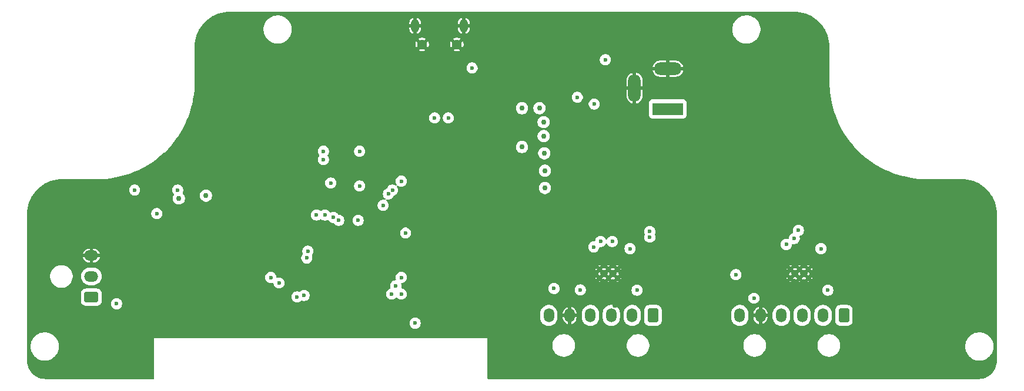
<source format=gbr>
%TF.GenerationSoftware,KiCad,Pcbnew,9.0.0*%
%TF.CreationDate,2025-02-23T12:00:01-08:00*%
%TF.ProjectId,four_way_rotator,666f7572-5f77-4617-995f-726f7461746f,rev?*%
%TF.SameCoordinates,Original*%
%TF.FileFunction,Copper,L3,Inr*%
%TF.FilePolarity,Positive*%
%FSLAX46Y46*%
G04 Gerber Fmt 4.6, Leading zero omitted, Abs format (unit mm)*
G04 Created by KiCad (PCBNEW 9.0.0) date 2025-02-23 12:00:01*
%MOMM*%
%LPD*%
G01*
G04 APERTURE LIST*
G04 Aperture macros list*
%AMRoundRect*
0 Rectangle with rounded corners*
0 $1 Rounding radius*
0 $2 $3 $4 $5 $6 $7 $8 $9 X,Y pos of 4 corners*
0 Add a 4 corners polygon primitive as box body*
4,1,4,$2,$3,$4,$5,$6,$7,$8,$9,$2,$3,0*
0 Add four circle primitives for the rounded corners*
1,1,$1+$1,$2,$3*
1,1,$1+$1,$4,$5*
1,1,$1+$1,$6,$7*
1,1,$1+$1,$8,$9*
0 Add four rect primitives between the rounded corners*
20,1,$1+$1,$2,$3,$4,$5,0*
20,1,$1+$1,$4,$5,$6,$7,0*
20,1,$1+$1,$6,$7,$8,$9,0*
20,1,$1+$1,$8,$9,$2,$3,0*%
G04 Aperture macros list end*
%TA.AperFunction,ComponentPad*%
%ADD10C,0.630000*%
%TD*%
%TA.AperFunction,ComponentPad*%
%ADD11R,4.400000X1.800000*%
%TD*%
%TA.AperFunction,ComponentPad*%
%ADD12O,4.000000X1.800000*%
%TD*%
%TA.AperFunction,ComponentPad*%
%ADD13O,1.800000X4.000000*%
%TD*%
%TA.AperFunction,ComponentPad*%
%ADD14RoundRect,0.250001X0.759999X-0.499999X0.759999X0.499999X-0.759999X0.499999X-0.759999X-0.499999X0*%
%TD*%
%TA.AperFunction,ComponentPad*%
%ADD15O,2.020000X1.500000*%
%TD*%
%TA.AperFunction,ComponentPad*%
%ADD16O,1.200000X1.900000*%
%TD*%
%TA.AperFunction,ComponentPad*%
%ADD17C,1.450000*%
%TD*%
%TA.AperFunction,HeatsinkPad*%
%ADD18C,0.600000*%
%TD*%
%TA.AperFunction,ComponentPad*%
%ADD19RoundRect,0.250001X0.499999X0.759999X-0.499999X0.759999X-0.499999X-0.759999X0.499999X-0.759999X0*%
%TD*%
%TA.AperFunction,ComponentPad*%
%ADD20O,1.500000X2.020000*%
%TD*%
%TA.AperFunction,ViaPad*%
%ADD21C,0.600000*%
%TD*%
%TA.AperFunction,ViaPad*%
%ADD22C,0.760000*%
%TD*%
G04 APERTURE END LIST*
D10*
%TO.N,GND*%
%TO.C,U5*%
X171550000Y-92400000D03*
X170250000Y-92400000D03*
X168950000Y-92400000D03*
X171550000Y-93700000D03*
X170250000Y-93700000D03*
X168950000Y-93700000D03*
%TD*%
D11*
%TO.N,VBUS*%
%TO.C,J3*%
X178800000Y-69300000D03*
D12*
%TO.N,GND*%
X178800000Y-63500000D03*
D13*
X174000000Y-66300000D03*
%TD*%
D14*
%TO.N,Net-(J4-Pin_1)*%
%TO.C,J4*%
X95770000Y-96450000D03*
D15*
%TO.N,/5V_NEOPIX*%
X95770000Y-93450000D03*
%TO.N,GND*%
X95770000Y-90450000D03*
%TD*%
D16*
%TO.N,GND*%
%TO.C,J1*%
X149400000Y-57300000D03*
D17*
X148400000Y-60000000D03*
X143400000Y-60000000D03*
D16*
X142400000Y-57300000D03*
%TD*%
D18*
%TO.N,GND*%
%TO.C,U4*%
X131700000Y-94080000D03*
X131700000Y-92680000D03*
X131000000Y-94780000D03*
X131000000Y-93380000D03*
X131000000Y-91980000D03*
X130300000Y-94080000D03*
X130300000Y-92680000D03*
X129600000Y-94780000D03*
X129600000Y-93380000D03*
X129600000Y-91980000D03*
X128900000Y-94080000D03*
X128900000Y-92680000D03*
%TD*%
D10*
%TO.N,GND*%
%TO.C,U6*%
X199045000Y-92400000D03*
X197745000Y-92400000D03*
X196445000Y-92400000D03*
X199045000Y-93700000D03*
X197745000Y-93700000D03*
X196445000Y-93700000D03*
%TD*%
D19*
%TO.N,Net-(J6-Pin_1)*%
%TO.C,J6*%
X204150000Y-99080000D03*
D20*
%TO.N,+3.3V*%
X201150000Y-99080000D03*
%TO.N,/E1a*%
X198150000Y-99080000D03*
%TO.N,/E1b*%
X195150000Y-99080000D03*
%TO.N,GND*%
X192150000Y-99080000D03*
%TO.N,Net-(J6-Pin_6)*%
X189150000Y-99080000D03*
%TD*%
%TO.N,/E2b*%
%TO.C,J5*%
X167655000Y-99080000D03*
%TO.N,/E2a*%
X170655000Y-99080000D03*
D19*
%TO.N,Net-(J5-Pin_1)*%
X176655000Y-99080000D03*
D20*
%TO.N,+3.3V*%
X173655000Y-99080000D03*
%TO.N,GND*%
X164655000Y-99080000D03*
%TO.N,Net-(J5-Pin_6)*%
X161655000Y-99080000D03*
%TD*%
D21*
%TO.N,VBUS*%
X188600000Y-93200000D03*
%TO.N,/E2a*%
X122800000Y-94400000D03*
X125400000Y-96400000D03*
%TO.N,/E2b*%
X121600000Y-93600000D03*
X126400000Y-96200000D03*
%TO.N,VBUS*%
X102000000Y-81000000D03*
X108200000Y-81000000D03*
X150600000Y-63400000D03*
X169800000Y-62200000D03*
X165759018Y-67620491D03*
X168200000Y-68600000D03*
X191200000Y-96600000D03*
X166200000Y-95400000D03*
X162400000Y-95200000D03*
%TO.N,GND*%
X174355000Y-94250000D03*
D22*
X168200000Y-72300000D03*
D21*
X166155000Y-92050000D03*
D22*
X195000000Y-76000000D03*
X121000000Y-56000000D03*
X107181127Y-83800000D03*
X189000000Y-86000000D03*
X187000000Y-56000000D03*
X201000000Y-107000000D03*
X162000000Y-56000000D03*
X213000000Y-107000000D03*
X88000000Y-98000000D03*
X155000000Y-56000000D03*
X96000000Y-81000000D03*
X195000000Y-107000000D03*
D21*
X120190000Y-79750000D03*
D22*
X158000000Y-107000000D03*
X114000000Y-57000000D03*
X211000000Y-80000000D03*
X157080000Y-67800000D03*
X202000000Y-70000000D03*
X88000000Y-101000000D03*
X189000000Y-107000000D03*
X220000000Y-81000000D03*
X195000000Y-62000000D03*
X201000000Y-66000000D03*
D21*
X198450000Y-97050000D03*
D22*
X214000000Y-81000000D03*
X167000000Y-107000000D03*
X201000000Y-60000000D03*
X164400000Y-78200000D03*
X181000000Y-56000000D03*
X176000000Y-107000000D03*
X225000000Y-92000000D03*
X149000000Y-73000000D03*
X225000000Y-84000000D03*
D21*
X142400000Y-95600000D03*
D22*
X201000000Y-63000000D03*
X189000000Y-102000000D03*
X88000000Y-92000000D03*
X195000000Y-67000000D03*
X161000000Y-107000000D03*
X204000000Y-107000000D03*
D21*
X118800000Y-101200000D03*
D22*
X170000000Y-107000000D03*
X179000000Y-107000000D03*
X88000000Y-89000000D03*
X165000000Y-56000000D03*
X199000000Y-58000000D03*
X91000000Y-107000000D03*
X88000000Y-95000000D03*
D21*
X201850000Y-94250000D03*
D22*
X112000000Y-59000000D03*
X110881127Y-83700000D03*
X223000000Y-82000000D03*
X112796127Y-89165246D03*
D21*
X172800000Y-91600000D03*
D22*
X164400000Y-80800000D03*
D21*
X98500000Y-101400000D03*
D22*
X168000000Y-56000000D03*
X205000000Y-76000000D03*
X225000000Y-101000000D03*
D21*
X120190000Y-73950000D03*
D22*
X170000000Y-102000000D03*
X160752936Y-102352000D03*
D21*
X146000000Y-93600000D03*
D22*
X144000000Y-73000000D03*
X89000000Y-82000000D03*
X164400000Y-75800000D03*
X210000000Y-107000000D03*
X207000000Y-107000000D03*
X189000000Y-81000000D03*
X184000000Y-66000000D03*
X189000000Y-76000000D03*
X104681127Y-89400000D03*
D21*
X98500000Y-96200000D03*
D22*
X225000000Y-86000000D03*
X100000000Y-80000000D03*
X189000000Y-71000000D03*
X163300000Y-67900000D03*
X195000000Y-102000000D03*
X200000000Y-102000000D03*
X196000000Y-56000000D03*
X177000000Y-102000000D03*
X222000000Y-107000000D03*
X107481127Y-88400000D03*
D21*
X139400000Y-75600000D03*
D22*
X100500000Y-83250000D03*
X92000000Y-81000000D03*
X216000000Y-107000000D03*
X112000000Y-62000000D03*
X127000000Y-56000000D03*
X208000000Y-78000000D03*
X99000000Y-107000000D03*
X164200000Y-73200000D03*
X153000000Y-73000000D03*
D21*
X151800000Y-93600000D03*
D22*
X193000000Y-56000000D03*
X130000000Y-56000000D03*
X225000000Y-89000000D03*
X184000000Y-56000000D03*
X225000000Y-95000000D03*
X136000000Y-56000000D03*
X124000000Y-56000000D03*
X183000000Y-107000000D03*
X173000000Y-107000000D03*
X139000000Y-56000000D03*
X107481127Y-86000000D03*
X171170782Y-97594084D03*
X183000000Y-102000000D03*
D21*
X138600000Y-101200000D03*
D22*
X133000000Y-56000000D03*
X107481127Y-90800000D03*
X225000000Y-106000000D03*
X198000000Y-107000000D03*
D21*
X173190000Y-91210000D03*
D22*
X88000000Y-106000000D03*
D21*
X161155000Y-88274000D03*
X189523471Y-88976529D03*
D22*
X189000000Y-62000000D03*
X189000000Y-66000000D03*
X88000000Y-85000000D03*
X178000000Y-56000000D03*
X225000000Y-98000000D03*
X102000000Y-107000000D03*
X195000000Y-86000000D03*
X192000000Y-107000000D03*
X95000000Y-107000000D03*
X203000000Y-73000000D03*
D21*
X145600000Y-100600000D03*
D22*
X219000000Y-107000000D03*
X176000000Y-56000000D03*
X195000000Y-81000000D03*
D21*
X161155000Y-92050000D03*
X188650000Y-92050000D03*
X193650000Y-92050000D03*
D22*
X184000000Y-62000000D03*
X164000000Y-107000000D03*
X118000000Y-56000000D03*
X152000000Y-56000000D03*
X154000000Y-107000000D03*
X217000000Y-81000000D03*
X195000000Y-71000000D03*
X186000000Y-107000000D03*
%TO.N,+3.3V*%
X157800000Y-74800000D03*
X161100000Y-80700000D03*
D21*
X140400000Y-96000000D03*
D22*
X161100000Y-78200000D03*
D21*
X142400000Y-100200000D03*
X129200000Y-76600000D03*
D22*
X161000000Y-75700000D03*
D21*
X174355000Y-95450000D03*
X201850000Y-95450000D03*
%TO.N,Net-(U6-ILIM)*%
X195850000Y-88850000D03*
X200850000Y-89450000D03*
%TO.N,/NEOPIX*%
X128200000Y-84600000D03*
X99400000Y-97400000D03*
D22*
%TO.N,/SW_NODE*%
X160900000Y-71200000D03*
X160300000Y-69200000D03*
X157800000Y-69200000D03*
X160900000Y-73200000D03*
D21*
%TO.N,/GPIO02*%
X130641942Y-84958058D03*
X130239972Y-79980434D03*
%TO.N,/GPIO08*%
X141025000Y-87200000D03*
X140399999Y-79716116D03*
%TO.N,/GPIO07*%
X140400000Y-93600000D03*
X139123745Y-80992371D03*
%TO.N,/GPIO04*%
X134200000Y-85376000D03*
X134400000Y-80400000D03*
%TO.N,/GPIO01*%
X129200000Y-75400000D03*
X131400000Y-85375000D03*
%TO.N,/GPIO06*%
X139625000Y-94800000D03*
X138558058Y-81558058D03*
%TO.N,/GPIO05*%
X139000000Y-96000000D03*
X134400000Y-75400000D03*
%TO.N,Net-(D2-A)*%
X145200000Y-70600000D03*
X129400000Y-84600000D03*
X147175000Y-70600000D03*
X137800000Y-83200000D03*
%TO.N,/SW_NODE_5V*%
X105200000Y-84400000D03*
D22*
X108381127Y-82200000D03*
X112281127Y-81800000D03*
D21*
%TO.N,Net-(U5-ILIM)*%
X168129761Y-89200257D03*
X173355000Y-89450000D03*
%TO.N,/M1a*%
X197000000Y-88000000D03*
X176200000Y-87800000D03*
%TO.N,/M1b*%
X197600000Y-86800000D03*
X176200000Y-86975000D03*
%TO.N,/M2a*%
X126948000Y-89800000D03*
X169122273Y-88425000D03*
%TO.N,/M2b*%
X170800000Y-88425000D03*
X126800000Y-90800000D03*
D22*
%TO.N,GND*%
X104000000Y-79000000D03*
X107000000Y-77000000D03*
X112000000Y-68000000D03*
X111000000Y-71000000D03*
X109000000Y-74000000D03*
X112000000Y-65000000D03*
%TD*%
%TA.AperFunction,Conductor*%
%TO.N,GND*%
G36*
X197000562Y-55282605D02*
G01*
X197413013Y-55299664D01*
X197423186Y-55300507D01*
X197830301Y-55351254D01*
X197840381Y-55352936D01*
X198241902Y-55437126D01*
X198251810Y-55439635D01*
X198645010Y-55556696D01*
X198654678Y-55560015D01*
X199036851Y-55709140D01*
X199046236Y-55713257D01*
X199414763Y-55893419D01*
X199423777Y-55898296D01*
X199776202Y-56108296D01*
X199784770Y-56113894D01*
X200118644Y-56352275D01*
X200126719Y-56358561D01*
X200409115Y-56597738D01*
X200439756Y-56623690D01*
X200447296Y-56630631D01*
X200737368Y-56920703D01*
X200744309Y-56928243D01*
X201009433Y-57241274D01*
X201015728Y-57249361D01*
X201254101Y-57583223D01*
X201259707Y-57591803D01*
X201469703Y-57944222D01*
X201474580Y-57953236D01*
X201654742Y-58321763D01*
X201658859Y-58331148D01*
X201807979Y-58713309D01*
X201811307Y-58723002D01*
X201928360Y-59116176D01*
X201930876Y-59126111D01*
X202015060Y-59527604D01*
X202016747Y-59537713D01*
X202067490Y-59944792D01*
X202068336Y-59955006D01*
X202085394Y-60367437D01*
X202085500Y-60372561D01*
X202085500Y-65384108D01*
X202085500Y-65450000D01*
X202085500Y-65815621D01*
X202123770Y-66545861D01*
X202171366Y-66998701D01*
X202200207Y-67273105D01*
X202314595Y-67995324D01*
X202314603Y-67995368D01*
X202466627Y-68710585D01*
X202655891Y-69416926D01*
X202655891Y-69416927D01*
X202828721Y-69948841D01*
X202881857Y-70112376D01*
X203143910Y-70795049D01*
X203441333Y-71463072D01*
X203441337Y-71463079D01*
X203441343Y-71463093D01*
X203773313Y-72114619D01*
X204138925Y-72747878D01*
X204537188Y-73361150D01*
X204537190Y-73361153D01*
X204966999Y-73952736D01*
X204967001Y-73952738D01*
X205427188Y-74521022D01*
X205427195Y-74521030D01*
X205916467Y-75064422D01*
X205916495Y-75064451D01*
X206433548Y-75581504D01*
X206433577Y-75581532D01*
X206802423Y-75913642D01*
X206976973Y-76070808D01*
X207099142Y-76169738D01*
X207545261Y-76530998D01*
X207545263Y-76531000D01*
X208136846Y-76960809D01*
X208136849Y-76960811D01*
X208538716Y-77221786D01*
X208741286Y-77353337D01*
X208750121Y-77359074D01*
X209234465Y-77638710D01*
X209383387Y-77724690D01*
X210034928Y-78056667D01*
X210702951Y-78354090D01*
X211385624Y-78616143D01*
X211832338Y-78761289D01*
X212081072Y-78842108D01*
X212237139Y-78883926D01*
X212787402Y-79031369D01*
X212787405Y-79031369D01*
X212787414Y-79031372D01*
X213486344Y-79179934D01*
X213502664Y-79183403D01*
X214224903Y-79297794D01*
X214952139Y-79374230D01*
X215682379Y-79412500D01*
X215982108Y-79412500D01*
X221062108Y-79412500D01*
X221125439Y-79412500D01*
X221130562Y-79412605D01*
X221543013Y-79429664D01*
X221553186Y-79430507D01*
X221960301Y-79481254D01*
X221970381Y-79482936D01*
X222371902Y-79567126D01*
X222381810Y-79569635D01*
X222775010Y-79686696D01*
X222784678Y-79690015D01*
X223116518Y-79819500D01*
X223166851Y-79839140D01*
X223176232Y-79843255D01*
X223393799Y-79949617D01*
X223544763Y-80023419D01*
X223553777Y-80028296D01*
X223906202Y-80238296D01*
X223914770Y-80243894D01*
X224248644Y-80482275D01*
X224256719Y-80488561D01*
X224427849Y-80633501D01*
X224569756Y-80753690D01*
X224577296Y-80760631D01*
X224867368Y-81050703D01*
X224874309Y-81058243D01*
X224891757Y-81078844D01*
X225016273Y-81225860D01*
X225139433Y-81371274D01*
X225145726Y-81379359D01*
X225313369Y-81614157D01*
X225384101Y-81713223D01*
X225389707Y-81721803D01*
X225599703Y-82074222D01*
X225604580Y-82083236D01*
X225784742Y-82451763D01*
X225788859Y-82461148D01*
X225937979Y-82843309D01*
X225941307Y-82853002D01*
X226058360Y-83246176D01*
X226060876Y-83256111D01*
X226145060Y-83657604D01*
X226146747Y-83667713D01*
X226197490Y-84074792D01*
X226198336Y-84085006D01*
X226215394Y-84497437D01*
X226215500Y-84502561D01*
X226215500Y-105578519D01*
X226215305Y-105585472D01*
X226199073Y-105874497D01*
X226197516Y-105888315D01*
X226149611Y-106170264D01*
X226146517Y-106183821D01*
X226067342Y-106458642D01*
X226062749Y-106471767D01*
X225953306Y-106735987D01*
X225947273Y-106748515D01*
X225808929Y-106998830D01*
X225801530Y-107010604D01*
X225636042Y-107243837D01*
X225627373Y-107254709D01*
X225436797Y-107467964D01*
X225426964Y-107477797D01*
X225213709Y-107668373D01*
X225202837Y-107677042D01*
X224969604Y-107842530D01*
X224957830Y-107849929D01*
X224707515Y-107988273D01*
X224694987Y-107994306D01*
X224430767Y-108103749D01*
X224417642Y-108108342D01*
X224142821Y-108187517D01*
X224129264Y-108190611D01*
X223847315Y-108238516D01*
X223833497Y-108240073D01*
X223544472Y-108256305D01*
X223537519Y-108256500D01*
X152924000Y-108256500D01*
X152856961Y-108236815D01*
X152811206Y-108184011D01*
X152800000Y-108132500D01*
X152800000Y-103271907D01*
X162177500Y-103271907D01*
X162177500Y-103528092D01*
X162201986Y-103682686D01*
X162217574Y-103781107D01*
X162296736Y-104024743D01*
X162413037Y-104252996D01*
X162563612Y-104460245D01*
X162744755Y-104641388D01*
X162952004Y-104791963D01*
X163180257Y-104908264D01*
X163423893Y-104987426D01*
X163554249Y-105008072D01*
X163676908Y-105027500D01*
X163676913Y-105027500D01*
X163933092Y-105027500D01*
X164044908Y-105009789D01*
X164186107Y-104987426D01*
X164429743Y-104908264D01*
X164657996Y-104791963D01*
X164865245Y-104641388D01*
X165046388Y-104460245D01*
X165196963Y-104252996D01*
X165313264Y-104024743D01*
X165392426Y-103781107D01*
X165414789Y-103639908D01*
X165432500Y-103528092D01*
X165432500Y-103271907D01*
X172877500Y-103271907D01*
X172877500Y-103528092D01*
X172901986Y-103682686D01*
X172917574Y-103781107D01*
X172996736Y-104024743D01*
X173113037Y-104252996D01*
X173263612Y-104460245D01*
X173444755Y-104641388D01*
X173652004Y-104791963D01*
X173880257Y-104908264D01*
X174123893Y-104987426D01*
X174254249Y-105008072D01*
X174376908Y-105027500D01*
X174376913Y-105027500D01*
X174633092Y-105027500D01*
X174744908Y-105009789D01*
X174886107Y-104987426D01*
X175129743Y-104908264D01*
X175357996Y-104791963D01*
X175565245Y-104641388D01*
X175746388Y-104460245D01*
X175896963Y-104252996D01*
X176013264Y-104024743D01*
X176092426Y-103781107D01*
X176114789Y-103639908D01*
X176132500Y-103528092D01*
X176132500Y-103271907D01*
X189672500Y-103271907D01*
X189672500Y-103528092D01*
X189696986Y-103682686D01*
X189712574Y-103781107D01*
X189791736Y-104024743D01*
X189908037Y-104252996D01*
X190058612Y-104460245D01*
X190239755Y-104641388D01*
X190447004Y-104791963D01*
X190675257Y-104908264D01*
X190918893Y-104987426D01*
X191049249Y-105008072D01*
X191171908Y-105027500D01*
X191171913Y-105027500D01*
X191428092Y-105027500D01*
X191539908Y-105009789D01*
X191681107Y-104987426D01*
X191924743Y-104908264D01*
X192152996Y-104791963D01*
X192360245Y-104641388D01*
X192541388Y-104460245D01*
X192691963Y-104252996D01*
X192808264Y-104024743D01*
X192887426Y-103781107D01*
X192909789Y-103639908D01*
X192927500Y-103528092D01*
X192927500Y-103271907D01*
X200372500Y-103271907D01*
X200372500Y-103528092D01*
X200396986Y-103682686D01*
X200412574Y-103781107D01*
X200491736Y-104024743D01*
X200608037Y-104252996D01*
X200758612Y-104460245D01*
X200939755Y-104641388D01*
X201147004Y-104791963D01*
X201375257Y-104908264D01*
X201618893Y-104987426D01*
X201749249Y-105008072D01*
X201871908Y-105027500D01*
X201871913Y-105027500D01*
X202128092Y-105027500D01*
X202239908Y-105009789D01*
X202381107Y-104987426D01*
X202624743Y-104908264D01*
X202852996Y-104791963D01*
X203060245Y-104641388D01*
X203241388Y-104460245D01*
X203391963Y-104252996D01*
X203508264Y-104024743D01*
X203587426Y-103781107D01*
X203609789Y-103639908D01*
X203627500Y-103528092D01*
X203627500Y-103417299D01*
X221643500Y-103417299D01*
X221643500Y-103682700D01*
X221672351Y-103901836D01*
X221678140Y-103945808D01*
X221699291Y-104024745D01*
X221746825Y-104202148D01*
X221848383Y-104447331D01*
X221848388Y-104447342D01*
X221981073Y-104677157D01*
X221981084Y-104677173D01*
X222142632Y-104887708D01*
X222142638Y-104887715D01*
X222330284Y-105075361D01*
X222330290Y-105075366D01*
X222540835Y-105236922D01*
X222540842Y-105236926D01*
X222770657Y-105369611D01*
X222770662Y-105369613D01*
X222770665Y-105369615D01*
X223015849Y-105471174D01*
X223272192Y-105539860D01*
X223535307Y-105574500D01*
X223535314Y-105574500D01*
X223800686Y-105574500D01*
X223800693Y-105574500D01*
X224063808Y-105539860D01*
X224320151Y-105471174D01*
X224565335Y-105369615D01*
X224795165Y-105236922D01*
X225005710Y-105075366D01*
X225193366Y-104887710D01*
X225354922Y-104677165D01*
X225487615Y-104447335D01*
X225589174Y-104202151D01*
X225657860Y-103945808D01*
X225692500Y-103682693D01*
X225692500Y-103417307D01*
X225657860Y-103154192D01*
X225589174Y-102897849D01*
X225487615Y-102652665D01*
X225487613Y-102652662D01*
X225487611Y-102652657D01*
X225354926Y-102422842D01*
X225354922Y-102422835D01*
X225193366Y-102212290D01*
X225193361Y-102212284D01*
X225005715Y-102024638D01*
X225005708Y-102024632D01*
X224795173Y-101863084D01*
X224795171Y-101863082D01*
X224795165Y-101863078D01*
X224795160Y-101863075D01*
X224795157Y-101863073D01*
X224565342Y-101730388D01*
X224565331Y-101730383D01*
X224421708Y-101670892D01*
X224320151Y-101628826D01*
X224320149Y-101628825D01*
X224320148Y-101628825D01*
X224243991Y-101608419D01*
X224063808Y-101560140D01*
X224019836Y-101554351D01*
X223800700Y-101525500D01*
X223800693Y-101525500D01*
X223535307Y-101525500D01*
X223535299Y-101525500D01*
X223284856Y-101558472D01*
X223272192Y-101560140D01*
X223196032Y-101580546D01*
X223015851Y-101628825D01*
X222770668Y-101730383D01*
X222770657Y-101730388D01*
X222540842Y-101863073D01*
X222540826Y-101863084D01*
X222330291Y-102024632D01*
X222330284Y-102024638D01*
X222142638Y-102212284D01*
X222142632Y-102212291D01*
X221981084Y-102422826D01*
X221981073Y-102422842D01*
X221848388Y-102652657D01*
X221848383Y-102652668D01*
X221746825Y-102897851D01*
X221678141Y-103154189D01*
X221678139Y-103154200D01*
X221643500Y-103417299D01*
X203627500Y-103417299D01*
X203627500Y-103271907D01*
X203595128Y-103067525D01*
X203587426Y-103018893D01*
X203508264Y-102775257D01*
X203391963Y-102547004D01*
X203241388Y-102339755D01*
X203060245Y-102158612D01*
X202852996Y-102008037D01*
X202624743Y-101891736D01*
X202381107Y-101812574D01*
X202128092Y-101772500D01*
X202128087Y-101772500D01*
X201871913Y-101772500D01*
X201871908Y-101772500D01*
X201618892Y-101812574D01*
X201375254Y-101891737D01*
X201147003Y-102008037D01*
X200939752Y-102158614D01*
X200758614Y-102339752D01*
X200608037Y-102547003D01*
X200491737Y-102775254D01*
X200412574Y-103018892D01*
X200372500Y-103271907D01*
X192927500Y-103271907D01*
X192895128Y-103067525D01*
X192887426Y-103018893D01*
X192808264Y-102775257D01*
X192691963Y-102547004D01*
X192541388Y-102339755D01*
X192360245Y-102158612D01*
X192152996Y-102008037D01*
X191924743Y-101891736D01*
X191681107Y-101812574D01*
X191428092Y-101772500D01*
X191428087Y-101772500D01*
X191171913Y-101772500D01*
X191171908Y-101772500D01*
X190918892Y-101812574D01*
X190675254Y-101891737D01*
X190447003Y-102008037D01*
X190239752Y-102158614D01*
X190058614Y-102339752D01*
X189908037Y-102547003D01*
X189791737Y-102775254D01*
X189712574Y-103018892D01*
X189672500Y-103271907D01*
X176132500Y-103271907D01*
X176100128Y-103067525D01*
X176092426Y-103018893D01*
X176013264Y-102775257D01*
X175896963Y-102547004D01*
X175746388Y-102339755D01*
X175565245Y-102158612D01*
X175357996Y-102008037D01*
X175129743Y-101891736D01*
X174886107Y-101812574D01*
X174633092Y-101772500D01*
X174633087Y-101772500D01*
X174376913Y-101772500D01*
X174376908Y-101772500D01*
X174123892Y-101812574D01*
X173880254Y-101891737D01*
X173652003Y-102008037D01*
X173444752Y-102158614D01*
X173263614Y-102339752D01*
X173113037Y-102547003D01*
X172996737Y-102775254D01*
X172917574Y-103018892D01*
X172877500Y-103271907D01*
X165432500Y-103271907D01*
X165400128Y-103067525D01*
X165392426Y-103018893D01*
X165313264Y-102775257D01*
X165196963Y-102547004D01*
X165046388Y-102339755D01*
X164865245Y-102158612D01*
X164657996Y-102008037D01*
X164429743Y-101891736D01*
X164186107Y-101812574D01*
X163933092Y-101772500D01*
X163933087Y-101772500D01*
X163676913Y-101772500D01*
X163676908Y-101772500D01*
X163423892Y-101812574D01*
X163180254Y-101891737D01*
X162952003Y-102008037D01*
X162744752Y-102158614D01*
X162563614Y-102339752D01*
X162413037Y-102547003D01*
X162296737Y-102775254D01*
X162217574Y-103018892D01*
X162177500Y-103271907D01*
X152800000Y-103271907D01*
X152800000Y-102400000D01*
X104800000Y-102400000D01*
X104800000Y-108132500D01*
X104780315Y-108199539D01*
X104727511Y-108245294D01*
X104676000Y-108256500D01*
X89178481Y-108256500D01*
X89171528Y-108256305D01*
X88882502Y-108240073D01*
X88868684Y-108238516D01*
X88586735Y-108190611D01*
X88573178Y-108187517D01*
X88298357Y-108108342D01*
X88285232Y-108103749D01*
X88021012Y-107994306D01*
X88008484Y-107988273D01*
X87758169Y-107849929D01*
X87746395Y-107842530D01*
X87513162Y-107677042D01*
X87502290Y-107668373D01*
X87289035Y-107477797D01*
X87279202Y-107467964D01*
X87088626Y-107254709D01*
X87079961Y-107243843D01*
X86914468Y-107010603D01*
X86907070Y-106998830D01*
X86768726Y-106748515D01*
X86762696Y-106735994D01*
X86653250Y-106471767D01*
X86648657Y-106458642D01*
X86569482Y-106183821D01*
X86566388Y-106170264D01*
X86518481Y-105888305D01*
X86516927Y-105874507D01*
X86500695Y-105585472D01*
X86500500Y-105578519D01*
X86500500Y-103417299D01*
X87023500Y-103417299D01*
X87023500Y-103682700D01*
X87052351Y-103901836D01*
X87058140Y-103945808D01*
X87079291Y-104024745D01*
X87126825Y-104202148D01*
X87228383Y-104447331D01*
X87228388Y-104447342D01*
X87361073Y-104677157D01*
X87361084Y-104677173D01*
X87522632Y-104887708D01*
X87522638Y-104887715D01*
X87710284Y-105075361D01*
X87710290Y-105075366D01*
X87920835Y-105236922D01*
X87920842Y-105236926D01*
X88150657Y-105369611D01*
X88150662Y-105369613D01*
X88150665Y-105369615D01*
X88395849Y-105471174D01*
X88652192Y-105539860D01*
X88915307Y-105574500D01*
X88915314Y-105574500D01*
X89180686Y-105574500D01*
X89180693Y-105574500D01*
X89443808Y-105539860D01*
X89700151Y-105471174D01*
X89945335Y-105369615D01*
X90175165Y-105236922D01*
X90385710Y-105075366D01*
X90573366Y-104887710D01*
X90734922Y-104677165D01*
X90867615Y-104447335D01*
X90969174Y-104202151D01*
X91037860Y-103945808D01*
X91072500Y-103682693D01*
X91072500Y-103417307D01*
X91037860Y-103154192D01*
X90969174Y-102897849D01*
X90867615Y-102652665D01*
X90867613Y-102652662D01*
X90867611Y-102652657D01*
X90734926Y-102422842D01*
X90734922Y-102422835D01*
X90573366Y-102212290D01*
X90573361Y-102212284D01*
X90385715Y-102024638D01*
X90385708Y-102024632D01*
X90175173Y-101863084D01*
X90175171Y-101863082D01*
X90175165Y-101863078D01*
X90175160Y-101863075D01*
X90175157Y-101863073D01*
X89945342Y-101730388D01*
X89945331Y-101730383D01*
X89801708Y-101670892D01*
X89700151Y-101628826D01*
X89700149Y-101628825D01*
X89700148Y-101628825D01*
X89623991Y-101608419D01*
X89443808Y-101560140D01*
X89399836Y-101554351D01*
X89180700Y-101525500D01*
X89180693Y-101525500D01*
X88915307Y-101525500D01*
X88915299Y-101525500D01*
X88664856Y-101558472D01*
X88652192Y-101560140D01*
X88576032Y-101580546D01*
X88395851Y-101628825D01*
X88150668Y-101730383D01*
X88150657Y-101730388D01*
X87920842Y-101863073D01*
X87920826Y-101863084D01*
X87710291Y-102024632D01*
X87710284Y-102024638D01*
X87522638Y-102212284D01*
X87522632Y-102212291D01*
X87361084Y-102422826D01*
X87361073Y-102422842D01*
X87228388Y-102652657D01*
X87228383Y-102652668D01*
X87126825Y-102897851D01*
X87058141Y-103154189D01*
X87058139Y-103154200D01*
X87023500Y-103417299D01*
X86500500Y-103417299D01*
X86500500Y-100121153D01*
X141599500Y-100121153D01*
X141599500Y-100278846D01*
X141630261Y-100433489D01*
X141630264Y-100433501D01*
X141690602Y-100579172D01*
X141690609Y-100579185D01*
X141778210Y-100710288D01*
X141778213Y-100710292D01*
X141889707Y-100821786D01*
X141889711Y-100821789D01*
X142020814Y-100909390D01*
X142020827Y-100909397D01*
X142166498Y-100969735D01*
X142166503Y-100969737D01*
X142321153Y-101000499D01*
X142321156Y-101000500D01*
X142321158Y-101000500D01*
X142478844Y-101000500D01*
X142478845Y-101000499D01*
X142633497Y-100969737D01*
X142779179Y-100909394D01*
X142910289Y-100821789D01*
X143021789Y-100710289D01*
X143109394Y-100579179D01*
X143169737Y-100433497D01*
X143200500Y-100278842D01*
X143200500Y-100121158D01*
X143200500Y-100121155D01*
X143200499Y-100121153D01*
X143174967Y-99992795D01*
X143169737Y-99966503D01*
X143138052Y-99890008D01*
X143109397Y-99820827D01*
X143109390Y-99820814D01*
X143021789Y-99689711D01*
X143021786Y-99689707D01*
X142910292Y-99578213D01*
X142910288Y-99578210D01*
X142779185Y-99490609D01*
X142779172Y-99490602D01*
X142633501Y-99430264D01*
X142633489Y-99430261D01*
X142478845Y-99399500D01*
X142478842Y-99399500D01*
X142321158Y-99399500D01*
X142321155Y-99399500D01*
X142166510Y-99430261D01*
X142166498Y-99430264D01*
X142020827Y-99490602D01*
X142020814Y-99490609D01*
X141889711Y-99578210D01*
X141889707Y-99578213D01*
X141778213Y-99689707D01*
X141778210Y-99689711D01*
X141690609Y-99820814D01*
X141690602Y-99820827D01*
X141630264Y-99966498D01*
X141630261Y-99966510D01*
X141599500Y-100121153D01*
X86500500Y-100121153D01*
X86500500Y-98721577D01*
X160404500Y-98721577D01*
X160404500Y-99438422D01*
X160435290Y-99632826D01*
X160496117Y-99820029D01*
X160531777Y-99890015D01*
X160585476Y-99995405D01*
X160701172Y-100154646D01*
X160840354Y-100293828D01*
X160999595Y-100409524D01*
X161046645Y-100433497D01*
X161174970Y-100498882D01*
X161174972Y-100498882D01*
X161174975Y-100498884D01*
X161254773Y-100524812D01*
X161362173Y-100559709D01*
X161556578Y-100590500D01*
X161556583Y-100590500D01*
X161753422Y-100590500D01*
X161947826Y-100559709D01*
X162135025Y-100498884D01*
X162310405Y-100409524D01*
X162469646Y-100293828D01*
X162608828Y-100154646D01*
X162724524Y-99995405D01*
X162813884Y-99820025D01*
X162874709Y-99632826D01*
X162883359Y-99578210D01*
X162905500Y-99438422D01*
X162905500Y-98721587D01*
X162905498Y-98721568D01*
X162905488Y-98721504D01*
X163655000Y-98721504D01*
X163655000Y-98830000D01*
X164210440Y-98830000D01*
X164179755Y-98883147D01*
X164145000Y-99012857D01*
X164145000Y-99147143D01*
X164179755Y-99276853D01*
X164210440Y-99330000D01*
X163655000Y-99330000D01*
X163655000Y-99438495D01*
X163693427Y-99631681D01*
X163693430Y-99631693D01*
X163768807Y-99813671D01*
X163768814Y-99813684D01*
X163878248Y-99977462D01*
X163878251Y-99977466D01*
X164017533Y-100116748D01*
X164017537Y-100116751D01*
X164181315Y-100226185D01*
X164181328Y-100226192D01*
X164363308Y-100301569D01*
X164405000Y-100309862D01*
X164405000Y-99524560D01*
X164458147Y-99555245D01*
X164587857Y-99590000D01*
X164722143Y-99590000D01*
X164851853Y-99555245D01*
X164905000Y-99524560D01*
X164905000Y-100309862D01*
X164946690Y-100301569D01*
X164946692Y-100301569D01*
X165128671Y-100226192D01*
X165128684Y-100226185D01*
X165292462Y-100116751D01*
X165292466Y-100116748D01*
X165431748Y-99977466D01*
X165431751Y-99977462D01*
X165541185Y-99813684D01*
X165541192Y-99813671D01*
X165616569Y-99631693D01*
X165616572Y-99631681D01*
X165654999Y-99438495D01*
X165655000Y-99438492D01*
X165655000Y-99330000D01*
X165099560Y-99330000D01*
X165130245Y-99276853D01*
X165165000Y-99147143D01*
X165165000Y-99012857D01*
X165130245Y-98883147D01*
X165099560Y-98830000D01*
X165655000Y-98830000D01*
X165655000Y-98721577D01*
X166404500Y-98721577D01*
X166404500Y-99438422D01*
X166435290Y-99632826D01*
X166496117Y-99820029D01*
X166531777Y-99890015D01*
X166585476Y-99995405D01*
X166701172Y-100154646D01*
X166840354Y-100293828D01*
X166999595Y-100409524D01*
X167046645Y-100433497D01*
X167174970Y-100498882D01*
X167174972Y-100498882D01*
X167174975Y-100498884D01*
X167254773Y-100524812D01*
X167362173Y-100559709D01*
X167556578Y-100590500D01*
X167556583Y-100590500D01*
X167753422Y-100590500D01*
X167947826Y-100559709D01*
X168135025Y-100498884D01*
X168310405Y-100409524D01*
X168469646Y-100293828D01*
X168608828Y-100154646D01*
X168724524Y-99995405D01*
X168813884Y-99820025D01*
X168874709Y-99632826D01*
X168883359Y-99578210D01*
X168905500Y-99438422D01*
X168905500Y-98721577D01*
X169404500Y-98721577D01*
X169404500Y-99438422D01*
X169435290Y-99632826D01*
X169496117Y-99820029D01*
X169531777Y-99890015D01*
X169585476Y-99995405D01*
X169701172Y-100154646D01*
X169840354Y-100293828D01*
X169999595Y-100409524D01*
X170046645Y-100433497D01*
X170174970Y-100498882D01*
X170174972Y-100498882D01*
X170174975Y-100498884D01*
X170254773Y-100524812D01*
X170362173Y-100559709D01*
X170556578Y-100590500D01*
X170556583Y-100590500D01*
X170753422Y-100590500D01*
X170947826Y-100559709D01*
X171135025Y-100498884D01*
X171310405Y-100409524D01*
X171469646Y-100293828D01*
X171608828Y-100154646D01*
X171724524Y-99995405D01*
X171813884Y-99820025D01*
X171874709Y-99632826D01*
X171883359Y-99578210D01*
X171905500Y-99438422D01*
X171905500Y-98721577D01*
X172404500Y-98721577D01*
X172404500Y-99438422D01*
X172435290Y-99632826D01*
X172496117Y-99820029D01*
X172531777Y-99890015D01*
X172585476Y-99995405D01*
X172701172Y-100154646D01*
X172840354Y-100293828D01*
X172999595Y-100409524D01*
X173046645Y-100433497D01*
X173174970Y-100498882D01*
X173174972Y-100498882D01*
X173174975Y-100498884D01*
X173254773Y-100524812D01*
X173362173Y-100559709D01*
X173556578Y-100590500D01*
X173556583Y-100590500D01*
X173753422Y-100590500D01*
X173947826Y-100559709D01*
X174135025Y-100498884D01*
X174310405Y-100409524D01*
X174469646Y-100293828D01*
X174608828Y-100154646D01*
X174724524Y-99995405D01*
X174813884Y-99820025D01*
X174874709Y-99632826D01*
X174883359Y-99578210D01*
X174905500Y-99438422D01*
X174905500Y-98721577D01*
X174874709Y-98527173D01*
X174815948Y-98346328D01*
X174813884Y-98339975D01*
X174813881Y-98339971D01*
X174813881Y-98339968D01*
X174805302Y-98323131D01*
X174805301Y-98323130D01*
X174778222Y-98269984D01*
X175404500Y-98269984D01*
X175404500Y-99890015D01*
X175415000Y-99992795D01*
X175415001Y-99992797D01*
X175442593Y-100076065D01*
X175470186Y-100159335D01*
X175470187Y-100159337D01*
X175562286Y-100308651D01*
X175562289Y-100308655D01*
X175686344Y-100432710D01*
X175686348Y-100432713D01*
X175835662Y-100524812D01*
X175835664Y-100524813D01*
X175835666Y-100524814D01*
X176002203Y-100579999D01*
X176104992Y-100590500D01*
X176104997Y-100590500D01*
X177205003Y-100590500D01*
X177205008Y-100590500D01*
X177307797Y-100579999D01*
X177474334Y-100524814D01*
X177623655Y-100432711D01*
X177747711Y-100308655D01*
X177839814Y-100159334D01*
X177894999Y-99992797D01*
X177905500Y-99890008D01*
X177905500Y-98721577D01*
X187899500Y-98721577D01*
X187899500Y-99438422D01*
X187930290Y-99632826D01*
X187991117Y-99820029D01*
X188026777Y-99890015D01*
X188080476Y-99995405D01*
X188196172Y-100154646D01*
X188335354Y-100293828D01*
X188494595Y-100409524D01*
X188541645Y-100433497D01*
X188669970Y-100498882D01*
X188669972Y-100498882D01*
X188669975Y-100498884D01*
X188749773Y-100524812D01*
X188857173Y-100559709D01*
X189051578Y-100590500D01*
X189051583Y-100590500D01*
X189248422Y-100590500D01*
X189442826Y-100559709D01*
X189630025Y-100498884D01*
X189805405Y-100409524D01*
X189964646Y-100293828D01*
X190103828Y-100154646D01*
X190219524Y-99995405D01*
X190308884Y-99820025D01*
X190369709Y-99632826D01*
X190378359Y-99578210D01*
X190400500Y-99438422D01*
X190400500Y-98721587D01*
X190400498Y-98721568D01*
X190400488Y-98721504D01*
X191150000Y-98721504D01*
X191150000Y-98830000D01*
X191705440Y-98830000D01*
X191674755Y-98883147D01*
X191640000Y-99012857D01*
X191640000Y-99147143D01*
X191674755Y-99276853D01*
X191705440Y-99330000D01*
X191150000Y-99330000D01*
X191150000Y-99438495D01*
X191188427Y-99631681D01*
X191188430Y-99631693D01*
X191263807Y-99813671D01*
X191263814Y-99813684D01*
X191373248Y-99977462D01*
X191373251Y-99977466D01*
X191512533Y-100116748D01*
X191512537Y-100116751D01*
X191676315Y-100226185D01*
X191676328Y-100226192D01*
X191858308Y-100301569D01*
X191900000Y-100309862D01*
X191900000Y-99524560D01*
X191953147Y-99555245D01*
X192082857Y-99590000D01*
X192217143Y-99590000D01*
X192346853Y-99555245D01*
X192400000Y-99524560D01*
X192400000Y-100309862D01*
X192441690Y-100301569D01*
X192441692Y-100301569D01*
X192623671Y-100226192D01*
X192623684Y-100226185D01*
X192787462Y-100116751D01*
X192787466Y-100116748D01*
X192926748Y-99977466D01*
X192926751Y-99977462D01*
X193036185Y-99813684D01*
X193036192Y-99813671D01*
X193111569Y-99631693D01*
X193111572Y-99631681D01*
X193149999Y-99438495D01*
X193150000Y-99438492D01*
X193150000Y-99330000D01*
X192594560Y-99330000D01*
X192625245Y-99276853D01*
X192660000Y-99147143D01*
X192660000Y-99012857D01*
X192625245Y-98883147D01*
X192594560Y-98830000D01*
X193150000Y-98830000D01*
X193150000Y-98721577D01*
X193899500Y-98721577D01*
X193899500Y-99438422D01*
X193930290Y-99632826D01*
X193991117Y-99820029D01*
X194026777Y-99890015D01*
X194080476Y-99995405D01*
X194196172Y-100154646D01*
X194335354Y-100293828D01*
X194494595Y-100409524D01*
X194541645Y-100433497D01*
X194669970Y-100498882D01*
X194669972Y-100498882D01*
X194669975Y-100498884D01*
X194749773Y-100524812D01*
X194857173Y-100559709D01*
X195051578Y-100590500D01*
X195051583Y-100590500D01*
X195248422Y-100590500D01*
X195442826Y-100559709D01*
X195630025Y-100498884D01*
X195805405Y-100409524D01*
X195964646Y-100293828D01*
X196103828Y-100154646D01*
X196219524Y-99995405D01*
X196308884Y-99820025D01*
X196369709Y-99632826D01*
X196378359Y-99578210D01*
X196400500Y-99438422D01*
X196400500Y-98721577D01*
X196899500Y-98721577D01*
X196899500Y-99438422D01*
X196930290Y-99632826D01*
X196991117Y-99820029D01*
X197026777Y-99890015D01*
X197080476Y-99995405D01*
X197196172Y-100154646D01*
X197335354Y-100293828D01*
X197494595Y-100409524D01*
X197541645Y-100433497D01*
X197669970Y-100498882D01*
X197669972Y-100498882D01*
X197669975Y-100498884D01*
X197749773Y-100524812D01*
X197857173Y-100559709D01*
X198051578Y-100590500D01*
X198051583Y-100590500D01*
X198248422Y-100590500D01*
X198442826Y-100559709D01*
X198630025Y-100498884D01*
X198805405Y-100409524D01*
X198964646Y-100293828D01*
X199103828Y-100154646D01*
X199219524Y-99995405D01*
X199308884Y-99820025D01*
X199369709Y-99632826D01*
X199378359Y-99578210D01*
X199400500Y-99438422D01*
X199400500Y-98721577D01*
X199899500Y-98721577D01*
X199899500Y-99438422D01*
X199930290Y-99632826D01*
X199991117Y-99820029D01*
X200026777Y-99890015D01*
X200080476Y-99995405D01*
X200196172Y-100154646D01*
X200335354Y-100293828D01*
X200494595Y-100409524D01*
X200541645Y-100433497D01*
X200669970Y-100498882D01*
X200669972Y-100498882D01*
X200669975Y-100498884D01*
X200749773Y-100524812D01*
X200857173Y-100559709D01*
X201051578Y-100590500D01*
X201051583Y-100590500D01*
X201248422Y-100590500D01*
X201442826Y-100559709D01*
X201630025Y-100498884D01*
X201805405Y-100409524D01*
X201964646Y-100293828D01*
X202103828Y-100154646D01*
X202219524Y-99995405D01*
X202308884Y-99820025D01*
X202369709Y-99632826D01*
X202378359Y-99578210D01*
X202400500Y-99438422D01*
X202400500Y-98721577D01*
X202369709Y-98527173D01*
X202310948Y-98346328D01*
X202308884Y-98339975D01*
X202308881Y-98339971D01*
X202308881Y-98339968D01*
X202300302Y-98323131D01*
X202300301Y-98323130D01*
X202273222Y-98269984D01*
X202899500Y-98269984D01*
X202899500Y-99890015D01*
X202910000Y-99992795D01*
X202910001Y-99992797D01*
X202937593Y-100076065D01*
X202965186Y-100159335D01*
X202965187Y-100159337D01*
X203057286Y-100308651D01*
X203057289Y-100308655D01*
X203181344Y-100432710D01*
X203181348Y-100432713D01*
X203330662Y-100524812D01*
X203330664Y-100524813D01*
X203330666Y-100524814D01*
X203497203Y-100579999D01*
X203599992Y-100590500D01*
X203599997Y-100590500D01*
X204700003Y-100590500D01*
X204700008Y-100590500D01*
X204802797Y-100579999D01*
X204969334Y-100524814D01*
X205118655Y-100432711D01*
X205242711Y-100308655D01*
X205334814Y-100159334D01*
X205389999Y-99992797D01*
X205400500Y-99890008D01*
X205400500Y-98269992D01*
X205389999Y-98167203D01*
X205334814Y-98000666D01*
X205279068Y-97910289D01*
X205242713Y-97851348D01*
X205242710Y-97851344D01*
X205118655Y-97727289D01*
X205118651Y-97727286D01*
X204969337Y-97635187D01*
X204969335Y-97635186D01*
X204864025Y-97600290D01*
X204802797Y-97580001D01*
X204802795Y-97580000D01*
X204700015Y-97569500D01*
X204700008Y-97569500D01*
X203599992Y-97569500D01*
X203599984Y-97569500D01*
X203497204Y-97580000D01*
X203497203Y-97580001D01*
X203330664Y-97635186D01*
X203330662Y-97635187D01*
X203181348Y-97727286D01*
X203181344Y-97727289D01*
X203057289Y-97851344D01*
X203057286Y-97851348D01*
X202965187Y-98000662D01*
X202965186Y-98000664D01*
X202910001Y-98167203D01*
X202910000Y-98167204D01*
X202899500Y-98269984D01*
X202273222Y-98269984D01*
X202219524Y-98164595D01*
X202103828Y-98005354D01*
X201964646Y-97866172D01*
X201805405Y-97750476D01*
X201759892Y-97727286D01*
X201630029Y-97661117D01*
X201442826Y-97600290D01*
X201248422Y-97569500D01*
X201248417Y-97569500D01*
X201051583Y-97569500D01*
X201051578Y-97569500D01*
X200857173Y-97600290D01*
X200669970Y-97661117D01*
X200494594Y-97750476D01*
X200403741Y-97816485D01*
X200335354Y-97866172D01*
X200335352Y-97866174D01*
X200335351Y-97866174D01*
X200196174Y-98005351D01*
X200196174Y-98005352D01*
X200196172Y-98005354D01*
X200168640Y-98043248D01*
X200080476Y-98164594D01*
X199991117Y-98339970D01*
X199930290Y-98527173D01*
X199899500Y-98721577D01*
X199400500Y-98721577D01*
X199369709Y-98527173D01*
X199308882Y-98339970D01*
X199237818Y-98200499D01*
X199219524Y-98164595D01*
X199103828Y-98005354D01*
X198964646Y-97866172D01*
X198805405Y-97750476D01*
X198759892Y-97727286D01*
X198630029Y-97661117D01*
X198442826Y-97600290D01*
X198248422Y-97569500D01*
X198248417Y-97569500D01*
X198051583Y-97569500D01*
X198051578Y-97569500D01*
X197857173Y-97600290D01*
X197669970Y-97661117D01*
X197494594Y-97750476D01*
X197403741Y-97816485D01*
X197335354Y-97866172D01*
X197335352Y-97866174D01*
X197335351Y-97866174D01*
X197196174Y-98005351D01*
X197196174Y-98005352D01*
X197196172Y-98005354D01*
X197168640Y-98043248D01*
X197080476Y-98164594D01*
X196991117Y-98339970D01*
X196930290Y-98527173D01*
X196899500Y-98721577D01*
X196400500Y-98721577D01*
X196369709Y-98527173D01*
X196308882Y-98339970D01*
X196237818Y-98200499D01*
X196219524Y-98164595D01*
X196103828Y-98005354D01*
X195964646Y-97866172D01*
X195805405Y-97750476D01*
X195759892Y-97727286D01*
X195630029Y-97661117D01*
X195442826Y-97600290D01*
X195248422Y-97569500D01*
X195248417Y-97569500D01*
X195051583Y-97569500D01*
X195051578Y-97569500D01*
X194857173Y-97600290D01*
X194669970Y-97661117D01*
X194494594Y-97750476D01*
X194403741Y-97816485D01*
X194335354Y-97866172D01*
X194335352Y-97866174D01*
X194335351Y-97866174D01*
X194196174Y-98005351D01*
X194196174Y-98005352D01*
X194196172Y-98005354D01*
X194168640Y-98043248D01*
X194080476Y-98164594D01*
X193991117Y-98339970D01*
X193930290Y-98527173D01*
X193899500Y-98721577D01*
X193150000Y-98721577D01*
X193150000Y-98721508D01*
X193149999Y-98721504D01*
X193111572Y-98528318D01*
X193111569Y-98528306D01*
X193036192Y-98346328D01*
X193036185Y-98346315D01*
X192926751Y-98182537D01*
X192926748Y-98182533D01*
X192787466Y-98043251D01*
X192787462Y-98043248D01*
X192623684Y-97933814D01*
X192623671Y-97933807D01*
X192441691Y-97858429D01*
X192441683Y-97858427D01*
X192400000Y-97850135D01*
X192400000Y-98635439D01*
X192346853Y-98604755D01*
X192217143Y-98570000D01*
X192082857Y-98570000D01*
X191953147Y-98604755D01*
X191900000Y-98635439D01*
X191900000Y-97850136D01*
X191899999Y-97850135D01*
X191858316Y-97858427D01*
X191858308Y-97858429D01*
X191676328Y-97933807D01*
X191676315Y-97933814D01*
X191512537Y-98043248D01*
X191512533Y-98043251D01*
X191373251Y-98182533D01*
X191373248Y-98182537D01*
X191263814Y-98346315D01*
X191263807Y-98346328D01*
X191188430Y-98528306D01*
X191188427Y-98528318D01*
X191150000Y-98721504D01*
X190400488Y-98721504D01*
X190369709Y-98527173D01*
X190308882Y-98339970D01*
X190237818Y-98200499D01*
X190219524Y-98164595D01*
X190103828Y-98005354D01*
X189964646Y-97866172D01*
X189805405Y-97750476D01*
X189759892Y-97727286D01*
X189630029Y-97661117D01*
X189442826Y-97600290D01*
X189248422Y-97569500D01*
X189248417Y-97569500D01*
X189051583Y-97569500D01*
X189051578Y-97569500D01*
X188857173Y-97600290D01*
X188669970Y-97661117D01*
X188494594Y-97750476D01*
X188403741Y-97816485D01*
X188335354Y-97866172D01*
X188335352Y-97866174D01*
X188335351Y-97866174D01*
X188196174Y-98005351D01*
X188196174Y-98005352D01*
X188196172Y-98005354D01*
X188168640Y-98043248D01*
X188080476Y-98164594D01*
X187991117Y-98339970D01*
X187930290Y-98527173D01*
X187899500Y-98721577D01*
X177905500Y-98721577D01*
X177905500Y-98269992D01*
X177894999Y-98167203D01*
X177839814Y-98000666D01*
X177784068Y-97910289D01*
X177747713Y-97851348D01*
X177747710Y-97851344D01*
X177623655Y-97727289D01*
X177623651Y-97727286D01*
X177474337Y-97635187D01*
X177474335Y-97635186D01*
X177369025Y-97600290D01*
X177307797Y-97580001D01*
X177307795Y-97580000D01*
X177205015Y-97569500D01*
X177205008Y-97569500D01*
X176104992Y-97569500D01*
X176104984Y-97569500D01*
X176002204Y-97580000D01*
X176002203Y-97580001D01*
X175835664Y-97635186D01*
X175835662Y-97635187D01*
X175686348Y-97727286D01*
X175686344Y-97727289D01*
X175562289Y-97851344D01*
X175562286Y-97851348D01*
X175470187Y-98000662D01*
X175470186Y-98000664D01*
X175415001Y-98167203D01*
X175415000Y-98167204D01*
X175404500Y-98269984D01*
X174778222Y-98269984D01*
X174724524Y-98164595D01*
X174608828Y-98005354D01*
X174469646Y-97866172D01*
X174310405Y-97750476D01*
X174264892Y-97727286D01*
X174135029Y-97661117D01*
X173947826Y-97600290D01*
X173753422Y-97569500D01*
X173753417Y-97569500D01*
X173556583Y-97569500D01*
X173556578Y-97569500D01*
X173362173Y-97600290D01*
X173174970Y-97661117D01*
X172999594Y-97750476D01*
X172908741Y-97816485D01*
X172840354Y-97866172D01*
X172840352Y-97866174D01*
X172840351Y-97866174D01*
X172701174Y-98005351D01*
X172701174Y-98005352D01*
X172701172Y-98005354D01*
X172673640Y-98043248D01*
X172585476Y-98164594D01*
X172496117Y-98339970D01*
X172435290Y-98527173D01*
X172404500Y-98721577D01*
X171905500Y-98721577D01*
X171874709Y-98527173D01*
X171813882Y-98339970D01*
X171742818Y-98200499D01*
X171724524Y-98164595D01*
X171608828Y-98005354D01*
X171469646Y-97866172D01*
X171310405Y-97750476D01*
X171264892Y-97727286D01*
X171135029Y-97661117D01*
X170947826Y-97600290D01*
X170753422Y-97569500D01*
X170753417Y-97569500D01*
X170556583Y-97569500D01*
X170556578Y-97569500D01*
X170362173Y-97600290D01*
X170174970Y-97661117D01*
X169999594Y-97750476D01*
X169908741Y-97816485D01*
X169840354Y-97866172D01*
X169840352Y-97866174D01*
X169840351Y-97866174D01*
X169701174Y-98005351D01*
X169701174Y-98005352D01*
X169701172Y-98005354D01*
X169673640Y-98043248D01*
X169585476Y-98164594D01*
X169496117Y-98339970D01*
X169435290Y-98527173D01*
X169404500Y-98721577D01*
X168905500Y-98721577D01*
X168874709Y-98527173D01*
X168813882Y-98339970D01*
X168742818Y-98200499D01*
X168724524Y-98164595D01*
X168608828Y-98005354D01*
X168469646Y-97866172D01*
X168310405Y-97750476D01*
X168264892Y-97727286D01*
X168135029Y-97661117D01*
X167947826Y-97600290D01*
X167753422Y-97569500D01*
X167753417Y-97569500D01*
X167556583Y-97569500D01*
X167556578Y-97569500D01*
X167362173Y-97600290D01*
X167174970Y-97661117D01*
X166999594Y-97750476D01*
X166908741Y-97816485D01*
X166840354Y-97866172D01*
X166840352Y-97866174D01*
X166840351Y-97866174D01*
X166701174Y-98005351D01*
X166701174Y-98005352D01*
X166701172Y-98005354D01*
X166673640Y-98043248D01*
X166585476Y-98164594D01*
X166496117Y-98339970D01*
X166435290Y-98527173D01*
X166404500Y-98721577D01*
X165655000Y-98721577D01*
X165655000Y-98721508D01*
X165654999Y-98721504D01*
X165616572Y-98528318D01*
X165616569Y-98528306D01*
X165541192Y-98346328D01*
X165541185Y-98346315D01*
X165431751Y-98182537D01*
X165431748Y-98182533D01*
X165292466Y-98043251D01*
X165292462Y-98043248D01*
X165128684Y-97933814D01*
X165128671Y-97933807D01*
X164946691Y-97858429D01*
X164946683Y-97858427D01*
X164905000Y-97850135D01*
X164905000Y-98635439D01*
X164851853Y-98604755D01*
X164722143Y-98570000D01*
X164587857Y-98570000D01*
X164458147Y-98604755D01*
X164405000Y-98635439D01*
X164405000Y-97850136D01*
X164404999Y-97850135D01*
X164363316Y-97858427D01*
X164363308Y-97858429D01*
X164181328Y-97933807D01*
X164181315Y-97933814D01*
X164017537Y-98043248D01*
X164017533Y-98043251D01*
X163878251Y-98182533D01*
X163878248Y-98182537D01*
X163768814Y-98346315D01*
X163768807Y-98346328D01*
X163693430Y-98528306D01*
X163693427Y-98528318D01*
X163655000Y-98721504D01*
X162905488Y-98721504D01*
X162874709Y-98527173D01*
X162813882Y-98339970D01*
X162742818Y-98200499D01*
X162724524Y-98164595D01*
X162608828Y-98005354D01*
X162469646Y-97866172D01*
X162310405Y-97750476D01*
X162264892Y-97727286D01*
X162135029Y-97661117D01*
X161947826Y-97600290D01*
X161753422Y-97569500D01*
X161753417Y-97569500D01*
X161556583Y-97569500D01*
X161556578Y-97569500D01*
X161362173Y-97600290D01*
X161174970Y-97661117D01*
X160999594Y-97750476D01*
X160908741Y-97816485D01*
X160840354Y-97866172D01*
X160840352Y-97866174D01*
X160840351Y-97866174D01*
X160701174Y-98005351D01*
X160701174Y-98005352D01*
X160701172Y-98005354D01*
X160673640Y-98043248D01*
X160585476Y-98164594D01*
X160496117Y-98339970D01*
X160435290Y-98527173D01*
X160404500Y-98721577D01*
X86500500Y-98721577D01*
X86500500Y-95899984D01*
X94259500Y-95899984D01*
X94259500Y-97000015D01*
X94270000Y-97102795D01*
X94270001Y-97102797D01*
X94292182Y-97169735D01*
X94325186Y-97269335D01*
X94325187Y-97269337D01*
X94417286Y-97418651D01*
X94417289Y-97418655D01*
X94541344Y-97542710D01*
X94541348Y-97542713D01*
X94690662Y-97634812D01*
X94690664Y-97634813D01*
X94690666Y-97634814D01*
X94857203Y-97689999D01*
X94959992Y-97700500D01*
X94959997Y-97700500D01*
X96580003Y-97700500D01*
X96580008Y-97700500D01*
X96682797Y-97689999D01*
X96849334Y-97634814D01*
X96998655Y-97542711D01*
X97122711Y-97418655D01*
X97182851Y-97321153D01*
X98599500Y-97321153D01*
X98599500Y-97478846D01*
X98630261Y-97633489D01*
X98630264Y-97633501D01*
X98690602Y-97779172D01*
X98690609Y-97779185D01*
X98778210Y-97910288D01*
X98778213Y-97910292D01*
X98889707Y-98021786D01*
X98889711Y-98021789D01*
X99020814Y-98109390D01*
X99020827Y-98109397D01*
X99154089Y-98164595D01*
X99166503Y-98169737D01*
X99321153Y-98200499D01*
X99321156Y-98200500D01*
X99321158Y-98200500D01*
X99478844Y-98200500D01*
X99478845Y-98200499D01*
X99633497Y-98169737D01*
X99779179Y-98109394D01*
X99910289Y-98021789D01*
X100021789Y-97910289D01*
X100109394Y-97779179D01*
X100169737Y-97633497D01*
X100200500Y-97478842D01*
X100200500Y-97321158D01*
X100200500Y-97321155D01*
X100200499Y-97321153D01*
X100180734Y-97221789D01*
X100169737Y-97166503D01*
X100146080Y-97109390D01*
X100109397Y-97020827D01*
X100109390Y-97020814D01*
X100021789Y-96889711D01*
X100021786Y-96889707D01*
X99910292Y-96778213D01*
X99910288Y-96778210D01*
X99779185Y-96690609D01*
X99779172Y-96690602D01*
X99633501Y-96630264D01*
X99633489Y-96630261D01*
X99478845Y-96599500D01*
X99478842Y-96599500D01*
X99321158Y-96599500D01*
X99321155Y-96599500D01*
X99166510Y-96630261D01*
X99166498Y-96630264D01*
X99020827Y-96690602D01*
X99020814Y-96690609D01*
X98889711Y-96778210D01*
X98889707Y-96778213D01*
X98778213Y-96889707D01*
X98778210Y-96889711D01*
X98690609Y-97020814D01*
X98690602Y-97020827D01*
X98630264Y-97166498D01*
X98630261Y-97166510D01*
X98599500Y-97321153D01*
X97182851Y-97321153D01*
X97214814Y-97269334D01*
X97269999Y-97102797D01*
X97280500Y-97000008D01*
X97280500Y-96321153D01*
X124599500Y-96321153D01*
X124599500Y-96478846D01*
X124630261Y-96633489D01*
X124630264Y-96633501D01*
X124690602Y-96779172D01*
X124690609Y-96779185D01*
X124778210Y-96910288D01*
X124778213Y-96910292D01*
X124889707Y-97021786D01*
X124889711Y-97021789D01*
X125020814Y-97109390D01*
X125020827Y-97109397D01*
X125158683Y-97166498D01*
X125166503Y-97169737D01*
X125321153Y-97200499D01*
X125321156Y-97200500D01*
X125321158Y-97200500D01*
X125478844Y-97200500D01*
X125478845Y-97200499D01*
X125633497Y-97169737D01*
X125779179Y-97109394D01*
X125910289Y-97021789D01*
X125963551Y-96968527D01*
X126024874Y-96935041D01*
X126094566Y-96940025D01*
X126098677Y-96941642D01*
X126166503Y-96969737D01*
X126166506Y-96969737D01*
X126166511Y-96969739D01*
X126321153Y-97000499D01*
X126321156Y-97000500D01*
X126321158Y-97000500D01*
X126478844Y-97000500D01*
X126478845Y-97000499D01*
X126633497Y-96969737D01*
X126779179Y-96909394D01*
X126910289Y-96821789D01*
X127021789Y-96710289D01*
X127109394Y-96579179D01*
X127169737Y-96433497D01*
X127200500Y-96278842D01*
X127200500Y-96121158D01*
X127200500Y-96121155D01*
X127200499Y-96121153D01*
X127194244Y-96089707D01*
X127169737Y-95966503D01*
X127150955Y-95921158D01*
X127150953Y-95921153D01*
X138199500Y-95921153D01*
X138199500Y-96078846D01*
X138230261Y-96233489D01*
X138230264Y-96233501D01*
X138290602Y-96379172D01*
X138290609Y-96379185D01*
X138378210Y-96510288D01*
X138378213Y-96510292D01*
X138489707Y-96621786D01*
X138489711Y-96621789D01*
X138620814Y-96709390D01*
X138620827Y-96709397D01*
X138766498Y-96769735D01*
X138766503Y-96769737D01*
X138921153Y-96800499D01*
X138921156Y-96800500D01*
X138921158Y-96800500D01*
X139078844Y-96800500D01*
X139078845Y-96800499D01*
X139233497Y-96769737D01*
X139379179Y-96709394D01*
X139510289Y-96621789D01*
X139552906Y-96579172D01*
X139612319Y-96519760D01*
X139673642Y-96486275D01*
X139743334Y-96491259D01*
X139787681Y-96519760D01*
X139889707Y-96621786D01*
X139889711Y-96621789D01*
X140020814Y-96709390D01*
X140020827Y-96709397D01*
X140166498Y-96769735D01*
X140166503Y-96769737D01*
X140321153Y-96800499D01*
X140321156Y-96800500D01*
X140321158Y-96800500D01*
X140478844Y-96800500D01*
X140478845Y-96800499D01*
X140633497Y-96769737D01*
X140779179Y-96709394D01*
X140910289Y-96621789D01*
X141010925Y-96521153D01*
X190399500Y-96521153D01*
X190399500Y-96678846D01*
X190430261Y-96833489D01*
X190430264Y-96833501D01*
X190490602Y-96979172D01*
X190490609Y-96979185D01*
X190578210Y-97110288D01*
X190578213Y-97110292D01*
X190689707Y-97221786D01*
X190689711Y-97221789D01*
X190820814Y-97309390D01*
X190820827Y-97309397D01*
X190966498Y-97369735D01*
X190966503Y-97369737D01*
X191121153Y-97400499D01*
X191121156Y-97400500D01*
X191121158Y-97400500D01*
X191278844Y-97400500D01*
X191278845Y-97400499D01*
X191433497Y-97369737D01*
X191579179Y-97309394D01*
X191710289Y-97221789D01*
X191821789Y-97110289D01*
X191909394Y-96979179D01*
X191969737Y-96833497D01*
X192000500Y-96678842D01*
X192000500Y-96521158D01*
X192000500Y-96521155D01*
X192000499Y-96521153D01*
X191993561Y-96486275D01*
X191969737Y-96366503D01*
X191933427Y-96278842D01*
X191909397Y-96220827D01*
X191909390Y-96220814D01*
X191821789Y-96089711D01*
X191821786Y-96089707D01*
X191710292Y-95978213D01*
X191710288Y-95978210D01*
X191579185Y-95890609D01*
X191579172Y-95890602D01*
X191433501Y-95830264D01*
X191433489Y-95830261D01*
X191278845Y-95799500D01*
X191278842Y-95799500D01*
X191121158Y-95799500D01*
X191121155Y-95799500D01*
X190966510Y-95830261D01*
X190966498Y-95830264D01*
X190820827Y-95890602D01*
X190820814Y-95890609D01*
X190689711Y-95978210D01*
X190689707Y-95978213D01*
X190578213Y-96089707D01*
X190578210Y-96089711D01*
X190490609Y-96220814D01*
X190490602Y-96220827D01*
X190430264Y-96366498D01*
X190430261Y-96366510D01*
X190399500Y-96521153D01*
X141010925Y-96521153D01*
X141021789Y-96510289D01*
X141109394Y-96379179D01*
X141169737Y-96233497D01*
X141200500Y-96078842D01*
X141200500Y-95921158D01*
X141200500Y-95921155D01*
X141200499Y-95921153D01*
X141182204Y-95829179D01*
X141169737Y-95766503D01*
X141137929Y-95689711D01*
X141109397Y-95620827D01*
X141109390Y-95620814D01*
X141021789Y-95489711D01*
X141021786Y-95489707D01*
X140910292Y-95378213D01*
X140910288Y-95378210D01*
X140779185Y-95290609D01*
X140779172Y-95290602D01*
X140642559Y-95234016D01*
X140642556Y-95234015D01*
X140633497Y-95230263D01*
X140485101Y-95200745D01*
X140484358Y-95200588D01*
X140454196Y-95184351D01*
X140423892Y-95168499D01*
X140423512Y-95167832D01*
X140422837Y-95167469D01*
X140406253Y-95137524D01*
X140396931Y-95121153D01*
X161599500Y-95121153D01*
X161599500Y-95278846D01*
X161630261Y-95433489D01*
X161630264Y-95433501D01*
X161690602Y-95579172D01*
X161690609Y-95579185D01*
X161778210Y-95710288D01*
X161778213Y-95710292D01*
X161889707Y-95821786D01*
X161889711Y-95821789D01*
X162020814Y-95909390D01*
X162020827Y-95909397D01*
X162158695Y-95966503D01*
X162166503Y-95969737D01*
X162321153Y-96000499D01*
X162321156Y-96000500D01*
X162321158Y-96000500D01*
X162478844Y-96000500D01*
X162478845Y-96000499D01*
X162633497Y-95969737D01*
X162779179Y-95909394D01*
X162910289Y-95821789D01*
X163021789Y-95710289D01*
X163109394Y-95579179D01*
X163169737Y-95433497D01*
X163192083Y-95321158D01*
X163192084Y-95321153D01*
X165399500Y-95321153D01*
X165399500Y-95478846D01*
X165430261Y-95633489D01*
X165430264Y-95633501D01*
X165490602Y-95779172D01*
X165490609Y-95779185D01*
X165578210Y-95910288D01*
X165578213Y-95910292D01*
X165689707Y-96021786D01*
X165689711Y-96021789D01*
X165820814Y-96109390D01*
X165820827Y-96109397D01*
X165958683Y-96166498D01*
X165966503Y-96169737D01*
X166121153Y-96200499D01*
X166121156Y-96200500D01*
X166121158Y-96200500D01*
X166278844Y-96200500D01*
X166278845Y-96200499D01*
X166433497Y-96169737D01*
X166579179Y-96109394D01*
X166710289Y-96021789D01*
X166821789Y-95910289D01*
X166909394Y-95779179D01*
X166969737Y-95633497D01*
X167000500Y-95478842D01*
X167000500Y-95371153D01*
X173554500Y-95371153D01*
X173554500Y-95528846D01*
X173585261Y-95683489D01*
X173585264Y-95683501D01*
X173645602Y-95829172D01*
X173645609Y-95829185D01*
X173733210Y-95960288D01*
X173733213Y-95960292D01*
X173844707Y-96071786D01*
X173844711Y-96071789D01*
X173975814Y-96159390D01*
X173975827Y-96159397D01*
X174075060Y-96200500D01*
X174121503Y-96219737D01*
X174276153Y-96250499D01*
X174276156Y-96250500D01*
X174276158Y-96250500D01*
X174433844Y-96250500D01*
X174433845Y-96250499D01*
X174588497Y-96219737D01*
X174734179Y-96159394D01*
X174865289Y-96071789D01*
X174976789Y-95960289D01*
X175064394Y-95829179D01*
X175067854Y-95820827D01*
X175085102Y-95779185D01*
X175124737Y-95683497D01*
X175155500Y-95528842D01*
X175155500Y-95371158D01*
X175155500Y-95371155D01*
X175155499Y-95371153D01*
X201049500Y-95371153D01*
X201049500Y-95528846D01*
X201080261Y-95683489D01*
X201080264Y-95683501D01*
X201140602Y-95829172D01*
X201140609Y-95829185D01*
X201228210Y-95960288D01*
X201228213Y-95960292D01*
X201339707Y-96071786D01*
X201339711Y-96071789D01*
X201470814Y-96159390D01*
X201470827Y-96159397D01*
X201570060Y-96200500D01*
X201616503Y-96219737D01*
X201771153Y-96250499D01*
X201771156Y-96250500D01*
X201771158Y-96250500D01*
X201928844Y-96250500D01*
X201928845Y-96250499D01*
X202083497Y-96219737D01*
X202229179Y-96159394D01*
X202360289Y-96071789D01*
X202471789Y-95960289D01*
X202559394Y-95829179D01*
X202562854Y-95820827D01*
X202580102Y-95779185D01*
X202619737Y-95683497D01*
X202650500Y-95528842D01*
X202650500Y-95371158D01*
X202650500Y-95371155D01*
X202650499Y-95371153D01*
X202640553Y-95321153D01*
X202619737Y-95216503D01*
X202613145Y-95200588D01*
X202559397Y-95070827D01*
X202559390Y-95070814D01*
X202471789Y-94939711D01*
X202471786Y-94939707D01*
X202360292Y-94828213D01*
X202360288Y-94828210D01*
X202229185Y-94740609D01*
X202229172Y-94740602D01*
X202083501Y-94680264D01*
X202083489Y-94680261D01*
X201928845Y-94649500D01*
X201928842Y-94649500D01*
X201771158Y-94649500D01*
X201771155Y-94649500D01*
X201616510Y-94680261D01*
X201616498Y-94680264D01*
X201470827Y-94740602D01*
X201470814Y-94740609D01*
X201339711Y-94828210D01*
X201339707Y-94828213D01*
X201228213Y-94939707D01*
X201228210Y-94939711D01*
X201140609Y-95070814D01*
X201140602Y-95070827D01*
X201080264Y-95216498D01*
X201080261Y-95216510D01*
X201049500Y-95371153D01*
X175155499Y-95371153D01*
X175145553Y-95321153D01*
X175124737Y-95216503D01*
X175118145Y-95200588D01*
X175064397Y-95070827D01*
X175064390Y-95070814D01*
X174976789Y-94939711D01*
X174976786Y-94939707D01*
X174865292Y-94828213D01*
X174865288Y-94828210D01*
X174734185Y-94740609D01*
X174734172Y-94740602D01*
X174588501Y-94680264D01*
X174588489Y-94680261D01*
X174433845Y-94649500D01*
X174433842Y-94649500D01*
X174276158Y-94649500D01*
X174276155Y-94649500D01*
X174121510Y-94680261D01*
X174121498Y-94680264D01*
X173975827Y-94740602D01*
X173975814Y-94740609D01*
X173844711Y-94828210D01*
X173844707Y-94828213D01*
X173733213Y-94939707D01*
X173733210Y-94939711D01*
X173645609Y-95070814D01*
X173645602Y-95070827D01*
X173585264Y-95216498D01*
X173585261Y-95216510D01*
X173554500Y-95371153D01*
X167000500Y-95371153D01*
X167000500Y-95321158D01*
X167000500Y-95321155D01*
X167000499Y-95321153D01*
X166994422Y-95290602D01*
X166969737Y-95166503D01*
X166950955Y-95121158D01*
X166909397Y-95020827D01*
X166909390Y-95020814D01*
X166821789Y-94889711D01*
X166821786Y-94889707D01*
X166710292Y-94778213D01*
X166710288Y-94778210D01*
X166579185Y-94690609D01*
X166579172Y-94690602D01*
X166433501Y-94630264D01*
X166433489Y-94630261D01*
X166278845Y-94599500D01*
X166278842Y-94599500D01*
X166121158Y-94599500D01*
X166121155Y-94599500D01*
X165966510Y-94630261D01*
X165966498Y-94630264D01*
X165820827Y-94690602D01*
X165820814Y-94690609D01*
X165689711Y-94778210D01*
X165689707Y-94778213D01*
X165578213Y-94889707D01*
X165578210Y-94889711D01*
X165490609Y-95020814D01*
X165490602Y-95020827D01*
X165430264Y-95166498D01*
X165430261Y-95166510D01*
X165399500Y-95321153D01*
X163192084Y-95321153D01*
X163198107Y-95290875D01*
X163198107Y-95290874D01*
X163200500Y-95278844D01*
X163200500Y-95121155D01*
X163200499Y-95121153D01*
X163198159Y-95109390D01*
X163169737Y-94966503D01*
X163166324Y-94958264D01*
X163109397Y-94820827D01*
X163109390Y-94820814D01*
X163021789Y-94689711D01*
X163021786Y-94689707D01*
X162910292Y-94578213D01*
X162910288Y-94578210D01*
X162779185Y-94490609D01*
X162779172Y-94490602D01*
X162633501Y-94430264D01*
X162633489Y-94430261D01*
X162478845Y-94399500D01*
X162478842Y-94399500D01*
X162321158Y-94399500D01*
X162321155Y-94399500D01*
X162166510Y-94430261D01*
X162166498Y-94430264D01*
X162020827Y-94490602D01*
X162020814Y-94490609D01*
X161889711Y-94578210D01*
X161889707Y-94578213D01*
X161778213Y-94689707D01*
X161778210Y-94689711D01*
X161690609Y-94820814D01*
X161690602Y-94820827D01*
X161630264Y-94966498D01*
X161630261Y-94966510D01*
X161599500Y-95121153D01*
X140396931Y-95121153D01*
X140389317Y-95107783D01*
X140389358Y-95107017D01*
X140388987Y-95106347D01*
X140391222Y-95072227D01*
X140392986Y-95039329D01*
X140392969Y-95039324D01*
X140392990Y-95039252D01*
X140393057Y-95038014D01*
X140393549Y-95036729D01*
X140393556Y-95036627D01*
X140393623Y-95036535D01*
X140394541Y-95034140D01*
X140394731Y-95033509D01*
X140394737Y-95033497D01*
X140425500Y-94878842D01*
X140425500Y-94721158D01*
X140425500Y-94721155D01*
X140425499Y-94721153D01*
X140403167Y-94608884D01*
X140394737Y-94566503D01*
X140394732Y-94566492D01*
X140392969Y-94560676D01*
X140394576Y-94560188D01*
X140387962Y-94498729D01*
X140419230Y-94436246D01*
X140479315Y-94400587D01*
X140485790Y-94399117D01*
X140633497Y-94369737D01*
X140779179Y-94309394D01*
X140888970Y-94236034D01*
X168767517Y-94236034D01*
X168875619Y-94265000D01*
X169024381Y-94265000D01*
X169132480Y-94236034D01*
X170067517Y-94236034D01*
X170175619Y-94265000D01*
X170324381Y-94265000D01*
X170432480Y-94236034D01*
X171367517Y-94236034D01*
X171475619Y-94265000D01*
X171624381Y-94265000D01*
X171732480Y-94236034D01*
X196262517Y-94236034D01*
X196370619Y-94265000D01*
X196519381Y-94265000D01*
X196627480Y-94236034D01*
X197562517Y-94236034D01*
X197670619Y-94265000D01*
X197819381Y-94265000D01*
X197927480Y-94236034D01*
X198862517Y-94236034D01*
X198970619Y-94265000D01*
X199119381Y-94265000D01*
X199227480Y-94236034D01*
X199045000Y-94053553D01*
X198862517Y-94236034D01*
X197927480Y-94236034D01*
X197745000Y-94053553D01*
X197562517Y-94236034D01*
X196627480Y-94236034D01*
X196445000Y-94053553D01*
X196262517Y-94236034D01*
X171732480Y-94236034D01*
X171550000Y-94053553D01*
X171367517Y-94236034D01*
X170432480Y-94236034D01*
X170250000Y-94053553D01*
X170067517Y-94236034D01*
X169132480Y-94236034D01*
X168950000Y-94053553D01*
X168767517Y-94236034D01*
X140888970Y-94236034D01*
X140910289Y-94221789D01*
X140953868Y-94178210D01*
X141020784Y-94111295D01*
X141021786Y-94110292D01*
X141021789Y-94110289D01*
X141109394Y-93979179D01*
X141169737Y-93833497D01*
X141200500Y-93678842D01*
X141200500Y-93625617D01*
X168385000Y-93625617D01*
X168385000Y-93774383D01*
X168413964Y-93882480D01*
X168596445Y-93699999D01*
X168563625Y-93667179D01*
X168785000Y-93667179D01*
X168785000Y-93732821D01*
X168810119Y-93793465D01*
X168856535Y-93839881D01*
X168917179Y-93865000D01*
X168982821Y-93865000D01*
X169043465Y-93839881D01*
X169089881Y-93793465D01*
X169115000Y-93732821D01*
X169115000Y-93699999D01*
X169303553Y-93699999D01*
X169486035Y-93882480D01*
X169494886Y-93880109D01*
X169516589Y-93844504D01*
X169579435Y-93813975D01*
X169648811Y-93822269D01*
X169702689Y-93866754D01*
X169709300Y-93881230D01*
X169713963Y-93882480D01*
X169896445Y-93699999D01*
X169863625Y-93667179D01*
X170085000Y-93667179D01*
X170085000Y-93732821D01*
X170110119Y-93793465D01*
X170156535Y-93839881D01*
X170217179Y-93865000D01*
X170282821Y-93865000D01*
X170343465Y-93839881D01*
X170389881Y-93793465D01*
X170415000Y-93732821D01*
X170415000Y-93699999D01*
X170603553Y-93699999D01*
X170786035Y-93882480D01*
X170794886Y-93880109D01*
X170816589Y-93844504D01*
X170879435Y-93813975D01*
X170948811Y-93822269D01*
X171002689Y-93866754D01*
X171009300Y-93881230D01*
X171013963Y-93882480D01*
X171196445Y-93699999D01*
X171163625Y-93667179D01*
X171385000Y-93667179D01*
X171385000Y-93732821D01*
X171410119Y-93793465D01*
X171456535Y-93839881D01*
X171517179Y-93865000D01*
X171582821Y-93865000D01*
X171643465Y-93839881D01*
X171689881Y-93793465D01*
X171715000Y-93732821D01*
X171715000Y-93699999D01*
X171903553Y-93699999D01*
X172086034Y-93882480D01*
X172115000Y-93774381D01*
X172115000Y-93625618D01*
X172086034Y-93517517D01*
X171903553Y-93699999D01*
X171715000Y-93699999D01*
X171715000Y-93667179D01*
X171689881Y-93606535D01*
X171643465Y-93560119D01*
X171582821Y-93535000D01*
X171517179Y-93535000D01*
X171456535Y-93560119D01*
X171410119Y-93606535D01*
X171385000Y-93667179D01*
X171163625Y-93667179D01*
X171013964Y-93517518D01*
X171005111Y-93519890D01*
X170983409Y-93555495D01*
X170920562Y-93586024D01*
X170851186Y-93577729D01*
X170797309Y-93533244D01*
X170790697Y-93518767D01*
X170786034Y-93517517D01*
X170603553Y-93699999D01*
X170415000Y-93699999D01*
X170415000Y-93667179D01*
X170389881Y-93606535D01*
X170343465Y-93560119D01*
X170282821Y-93535000D01*
X170217179Y-93535000D01*
X170156535Y-93560119D01*
X170110119Y-93606535D01*
X170085000Y-93667179D01*
X169863625Y-93667179D01*
X169713964Y-93517518D01*
X169705111Y-93519890D01*
X169683409Y-93555495D01*
X169620562Y-93586024D01*
X169551186Y-93577729D01*
X169497309Y-93533244D01*
X169490697Y-93518767D01*
X169486034Y-93517517D01*
X169303553Y-93699999D01*
X169115000Y-93699999D01*
X169115000Y-93667179D01*
X169089881Y-93606535D01*
X169043465Y-93560119D01*
X168982821Y-93535000D01*
X168917179Y-93535000D01*
X168856535Y-93560119D01*
X168810119Y-93606535D01*
X168785000Y-93667179D01*
X168563625Y-93667179D01*
X168413964Y-93517518D01*
X168385000Y-93625617D01*
X141200500Y-93625617D01*
X141200500Y-93521158D01*
X141200500Y-93521155D01*
X141200499Y-93521153D01*
X141169738Y-93366510D01*
X141169737Y-93366503D01*
X141163557Y-93351583D01*
X141109397Y-93220827D01*
X141109390Y-93220814D01*
X141071404Y-93163964D01*
X168767518Y-93163964D01*
X168949999Y-93346445D01*
X169132479Y-93163964D01*
X170067518Y-93163964D01*
X170249999Y-93346445D01*
X170432479Y-93163964D01*
X171367518Y-93163964D01*
X171549999Y-93346445D01*
X171727786Y-93168658D01*
X171696138Y-93135172D01*
X171695570Y-93134059D01*
X171694504Y-93133409D01*
X171688550Y-93121153D01*
X187799500Y-93121153D01*
X187799500Y-93278846D01*
X187830261Y-93433489D01*
X187830264Y-93433501D01*
X187890602Y-93579172D01*
X187890609Y-93579185D01*
X187978210Y-93710288D01*
X187978213Y-93710292D01*
X188089707Y-93821786D01*
X188089711Y-93821789D01*
X188220814Y-93909390D01*
X188220827Y-93909397D01*
X188352083Y-93963764D01*
X188366503Y-93969737D01*
X188515708Y-93999416D01*
X188521153Y-94000499D01*
X188521156Y-94000500D01*
X188521158Y-94000500D01*
X188678844Y-94000500D01*
X188678845Y-94000499D01*
X188833497Y-93969737D01*
X188979179Y-93909394D01*
X189110289Y-93821789D01*
X189221789Y-93710289D01*
X189278365Y-93625617D01*
X195880000Y-93625617D01*
X195880000Y-93774383D01*
X195908963Y-93882479D01*
X196091445Y-93699999D01*
X196058625Y-93667179D01*
X196280000Y-93667179D01*
X196280000Y-93732821D01*
X196305119Y-93793465D01*
X196351535Y-93839881D01*
X196412179Y-93865000D01*
X196477821Y-93865000D01*
X196538465Y-93839881D01*
X196584881Y-93793465D01*
X196610000Y-93732821D01*
X196610000Y-93699999D01*
X196798553Y-93699999D01*
X196981035Y-93882480D01*
X196989886Y-93880109D01*
X197011589Y-93844504D01*
X197074435Y-93813975D01*
X197143811Y-93822269D01*
X197197689Y-93866754D01*
X197204300Y-93881230D01*
X197208963Y-93882480D01*
X197391445Y-93699999D01*
X197358625Y-93667179D01*
X197580000Y-93667179D01*
X197580000Y-93732821D01*
X197605119Y-93793465D01*
X197651535Y-93839881D01*
X197712179Y-93865000D01*
X197777821Y-93865000D01*
X197838465Y-93839881D01*
X197884881Y-93793465D01*
X197910000Y-93732821D01*
X197910000Y-93699999D01*
X198098553Y-93699999D01*
X198281035Y-93882480D01*
X198289886Y-93880109D01*
X198311589Y-93844504D01*
X198374435Y-93813975D01*
X198443811Y-93822269D01*
X198497689Y-93866754D01*
X198504300Y-93881230D01*
X198508963Y-93882480D01*
X198691445Y-93699999D01*
X198658625Y-93667179D01*
X198880000Y-93667179D01*
X198880000Y-93732821D01*
X198905119Y-93793465D01*
X198951535Y-93839881D01*
X199012179Y-93865000D01*
X199077821Y-93865000D01*
X199138465Y-93839881D01*
X199184881Y-93793465D01*
X199210000Y-93732821D01*
X199210000Y-93699999D01*
X199398553Y-93699999D01*
X199581034Y-93882480D01*
X199610000Y-93774381D01*
X199610000Y-93625618D01*
X199581034Y-93517517D01*
X199398553Y-93699999D01*
X199210000Y-93699999D01*
X199210000Y-93667179D01*
X199184881Y-93606535D01*
X199138465Y-93560119D01*
X199077821Y-93535000D01*
X199012179Y-93535000D01*
X198951535Y-93560119D01*
X198905119Y-93606535D01*
X198880000Y-93667179D01*
X198658625Y-93667179D01*
X198508964Y-93517518D01*
X198500111Y-93519890D01*
X198478409Y-93555495D01*
X198415562Y-93586024D01*
X198346186Y-93577729D01*
X198292309Y-93533244D01*
X198285697Y-93518767D01*
X198281034Y-93517517D01*
X198098553Y-93699999D01*
X197910000Y-93699999D01*
X197910000Y-93667179D01*
X197884881Y-93606535D01*
X197838465Y-93560119D01*
X197777821Y-93535000D01*
X197712179Y-93535000D01*
X197651535Y-93560119D01*
X197605119Y-93606535D01*
X197580000Y-93667179D01*
X197358625Y-93667179D01*
X197208964Y-93517518D01*
X197200111Y-93519890D01*
X197178409Y-93555495D01*
X197115562Y-93586024D01*
X197046186Y-93577729D01*
X196992309Y-93533244D01*
X196985697Y-93518767D01*
X196981034Y-93517517D01*
X196798553Y-93699999D01*
X196610000Y-93699999D01*
X196610000Y-93667179D01*
X196584881Y-93606535D01*
X196538465Y-93560119D01*
X196477821Y-93535000D01*
X196412179Y-93535000D01*
X196351535Y-93560119D01*
X196305119Y-93606535D01*
X196280000Y-93667179D01*
X196058625Y-93667179D01*
X195908964Y-93517518D01*
X195880000Y-93625617D01*
X189278365Y-93625617D01*
X189309394Y-93579179D01*
X189327694Y-93535000D01*
X189369735Y-93433501D01*
X189369737Y-93433497D01*
X189400500Y-93278842D01*
X189400500Y-93163964D01*
X196262518Y-93163964D01*
X196444999Y-93346445D01*
X196627479Y-93163964D01*
X197562518Y-93163964D01*
X197744999Y-93346445D01*
X197927479Y-93163964D01*
X198862518Y-93163964D01*
X199044999Y-93346445D01*
X199227480Y-93163963D01*
X199225108Y-93155111D01*
X199189504Y-93133409D01*
X199158975Y-93070562D01*
X199167270Y-93001186D01*
X199211755Y-92947309D01*
X199226231Y-92940697D01*
X199227480Y-92936035D01*
X199045000Y-92753553D01*
X198878250Y-92920301D01*
X198916946Y-92989437D01*
X198921699Y-93010240D01*
X198931024Y-93029435D01*
X198929327Y-93043621D01*
X198932511Y-93057551D01*
X198925263Y-93077621D01*
X198922730Y-93098811D01*
X198913632Y-93109829D01*
X198908780Y-93123267D01*
X198891832Y-93136232D01*
X198878245Y-93152689D01*
X198863768Y-93159300D01*
X198862518Y-93163964D01*
X197927479Y-93163964D01*
X197927480Y-93163963D01*
X197925108Y-93155111D01*
X197889504Y-93133409D01*
X197858975Y-93070562D01*
X197867270Y-93001186D01*
X197873053Y-92989438D01*
X197911747Y-92920302D01*
X197745000Y-92753553D01*
X197578250Y-92920301D01*
X197616946Y-92989437D01*
X197621699Y-93010240D01*
X197631024Y-93029435D01*
X197629327Y-93043621D01*
X197632511Y-93057551D01*
X197625263Y-93077621D01*
X197622730Y-93098811D01*
X197613632Y-93109829D01*
X197608780Y-93123267D01*
X197591832Y-93136232D01*
X197578245Y-93152689D01*
X197563768Y-93159300D01*
X197562518Y-93163964D01*
X196627479Y-93163964D01*
X196627480Y-93163963D01*
X196625108Y-93155111D01*
X196589504Y-93133409D01*
X196558975Y-93070562D01*
X196567270Y-93001186D01*
X196573053Y-92989438D01*
X196611747Y-92920302D01*
X196445000Y-92753553D01*
X196278250Y-92920301D01*
X196316946Y-92989437D01*
X196321699Y-93010240D01*
X196331024Y-93029435D01*
X196329327Y-93043621D01*
X196332511Y-93057551D01*
X196325263Y-93077621D01*
X196322730Y-93098811D01*
X196313632Y-93109829D01*
X196308780Y-93123267D01*
X196291832Y-93136232D01*
X196278245Y-93152689D01*
X196263768Y-93159300D01*
X196262518Y-93163964D01*
X189400500Y-93163964D01*
X189400500Y-93121158D01*
X189400500Y-93121155D01*
X189400499Y-93121153D01*
X189369737Y-92966503D01*
X189369735Y-92966498D01*
X189361422Y-92946428D01*
X189309397Y-92820827D01*
X189309390Y-92820814D01*
X189221789Y-92689711D01*
X189221786Y-92689707D01*
X189110292Y-92578213D01*
X189110288Y-92578210D01*
X188979185Y-92490609D01*
X188979172Y-92490602D01*
X188837816Y-92432051D01*
X188837814Y-92432051D01*
X188833497Y-92430263D01*
X188833492Y-92430262D01*
X188833489Y-92430261D01*
X188678845Y-92399500D01*
X188678842Y-92399500D01*
X188521158Y-92399500D01*
X188521155Y-92399500D01*
X188366510Y-92430261D01*
X188366498Y-92430264D01*
X188220827Y-92490602D01*
X188220814Y-92490609D01*
X188089711Y-92578210D01*
X188089707Y-92578213D01*
X187978213Y-92689707D01*
X187978210Y-92689711D01*
X187890609Y-92820814D01*
X187890602Y-92820827D01*
X187830264Y-92966498D01*
X187830261Y-92966510D01*
X187799500Y-93121153D01*
X171688550Y-93121153D01*
X171679747Y-93103031D01*
X171664396Y-93072928D01*
X171664520Y-93071684D01*
X171663975Y-93070562D01*
X171667983Y-93037039D01*
X171671345Y-93003405D01*
X171672121Y-93002426D01*
X171672270Y-93001186D01*
X171693779Y-92975135D01*
X171714778Y-92948675D01*
X171715960Y-92948271D01*
X171716755Y-92947309D01*
X171731231Y-92940697D01*
X171732480Y-92936035D01*
X171550000Y-92753553D01*
X171383250Y-92920301D01*
X171421946Y-92989437D01*
X171437511Y-93057551D01*
X171413780Y-93123267D01*
X171369306Y-93157290D01*
X171367518Y-93163964D01*
X170432479Y-93163964D01*
X170432480Y-93163963D01*
X170430108Y-93155111D01*
X170394504Y-93133409D01*
X170363975Y-93070562D01*
X170372270Y-93001186D01*
X170378053Y-92989438D01*
X170416747Y-92920302D01*
X170250000Y-92753553D01*
X170083250Y-92920301D01*
X170121946Y-92989437D01*
X170126699Y-93010240D01*
X170136024Y-93029435D01*
X170134327Y-93043621D01*
X170137511Y-93057551D01*
X170130263Y-93077621D01*
X170127730Y-93098811D01*
X170118632Y-93109829D01*
X170113780Y-93123267D01*
X170096832Y-93136232D01*
X170083245Y-93152689D01*
X170068768Y-93159300D01*
X170067518Y-93163964D01*
X169132479Y-93163964D01*
X169132480Y-93163963D01*
X169130108Y-93155111D01*
X169094504Y-93133409D01*
X169063975Y-93070562D01*
X169072270Y-93001186D01*
X169078053Y-92989438D01*
X169116747Y-92920302D01*
X168950000Y-92753553D01*
X168783250Y-92920301D01*
X168821946Y-92989437D01*
X168826699Y-93010240D01*
X168836024Y-93029435D01*
X168834327Y-93043621D01*
X168837511Y-93057551D01*
X168830263Y-93077621D01*
X168827730Y-93098811D01*
X168818632Y-93109829D01*
X168813780Y-93123267D01*
X168796832Y-93136232D01*
X168783245Y-93152689D01*
X168768768Y-93159300D01*
X168767518Y-93163964D01*
X141071404Y-93163964D01*
X141021789Y-93089711D01*
X141021786Y-93089707D01*
X140910292Y-92978213D01*
X140910288Y-92978210D01*
X140779185Y-92890609D01*
X140779172Y-92890602D01*
X140633501Y-92830264D01*
X140633489Y-92830261D01*
X140478845Y-92799500D01*
X140478842Y-92799500D01*
X140321158Y-92799500D01*
X140321155Y-92799500D01*
X140166510Y-92830261D01*
X140166498Y-92830264D01*
X140020827Y-92890602D01*
X140020814Y-92890609D01*
X139889711Y-92978210D01*
X139889707Y-92978213D01*
X139778213Y-93089707D01*
X139778210Y-93089711D01*
X139690609Y-93220814D01*
X139690602Y-93220827D01*
X139630264Y-93366498D01*
X139630261Y-93366510D01*
X139599500Y-93521153D01*
X139599500Y-93678846D01*
X139630261Y-93833489D01*
X139632031Y-93839324D01*
X139630426Y-93839810D01*
X139637034Y-93901286D01*
X139605759Y-93963764D01*
X139545669Y-93999416D01*
X139539197Y-94000884D01*
X139391508Y-94030261D01*
X139391498Y-94030264D01*
X139245827Y-94090602D01*
X139245814Y-94090609D01*
X139114711Y-94178210D01*
X139114707Y-94178213D01*
X139003213Y-94289707D01*
X139003210Y-94289711D01*
X138915609Y-94420814D01*
X138915602Y-94420827D01*
X138855264Y-94566498D01*
X138855261Y-94566510D01*
X138824500Y-94721153D01*
X138824500Y-94878846D01*
X138855261Y-95033489D01*
X138855264Y-95033501D01*
X138865984Y-95059381D01*
X138873453Y-95128851D01*
X138842177Y-95191330D01*
X138782088Y-95226981D01*
X138775616Y-95228450D01*
X138766507Y-95230261D01*
X138766498Y-95230264D01*
X138620827Y-95290602D01*
X138620814Y-95290609D01*
X138489711Y-95378210D01*
X138489707Y-95378213D01*
X138378213Y-95489707D01*
X138378210Y-95489711D01*
X138290609Y-95620814D01*
X138290602Y-95620827D01*
X138230264Y-95766498D01*
X138230261Y-95766510D01*
X138199500Y-95921153D01*
X127150953Y-95921153D01*
X127109397Y-95820827D01*
X127109390Y-95820814D01*
X127021789Y-95689711D01*
X127021786Y-95689707D01*
X126910292Y-95578213D01*
X126910288Y-95578210D01*
X126779185Y-95490609D01*
X126779172Y-95490602D01*
X126633501Y-95430264D01*
X126633489Y-95430261D01*
X126478845Y-95399500D01*
X126478842Y-95399500D01*
X126321158Y-95399500D01*
X126321155Y-95399500D01*
X126166510Y-95430261D01*
X126166498Y-95430264D01*
X126020827Y-95490602D01*
X126020814Y-95490609D01*
X125889711Y-95578210D01*
X125889706Y-95578214D01*
X125836446Y-95631474D01*
X125775123Y-95664958D01*
X125705431Y-95659973D01*
X125701354Y-95658369D01*
X125633497Y-95630263D01*
X125633490Y-95630261D01*
X125633489Y-95630261D01*
X125633488Y-95630260D01*
X125478845Y-95599500D01*
X125478842Y-95599500D01*
X125321158Y-95599500D01*
X125321155Y-95599500D01*
X125166510Y-95630261D01*
X125166498Y-95630264D01*
X125020827Y-95690602D01*
X125020814Y-95690609D01*
X124889711Y-95778210D01*
X124889707Y-95778213D01*
X124778213Y-95889707D01*
X124778210Y-95889711D01*
X124690609Y-96020814D01*
X124690602Y-96020827D01*
X124630264Y-96166498D01*
X124630261Y-96166510D01*
X124599500Y-96321153D01*
X97280500Y-96321153D01*
X97280500Y-95899992D01*
X97269999Y-95797203D01*
X97214814Y-95630666D01*
X97214566Y-95630264D01*
X97122713Y-95481348D01*
X97122710Y-95481344D01*
X96998655Y-95357289D01*
X96998651Y-95357286D01*
X96849337Y-95265187D01*
X96849335Y-95265186D01*
X96755269Y-95234016D01*
X96682797Y-95210001D01*
X96682795Y-95210000D01*
X96580015Y-95199500D01*
X96580008Y-95199500D01*
X94959992Y-95199500D01*
X94959984Y-95199500D01*
X94857204Y-95210000D01*
X94857203Y-95210001D01*
X94690664Y-95265186D01*
X94690662Y-95265187D01*
X94541348Y-95357286D01*
X94541344Y-95357289D01*
X94417289Y-95481344D01*
X94417286Y-95481348D01*
X94325187Y-95630662D01*
X94325186Y-95630664D01*
X94270001Y-95797203D01*
X94270000Y-95797204D01*
X94259500Y-95899984D01*
X86500500Y-95899984D01*
X86500500Y-93321907D01*
X89822500Y-93321907D01*
X89822500Y-93578092D01*
X89856612Y-93793465D01*
X89862574Y-93831107D01*
X89941736Y-94074743D01*
X90058037Y-94302996D01*
X90208612Y-94510245D01*
X90389755Y-94691388D01*
X90597004Y-94841963D01*
X90825257Y-94958264D01*
X91068893Y-95037426D01*
X91199249Y-95058072D01*
X91321908Y-95077500D01*
X91321913Y-95077500D01*
X91578092Y-95077500D01*
X91692487Y-95059381D01*
X91831107Y-95037426D01*
X92074743Y-94958264D01*
X92302996Y-94841963D01*
X92510245Y-94691388D01*
X92691388Y-94510245D01*
X92841963Y-94302996D01*
X92958264Y-94074743D01*
X93037426Y-93831107D01*
X93061542Y-93678842D01*
X93077500Y-93578092D01*
X93077500Y-93351577D01*
X94259500Y-93351577D01*
X94259500Y-93548422D01*
X94290290Y-93742826D01*
X94351117Y-93930029D01*
X94432937Y-94090609D01*
X94440476Y-94105405D01*
X94556172Y-94264646D01*
X94695354Y-94403828D01*
X94854595Y-94519524D01*
X94934403Y-94560188D01*
X95029970Y-94608882D01*
X95029972Y-94608882D01*
X95029975Y-94608884D01*
X95105701Y-94633489D01*
X95217173Y-94669709D01*
X95411578Y-94700500D01*
X95411583Y-94700500D01*
X96128422Y-94700500D01*
X96322826Y-94669709D01*
X96510025Y-94608884D01*
X96685405Y-94519524D01*
X96844646Y-94403828D01*
X96983828Y-94264646D01*
X97099524Y-94105405D01*
X97188884Y-93930025D01*
X97249709Y-93742826D01*
X97254862Y-93710289D01*
X97280500Y-93548422D01*
X97280500Y-93521153D01*
X120799500Y-93521153D01*
X120799500Y-93678846D01*
X120830261Y-93833489D01*
X120830264Y-93833501D01*
X120890602Y-93979172D01*
X120890609Y-93979185D01*
X120978210Y-94110288D01*
X120978213Y-94110292D01*
X121089707Y-94221786D01*
X121089711Y-94221789D01*
X121220814Y-94309390D01*
X121220827Y-94309397D01*
X121366498Y-94369735D01*
X121366503Y-94369737D01*
X121496228Y-94395541D01*
X121521153Y-94400499D01*
X121521156Y-94400500D01*
X121521158Y-94400500D01*
X121678844Y-94400500D01*
X121678845Y-94400499D01*
X121833497Y-94369737D01*
X121833509Y-94369731D01*
X121839324Y-94367969D01*
X121840151Y-94370698D01*
X121897388Y-94364411D01*
X121959939Y-94395541D01*
X121995730Y-94455548D01*
X121999056Y-94474335D01*
X121999500Y-94478848D01*
X122030261Y-94633489D01*
X122030264Y-94633501D01*
X122090602Y-94779172D01*
X122090609Y-94779185D01*
X122178210Y-94910288D01*
X122178213Y-94910292D01*
X122289707Y-95021786D01*
X122289711Y-95021789D01*
X122420814Y-95109390D01*
X122420827Y-95109397D01*
X122561904Y-95167832D01*
X122566503Y-95169737D01*
X122675058Y-95191330D01*
X122721153Y-95200499D01*
X122721156Y-95200500D01*
X122721158Y-95200500D01*
X122878844Y-95200500D01*
X122878845Y-95200499D01*
X123033497Y-95169737D01*
X123179179Y-95109394D01*
X123310289Y-95021789D01*
X123421789Y-94910289D01*
X123509394Y-94779179D01*
X123569737Y-94633497D01*
X123600500Y-94478842D01*
X123600500Y-94321158D01*
X123600500Y-94321155D01*
X123600499Y-94321153D01*
X123589259Y-94264646D01*
X123569737Y-94166503D01*
X123569735Y-94166498D01*
X123509397Y-94020827D01*
X123509390Y-94020814D01*
X123421789Y-93889711D01*
X123421786Y-93889707D01*
X123310292Y-93778213D01*
X123310288Y-93778210D01*
X123179185Y-93690609D01*
X123179172Y-93690602D01*
X123033501Y-93630264D01*
X123033489Y-93630261D01*
X122878845Y-93599500D01*
X122878842Y-93599500D01*
X122721158Y-93599500D01*
X122721155Y-93599500D01*
X122566510Y-93630261D01*
X122560676Y-93632031D01*
X122559872Y-93629381D01*
X122502167Y-93635508D01*
X122439729Y-93604150D01*
X122404157Y-93544014D01*
X122400942Y-93525653D01*
X122400500Y-93521167D01*
X122400500Y-93521158D01*
X122400024Y-93518767D01*
X122369738Y-93366510D01*
X122369737Y-93366503D01*
X122363557Y-93351583D01*
X122309397Y-93220827D01*
X122309390Y-93220814D01*
X122221789Y-93089711D01*
X122221786Y-93089707D01*
X122110292Y-92978213D01*
X122110288Y-92978210D01*
X121979185Y-92890609D01*
X121979172Y-92890602D01*
X121833501Y-92830264D01*
X121833489Y-92830261D01*
X121678845Y-92799500D01*
X121678842Y-92799500D01*
X121521158Y-92799500D01*
X121521155Y-92799500D01*
X121366510Y-92830261D01*
X121366498Y-92830264D01*
X121220827Y-92890602D01*
X121220814Y-92890609D01*
X121089711Y-92978210D01*
X121089707Y-92978213D01*
X120978213Y-93089707D01*
X120978210Y-93089711D01*
X120890609Y-93220814D01*
X120890602Y-93220827D01*
X120830264Y-93366498D01*
X120830261Y-93366510D01*
X120799500Y-93521153D01*
X97280500Y-93521153D01*
X97280500Y-93351577D01*
X97249709Y-93157173D01*
X97212813Y-93043621D01*
X97188884Y-92969975D01*
X97188882Y-92969972D01*
X97188882Y-92969970D01*
X97117698Y-92830264D01*
X97099524Y-92794595D01*
X96983828Y-92635354D01*
X96844646Y-92496172D01*
X96685405Y-92380476D01*
X96659308Y-92367179D01*
X96577739Y-92325617D01*
X168385000Y-92325617D01*
X168385000Y-92474383D01*
X168413963Y-92582479D01*
X168596445Y-92399999D01*
X168563625Y-92367179D01*
X168785000Y-92367179D01*
X168785000Y-92432821D01*
X168810119Y-92493465D01*
X168856535Y-92539881D01*
X168917179Y-92565000D01*
X168982821Y-92565000D01*
X169043465Y-92539881D01*
X169089881Y-92493465D01*
X169115000Y-92432821D01*
X169115000Y-92399999D01*
X169303553Y-92399999D01*
X169486035Y-92582480D01*
X169494886Y-92580109D01*
X169516589Y-92544504D01*
X169579435Y-92513975D01*
X169648811Y-92522269D01*
X169702689Y-92566754D01*
X169709300Y-92581230D01*
X169713963Y-92582480D01*
X169896445Y-92399999D01*
X169863625Y-92367179D01*
X170085000Y-92367179D01*
X170085000Y-92432821D01*
X170110119Y-92493465D01*
X170156535Y-92539881D01*
X170217179Y-92565000D01*
X170282821Y-92565000D01*
X170343465Y-92539881D01*
X170389881Y-92493465D01*
X170415000Y-92432821D01*
X170415000Y-92399999D01*
X170603553Y-92399999D01*
X170786035Y-92582480D01*
X170794886Y-92580109D01*
X170816589Y-92544504D01*
X170879435Y-92513975D01*
X170948811Y-92522269D01*
X171002689Y-92566754D01*
X171009300Y-92581230D01*
X171013963Y-92582480D01*
X171196445Y-92399999D01*
X171163625Y-92367179D01*
X171385000Y-92367179D01*
X171385000Y-92432821D01*
X171410119Y-92493465D01*
X171456535Y-92539881D01*
X171517179Y-92565000D01*
X171582821Y-92565000D01*
X171643465Y-92539881D01*
X171689881Y-92493465D01*
X171715000Y-92432821D01*
X171715000Y-92399999D01*
X171903553Y-92399999D01*
X172086034Y-92582480D01*
X172115000Y-92474381D01*
X172115000Y-92325618D01*
X172115000Y-92325617D01*
X195880000Y-92325617D01*
X195880000Y-92474383D01*
X195908964Y-92582480D01*
X196091445Y-92399999D01*
X196058625Y-92367179D01*
X196280000Y-92367179D01*
X196280000Y-92432821D01*
X196305119Y-92493465D01*
X196351535Y-92539881D01*
X196412179Y-92565000D01*
X196477821Y-92565000D01*
X196538465Y-92539881D01*
X196584881Y-92493465D01*
X196610000Y-92432821D01*
X196610000Y-92399999D01*
X196798553Y-92399999D01*
X196981035Y-92582480D01*
X196989886Y-92580109D01*
X197011589Y-92544504D01*
X197074435Y-92513975D01*
X197143811Y-92522269D01*
X197197689Y-92566754D01*
X197204300Y-92581230D01*
X197208963Y-92582480D01*
X197391445Y-92399999D01*
X197358625Y-92367179D01*
X197580000Y-92367179D01*
X197580000Y-92432821D01*
X197605119Y-92493465D01*
X197651535Y-92539881D01*
X197712179Y-92565000D01*
X197777821Y-92565000D01*
X197838465Y-92539881D01*
X197884881Y-92493465D01*
X197910000Y-92432821D01*
X197910000Y-92399999D01*
X198098553Y-92399999D01*
X198281035Y-92582480D01*
X198289886Y-92580109D01*
X198311589Y-92544504D01*
X198374435Y-92513975D01*
X198443811Y-92522269D01*
X198497689Y-92566754D01*
X198504300Y-92581230D01*
X198508963Y-92582480D01*
X198691445Y-92399999D01*
X198658625Y-92367179D01*
X198880000Y-92367179D01*
X198880000Y-92432821D01*
X198905119Y-92493465D01*
X198951535Y-92539881D01*
X199012179Y-92565000D01*
X199077821Y-92565000D01*
X199138465Y-92539881D01*
X199184881Y-92493465D01*
X199210000Y-92432821D01*
X199210000Y-92399999D01*
X199398553Y-92399999D01*
X199581034Y-92582480D01*
X199610000Y-92474381D01*
X199610000Y-92325618D01*
X199581034Y-92217517D01*
X199398553Y-92399999D01*
X199210000Y-92399999D01*
X199210000Y-92367179D01*
X199184881Y-92306535D01*
X199138465Y-92260119D01*
X199077821Y-92235000D01*
X199012179Y-92235000D01*
X198951535Y-92260119D01*
X198905119Y-92306535D01*
X198880000Y-92367179D01*
X198658625Y-92367179D01*
X198508964Y-92217518D01*
X198500111Y-92219890D01*
X198478409Y-92255495D01*
X198415562Y-92286024D01*
X198346186Y-92277729D01*
X198292309Y-92233244D01*
X198285697Y-92218767D01*
X198281034Y-92217517D01*
X198098553Y-92399999D01*
X197910000Y-92399999D01*
X197910000Y-92367179D01*
X197884881Y-92306535D01*
X197838465Y-92260119D01*
X197777821Y-92235000D01*
X197712179Y-92235000D01*
X197651535Y-92260119D01*
X197605119Y-92306535D01*
X197580000Y-92367179D01*
X197358625Y-92367179D01*
X197208964Y-92217518D01*
X197200111Y-92219890D01*
X197178409Y-92255495D01*
X197115562Y-92286024D01*
X197046186Y-92277729D01*
X196992309Y-92233244D01*
X196985697Y-92218767D01*
X196981034Y-92217517D01*
X196798553Y-92399999D01*
X196610000Y-92399999D01*
X196610000Y-92367179D01*
X196584881Y-92306535D01*
X196538465Y-92260119D01*
X196477821Y-92235000D01*
X196412179Y-92235000D01*
X196351535Y-92260119D01*
X196305119Y-92306535D01*
X196280000Y-92367179D01*
X196058625Y-92367179D01*
X195908964Y-92217518D01*
X195880000Y-92325617D01*
X172115000Y-92325617D01*
X172086034Y-92217517D01*
X171903553Y-92399999D01*
X171715000Y-92399999D01*
X171715000Y-92367179D01*
X171689881Y-92306535D01*
X171643465Y-92260119D01*
X171582821Y-92235000D01*
X171517179Y-92235000D01*
X171456535Y-92260119D01*
X171410119Y-92306535D01*
X171385000Y-92367179D01*
X171163625Y-92367179D01*
X171013964Y-92217518D01*
X171005111Y-92219890D01*
X170983409Y-92255495D01*
X170920562Y-92286024D01*
X170851186Y-92277729D01*
X170797309Y-92233244D01*
X170790697Y-92218767D01*
X170786034Y-92217517D01*
X170603553Y-92399999D01*
X170415000Y-92399999D01*
X170415000Y-92367179D01*
X170389881Y-92306535D01*
X170343465Y-92260119D01*
X170282821Y-92235000D01*
X170217179Y-92235000D01*
X170156535Y-92260119D01*
X170110119Y-92306535D01*
X170085000Y-92367179D01*
X169863625Y-92367179D01*
X169713964Y-92217518D01*
X169705111Y-92219890D01*
X169683409Y-92255495D01*
X169620562Y-92286024D01*
X169551186Y-92277729D01*
X169497309Y-92233244D01*
X169490697Y-92218767D01*
X169486034Y-92217517D01*
X169303553Y-92399999D01*
X169115000Y-92399999D01*
X169115000Y-92367179D01*
X169089881Y-92306535D01*
X169043465Y-92260119D01*
X168982821Y-92235000D01*
X168917179Y-92235000D01*
X168856535Y-92260119D01*
X168810119Y-92306535D01*
X168785000Y-92367179D01*
X168563625Y-92367179D01*
X168413964Y-92217518D01*
X168385000Y-92325617D01*
X96577739Y-92325617D01*
X96510029Y-92291117D01*
X96322826Y-92230290D01*
X96128422Y-92199500D01*
X96128417Y-92199500D01*
X95411583Y-92199500D01*
X95411578Y-92199500D01*
X95217173Y-92230290D01*
X95029970Y-92291117D01*
X94854594Y-92380476D01*
X94763741Y-92446485D01*
X94695354Y-92496172D01*
X94695352Y-92496174D01*
X94695351Y-92496174D01*
X94556174Y-92635351D01*
X94556174Y-92635352D01*
X94556172Y-92635354D01*
X94516682Y-92689707D01*
X94440476Y-92794594D01*
X94351117Y-92969970D01*
X94290290Y-93157173D01*
X94259500Y-93351577D01*
X93077500Y-93351577D01*
X93077500Y-93321907D01*
X93053227Y-93168658D01*
X93037426Y-93068893D01*
X92958264Y-92825257D01*
X92841963Y-92597004D01*
X92691388Y-92389755D01*
X92510245Y-92208612D01*
X92302996Y-92058037D01*
X92074743Y-91941736D01*
X91835385Y-91863964D01*
X168767518Y-91863964D01*
X168949999Y-92046445D01*
X169132480Y-91863964D01*
X170067518Y-91863964D01*
X170249999Y-92046445D01*
X170432480Y-91863964D01*
X171367518Y-91863964D01*
X171549999Y-92046445D01*
X171732480Y-91863964D01*
X196262518Y-91863964D01*
X196444999Y-92046445D01*
X196627480Y-91863964D01*
X197562518Y-91863964D01*
X197744999Y-92046445D01*
X197927480Y-91863964D01*
X198862518Y-91863964D01*
X199044999Y-92046445D01*
X199227480Y-91863964D01*
X199119383Y-91835000D01*
X198970617Y-91835000D01*
X198862518Y-91863964D01*
X197927480Y-91863964D01*
X197819383Y-91835000D01*
X197670617Y-91835000D01*
X197562518Y-91863964D01*
X196627480Y-91863964D01*
X196519383Y-91835000D01*
X196370617Y-91835000D01*
X196262518Y-91863964D01*
X171732480Y-91863964D01*
X171624383Y-91835000D01*
X171475617Y-91835000D01*
X171367518Y-91863964D01*
X170432480Y-91863964D01*
X170324383Y-91835000D01*
X170175617Y-91835000D01*
X170067518Y-91863964D01*
X169132480Y-91863964D01*
X169024383Y-91835000D01*
X168875617Y-91835000D01*
X168767518Y-91863964D01*
X91835385Y-91863964D01*
X91831107Y-91862574D01*
X91578092Y-91822500D01*
X91578087Y-91822500D01*
X91321913Y-91822500D01*
X91321908Y-91822500D01*
X91068892Y-91862574D01*
X90825254Y-91941737D01*
X90597003Y-92058037D01*
X90389752Y-92208614D01*
X90208614Y-92389752D01*
X90058037Y-92597003D01*
X89941737Y-92825254D01*
X89862574Y-93068892D01*
X89822500Y-93321907D01*
X86500500Y-93321907D01*
X86500500Y-90200000D01*
X94540138Y-90200000D01*
X95325440Y-90200000D01*
X95294755Y-90253147D01*
X95260000Y-90382857D01*
X95260000Y-90517143D01*
X95294755Y-90646853D01*
X95325440Y-90700000D01*
X94540138Y-90700000D01*
X94548430Y-90741690D01*
X94548430Y-90741692D01*
X94623807Y-90923671D01*
X94623814Y-90923684D01*
X94733248Y-91087462D01*
X94733251Y-91087466D01*
X94872533Y-91226748D01*
X94872537Y-91226751D01*
X95036315Y-91336185D01*
X95036328Y-91336192D01*
X95218306Y-91411569D01*
X95218318Y-91411572D01*
X95411504Y-91449999D01*
X95411508Y-91450000D01*
X95520000Y-91450000D01*
X95520000Y-90894560D01*
X95573147Y-90925245D01*
X95702857Y-90960000D01*
X95837143Y-90960000D01*
X95966853Y-90925245D01*
X96020000Y-90894560D01*
X96020000Y-91450000D01*
X96128492Y-91450000D01*
X96128495Y-91449999D01*
X96321681Y-91411572D01*
X96321693Y-91411569D01*
X96503671Y-91336192D01*
X96503684Y-91336185D01*
X96667462Y-91226751D01*
X96667466Y-91226748D01*
X96806748Y-91087466D01*
X96806751Y-91087462D01*
X96916185Y-90923684D01*
X96916192Y-90923671D01*
X96991569Y-90741692D01*
X96991572Y-90741682D01*
X96995656Y-90721153D01*
X125999500Y-90721153D01*
X125999500Y-90878846D01*
X126030261Y-91033489D01*
X126030264Y-91033501D01*
X126090602Y-91179172D01*
X126090609Y-91179185D01*
X126178210Y-91310288D01*
X126178213Y-91310292D01*
X126289707Y-91421786D01*
X126289711Y-91421789D01*
X126420814Y-91509390D01*
X126420827Y-91509397D01*
X126566498Y-91569735D01*
X126566503Y-91569737D01*
X126721153Y-91600499D01*
X126721156Y-91600500D01*
X126721158Y-91600500D01*
X126878844Y-91600500D01*
X126878845Y-91600499D01*
X127033497Y-91569737D01*
X127179179Y-91509394D01*
X127310289Y-91421789D01*
X127421789Y-91310289D01*
X127509394Y-91179179D01*
X127569737Y-91033497D01*
X127600500Y-90878842D01*
X127600500Y-90721158D01*
X127600500Y-90721155D01*
X127600499Y-90721153D01*
X127569738Y-90566510D01*
X127569737Y-90566503D01*
X127549292Y-90517143D01*
X127526416Y-90461914D01*
X127518947Y-90392444D01*
X127550223Y-90329965D01*
X127553275Y-90326801D01*
X127569789Y-90310289D01*
X127657394Y-90179179D01*
X127717737Y-90033497D01*
X127748500Y-89878842D01*
X127748500Y-89721158D01*
X127748500Y-89721155D01*
X127748499Y-89721153D01*
X127746389Y-89710545D01*
X127717737Y-89566503D01*
X127702138Y-89528844D01*
X127657397Y-89420827D01*
X127657390Y-89420814D01*
X127569789Y-89289711D01*
X127569786Y-89289707D01*
X127458292Y-89178213D01*
X127458288Y-89178210D01*
X127373282Y-89121410D01*
X167329261Y-89121410D01*
X167329261Y-89279103D01*
X167360022Y-89433746D01*
X167360025Y-89433758D01*
X167420363Y-89579429D01*
X167420370Y-89579442D01*
X167507971Y-89710545D01*
X167507974Y-89710549D01*
X167619468Y-89822043D01*
X167619472Y-89822046D01*
X167750575Y-89909647D01*
X167750588Y-89909654D01*
X167872831Y-89960288D01*
X167896264Y-89969994D01*
X168050914Y-90000756D01*
X168050917Y-90000757D01*
X168050919Y-90000757D01*
X168208605Y-90000757D01*
X168208606Y-90000756D01*
X168363258Y-89969994D01*
X168508940Y-89909651D01*
X168640050Y-89822046D01*
X168751550Y-89710546D01*
X168839155Y-89579436D01*
X168899498Y-89433754D01*
X168902784Y-89417231D01*
X168911950Y-89371153D01*
X172554500Y-89371153D01*
X172554500Y-89528846D01*
X172585261Y-89683489D01*
X172585264Y-89683501D01*
X172645602Y-89829172D01*
X172645609Y-89829185D01*
X172733210Y-89960288D01*
X172733213Y-89960292D01*
X172844707Y-90071786D01*
X172844711Y-90071789D01*
X172975814Y-90159390D01*
X172975827Y-90159397D01*
X173073853Y-90200000D01*
X173121503Y-90219737D01*
X173276153Y-90250499D01*
X173276156Y-90250500D01*
X173276158Y-90250500D01*
X173433844Y-90250500D01*
X173433845Y-90250499D01*
X173588497Y-90219737D01*
X173734179Y-90159394D01*
X173865289Y-90071789D01*
X173976789Y-89960289D01*
X174064394Y-89829179D01*
X174124737Y-89683497D01*
X174155500Y-89528842D01*
X174155500Y-89371158D01*
X174155500Y-89371155D01*
X174155499Y-89371153D01*
X174134065Y-89263399D01*
X174124737Y-89216503D01*
X174115721Y-89194737D01*
X174064397Y-89070827D01*
X174064390Y-89070814D01*
X173976789Y-88939711D01*
X173976786Y-88939707D01*
X173865292Y-88828213D01*
X173865288Y-88828210D01*
X173779897Y-88771153D01*
X195049500Y-88771153D01*
X195049500Y-88928846D01*
X195080261Y-89083489D01*
X195080264Y-89083501D01*
X195140602Y-89229172D01*
X195140609Y-89229185D01*
X195228210Y-89360288D01*
X195228213Y-89360292D01*
X195339707Y-89471786D01*
X195339711Y-89471789D01*
X195470814Y-89559390D01*
X195470827Y-89559397D01*
X195616498Y-89619735D01*
X195616503Y-89619737D01*
X195771153Y-89650499D01*
X195771156Y-89650500D01*
X195771158Y-89650500D01*
X195928844Y-89650500D01*
X195928845Y-89650499D01*
X196083497Y-89619737D01*
X196229179Y-89559394D01*
X196360289Y-89471789D01*
X196460925Y-89371153D01*
X200049500Y-89371153D01*
X200049500Y-89528846D01*
X200080261Y-89683489D01*
X200080264Y-89683501D01*
X200140602Y-89829172D01*
X200140609Y-89829185D01*
X200228210Y-89960288D01*
X200228213Y-89960292D01*
X200339707Y-90071786D01*
X200339711Y-90071789D01*
X200470814Y-90159390D01*
X200470827Y-90159397D01*
X200568853Y-90200000D01*
X200616503Y-90219737D01*
X200771153Y-90250499D01*
X200771156Y-90250500D01*
X200771158Y-90250500D01*
X200928844Y-90250500D01*
X200928845Y-90250499D01*
X201083497Y-90219737D01*
X201229179Y-90159394D01*
X201360289Y-90071789D01*
X201471789Y-89960289D01*
X201559394Y-89829179D01*
X201619737Y-89683497D01*
X201650500Y-89528842D01*
X201650500Y-89371158D01*
X201650500Y-89371155D01*
X201650499Y-89371153D01*
X201629065Y-89263399D01*
X201619737Y-89216503D01*
X201610721Y-89194737D01*
X201559397Y-89070827D01*
X201559390Y-89070814D01*
X201471789Y-88939711D01*
X201471786Y-88939707D01*
X201360292Y-88828213D01*
X201360288Y-88828210D01*
X201229185Y-88740609D01*
X201229172Y-88740602D01*
X201083501Y-88680264D01*
X201083489Y-88680261D01*
X200928845Y-88649500D01*
X200928842Y-88649500D01*
X200771158Y-88649500D01*
X200771155Y-88649500D01*
X200616510Y-88680261D01*
X200616498Y-88680264D01*
X200470827Y-88740602D01*
X200470814Y-88740609D01*
X200339711Y-88828210D01*
X200339707Y-88828213D01*
X200228213Y-88939707D01*
X200228210Y-88939711D01*
X200140609Y-89070814D01*
X200140602Y-89070827D01*
X200080264Y-89216498D01*
X200080261Y-89216510D01*
X200049500Y-89371153D01*
X196460925Y-89371153D01*
X196471789Y-89360289D01*
X196518951Y-89289707D01*
X196559390Y-89229185D01*
X196559390Y-89229184D01*
X196559394Y-89229179D01*
X196619737Y-89083497D01*
X196650500Y-88928842D01*
X196650500Y-88897757D01*
X196670185Y-88830718D01*
X196722989Y-88784963D01*
X196792147Y-88775019D01*
X196798692Y-88776140D01*
X196921155Y-88800500D01*
X196921158Y-88800500D01*
X197078844Y-88800500D01*
X197078845Y-88800499D01*
X197233497Y-88769737D01*
X197379179Y-88709394D01*
X197510289Y-88621789D01*
X197621789Y-88510289D01*
X197709394Y-88379179D01*
X197769737Y-88233497D01*
X197800500Y-88078842D01*
X197800500Y-87921158D01*
X197800500Y-87921155D01*
X197800499Y-87921153D01*
X197798159Y-87909390D01*
X197769737Y-87766503D01*
X197756803Y-87735279D01*
X197749335Y-87665812D01*
X197780610Y-87603333D01*
X197828457Y-87573488D01*
X197827869Y-87572068D01*
X197841288Y-87566510D01*
X197979179Y-87509394D01*
X198110289Y-87421789D01*
X198221789Y-87310289D01*
X198309394Y-87179179D01*
X198369737Y-87033497D01*
X198400500Y-86878842D01*
X198400500Y-86721158D01*
X198400500Y-86721155D01*
X198400499Y-86721153D01*
X198375570Y-86595827D01*
X198369737Y-86566503D01*
X198327572Y-86464707D01*
X198309397Y-86420827D01*
X198309390Y-86420814D01*
X198221789Y-86289711D01*
X198221786Y-86289707D01*
X198110292Y-86178213D01*
X198110288Y-86178210D01*
X197979185Y-86090609D01*
X197979172Y-86090602D01*
X197833501Y-86030264D01*
X197833489Y-86030261D01*
X197678845Y-85999500D01*
X197678842Y-85999500D01*
X197521158Y-85999500D01*
X197521155Y-85999500D01*
X197366510Y-86030261D01*
X197366498Y-86030264D01*
X197220827Y-86090602D01*
X197220814Y-86090609D01*
X197089711Y-86178210D01*
X197089707Y-86178213D01*
X196978213Y-86289707D01*
X196978210Y-86289711D01*
X196890609Y-86420814D01*
X196890602Y-86420827D01*
X196830264Y-86566498D01*
X196830261Y-86566510D01*
X196799500Y-86721153D01*
X196799500Y-86878846D01*
X196830261Y-87033489D01*
X196830263Y-87033497D01*
X196843195Y-87064717D01*
X196850664Y-87134186D01*
X196819389Y-87196666D01*
X196771546Y-87226522D01*
X196772130Y-87227932D01*
X196620827Y-87290602D01*
X196620814Y-87290609D01*
X196489711Y-87378210D01*
X196489707Y-87378213D01*
X196378213Y-87489707D01*
X196378210Y-87489711D01*
X196290609Y-87620814D01*
X196290602Y-87620827D01*
X196230264Y-87766498D01*
X196230261Y-87766510D01*
X196199500Y-87921153D01*
X196199500Y-87952242D01*
X196179815Y-88019281D01*
X196127011Y-88065036D01*
X196057853Y-88074980D01*
X196051309Y-88073859D01*
X195928846Y-88049500D01*
X195928842Y-88049500D01*
X195771158Y-88049500D01*
X195771155Y-88049500D01*
X195616510Y-88080261D01*
X195616498Y-88080264D01*
X195470827Y-88140602D01*
X195470814Y-88140609D01*
X195339711Y-88228210D01*
X195339707Y-88228213D01*
X195228213Y-88339707D01*
X195228210Y-88339711D01*
X195140609Y-88470814D01*
X195140602Y-88470827D01*
X195080264Y-88616498D01*
X195080261Y-88616510D01*
X195049500Y-88771153D01*
X173779897Y-88771153D01*
X173734185Y-88740609D01*
X173734172Y-88740602D01*
X173588501Y-88680264D01*
X173588489Y-88680261D01*
X173433845Y-88649500D01*
X173433842Y-88649500D01*
X173276158Y-88649500D01*
X173276155Y-88649500D01*
X173121510Y-88680261D01*
X173121498Y-88680264D01*
X172975827Y-88740602D01*
X172975814Y-88740609D01*
X172844711Y-88828210D01*
X172844707Y-88828213D01*
X172733213Y-88939707D01*
X172733210Y-88939711D01*
X172645609Y-89070814D01*
X172645602Y-89070827D01*
X172585264Y-89216498D01*
X172585261Y-89216510D01*
X172554500Y-89371153D01*
X168911950Y-89371153D01*
X168917974Y-89340874D01*
X168921069Y-89325311D01*
X168953453Y-89263399D01*
X169014168Y-89228824D01*
X169042687Y-89225500D01*
X169201117Y-89225500D01*
X169201118Y-89225499D01*
X169355770Y-89194737D01*
X169501452Y-89134394D01*
X169632562Y-89046789D01*
X169744062Y-88935289D01*
X169831667Y-88804179D01*
X169846576Y-88768186D01*
X169890414Y-88713784D01*
X169956708Y-88691718D01*
X170024407Y-88708996D01*
X170072019Y-88760132D01*
X170075697Y-88768186D01*
X170090604Y-88804176D01*
X170090609Y-88804185D01*
X170178210Y-88935288D01*
X170178213Y-88935292D01*
X170289707Y-89046786D01*
X170289711Y-89046789D01*
X170420814Y-89134390D01*
X170420827Y-89134397D01*
X170526603Y-89178210D01*
X170566503Y-89194737D01*
X170675963Y-89216510D01*
X170721153Y-89225499D01*
X170721156Y-89225500D01*
X170721158Y-89225500D01*
X170878844Y-89225500D01*
X170878845Y-89225499D01*
X171033497Y-89194737D01*
X171179179Y-89134394D01*
X171310289Y-89046789D01*
X171421789Y-88935289D01*
X171509394Y-88804179D01*
X171517354Y-88784963D01*
X171545403Y-88717245D01*
X171569737Y-88658497D01*
X171600500Y-88503842D01*
X171600500Y-88346158D01*
X171600500Y-88346155D01*
X171600499Y-88346153D01*
X171578090Y-88233497D01*
X171569737Y-88191503D01*
X171548655Y-88140606D01*
X171509397Y-88045827D01*
X171509390Y-88045814D01*
X171421789Y-87914711D01*
X171421786Y-87914707D01*
X171310292Y-87803213D01*
X171310288Y-87803210D01*
X171179185Y-87715609D01*
X171179172Y-87715602D01*
X171033501Y-87655264D01*
X171033489Y-87655261D01*
X170878845Y-87624500D01*
X170878842Y-87624500D01*
X170721158Y-87624500D01*
X170721155Y-87624500D01*
X170566510Y-87655261D01*
X170566498Y-87655264D01*
X170420827Y-87715602D01*
X170420814Y-87715609D01*
X170289711Y-87803210D01*
X170289707Y-87803213D01*
X170178213Y-87914707D01*
X170178210Y-87914711D01*
X170090609Y-88045814D01*
X170090606Y-88045821D01*
X170075697Y-88081814D01*
X170031855Y-88136217D01*
X169965561Y-88158281D01*
X169897862Y-88141001D01*
X169850252Y-88089864D01*
X169846578Y-88081821D01*
X169831667Y-88045821D01*
X169831663Y-88045814D01*
X169744062Y-87914711D01*
X169744059Y-87914707D01*
X169632565Y-87803213D01*
X169632561Y-87803210D01*
X169501458Y-87715609D01*
X169501445Y-87715602D01*
X169355774Y-87655264D01*
X169355762Y-87655261D01*
X169201118Y-87624500D01*
X169201115Y-87624500D01*
X169043431Y-87624500D01*
X169043428Y-87624500D01*
X168888783Y-87655261D01*
X168888771Y-87655264D01*
X168743100Y-87715602D01*
X168743087Y-87715609D01*
X168611984Y-87803210D01*
X168611980Y-87803213D01*
X168500486Y-87914707D01*
X168500483Y-87914711D01*
X168412882Y-88045814D01*
X168412875Y-88045827D01*
X168352537Y-88191498D01*
X168352534Y-88191508D01*
X168330964Y-88299949D01*
X168298579Y-88361860D01*
X168237863Y-88396434D01*
X168209347Y-88399757D01*
X168050916Y-88399757D01*
X167896271Y-88430518D01*
X167896259Y-88430521D01*
X167750588Y-88490859D01*
X167750575Y-88490866D01*
X167619472Y-88578467D01*
X167619468Y-88578470D01*
X167507974Y-88689964D01*
X167507971Y-88689968D01*
X167420370Y-88821071D01*
X167420363Y-88821084D01*
X167360025Y-88966755D01*
X167360022Y-88966767D01*
X167329261Y-89121410D01*
X127373282Y-89121410D01*
X127327185Y-89090609D01*
X127327172Y-89090602D01*
X127181501Y-89030264D01*
X127181489Y-89030261D01*
X127026845Y-88999500D01*
X127026842Y-88999500D01*
X126869158Y-88999500D01*
X126869155Y-88999500D01*
X126714510Y-89030261D01*
X126714498Y-89030264D01*
X126568827Y-89090602D01*
X126568814Y-89090609D01*
X126437711Y-89178210D01*
X126437707Y-89178213D01*
X126326213Y-89289707D01*
X126326210Y-89289711D01*
X126238609Y-89420814D01*
X126238602Y-89420827D01*
X126178264Y-89566498D01*
X126178261Y-89566510D01*
X126147500Y-89721153D01*
X126147500Y-89878846D01*
X126178261Y-90033489D01*
X126178264Y-90033501D01*
X126221583Y-90138084D01*
X126229052Y-90207554D01*
X126197776Y-90270033D01*
X126194707Y-90273213D01*
X126178213Y-90289707D01*
X126178208Y-90289714D01*
X126090609Y-90420814D01*
X126090602Y-90420827D01*
X126030264Y-90566498D01*
X126030261Y-90566510D01*
X125999500Y-90721153D01*
X96995656Y-90721153D01*
X96999864Y-90700000D01*
X96214560Y-90700000D01*
X96245245Y-90646853D01*
X96280000Y-90517143D01*
X96280000Y-90382857D01*
X96245245Y-90253147D01*
X96214560Y-90200000D01*
X96999862Y-90200000D01*
X96991569Y-90158309D01*
X96991569Y-90158307D01*
X96916192Y-89976328D01*
X96916185Y-89976315D01*
X96806751Y-89812537D01*
X96806748Y-89812533D01*
X96667466Y-89673251D01*
X96667462Y-89673248D01*
X96503684Y-89563814D01*
X96503671Y-89563807D01*
X96321693Y-89488430D01*
X96321681Y-89488427D01*
X96128495Y-89450000D01*
X96020000Y-89450000D01*
X96020000Y-90005439D01*
X95966853Y-89974755D01*
X95837143Y-89940000D01*
X95702857Y-89940000D01*
X95573147Y-89974755D01*
X95520000Y-90005439D01*
X95520000Y-89450000D01*
X95411504Y-89450000D01*
X95218318Y-89488427D01*
X95218306Y-89488430D01*
X95036328Y-89563807D01*
X95036315Y-89563814D01*
X94872537Y-89673248D01*
X94872533Y-89673251D01*
X94733251Y-89812533D01*
X94733248Y-89812537D01*
X94623814Y-89976315D01*
X94623807Y-89976328D01*
X94548430Y-90158307D01*
X94548430Y-90158309D01*
X94540138Y-90200000D01*
X86500500Y-90200000D01*
X86500500Y-87121153D01*
X140224500Y-87121153D01*
X140224500Y-87278846D01*
X140255261Y-87433489D01*
X140255264Y-87433501D01*
X140315602Y-87579172D01*
X140315609Y-87579185D01*
X140403210Y-87710288D01*
X140403213Y-87710292D01*
X140514707Y-87821786D01*
X140514711Y-87821789D01*
X140645814Y-87909390D01*
X140645827Y-87909397D01*
X140749266Y-87952242D01*
X140791503Y-87969737D01*
X140946153Y-88000499D01*
X140946156Y-88000500D01*
X140946158Y-88000500D01*
X141103844Y-88000500D01*
X141103845Y-88000499D01*
X141258497Y-87969737D01*
X141404179Y-87909394D01*
X141535289Y-87821789D01*
X141646789Y-87710289D01*
X141734394Y-87579179D01*
X141737340Y-87572068D01*
X141763301Y-87509390D01*
X141794737Y-87433497D01*
X141825500Y-87278842D01*
X141825500Y-87121158D01*
X141825500Y-87121155D01*
X141825499Y-87121153D01*
X141794738Y-86966510D01*
X141794737Y-86966503D01*
X141765597Y-86896153D01*
X175399500Y-86896153D01*
X175399500Y-87053846D01*
X175430261Y-87208489D01*
X175430264Y-87208501D01*
X175484752Y-87340048D01*
X175492221Y-87409517D01*
X175484752Y-87434952D01*
X175430264Y-87566498D01*
X175430261Y-87566510D01*
X175399500Y-87721153D01*
X175399500Y-87878846D01*
X175430261Y-88033489D01*
X175430264Y-88033501D01*
X175490602Y-88179172D01*
X175490609Y-88179185D01*
X175578210Y-88310288D01*
X175578213Y-88310292D01*
X175689707Y-88421786D01*
X175689711Y-88421789D01*
X175820814Y-88509390D01*
X175820827Y-88509397D01*
X175966498Y-88569735D01*
X175966503Y-88569737D01*
X176121153Y-88600499D01*
X176121156Y-88600500D01*
X176121158Y-88600500D01*
X176278844Y-88600500D01*
X176278845Y-88600499D01*
X176433497Y-88569737D01*
X176579179Y-88509394D01*
X176710289Y-88421789D01*
X176821789Y-88310289D01*
X176909394Y-88179179D01*
X176969737Y-88033497D01*
X177000500Y-87878842D01*
X177000500Y-87721158D01*
X177000500Y-87721155D01*
X177000499Y-87721153D01*
X176987393Y-87655264D01*
X176969737Y-87566503D01*
X176915246Y-87434950D01*
X176907778Y-87365483D01*
X176915247Y-87340048D01*
X176969737Y-87208497D01*
X177000500Y-87053842D01*
X177000500Y-86896158D01*
X177000500Y-86896155D01*
X177000499Y-86896153D01*
X176997056Y-86878842D01*
X176969737Y-86741503D01*
X176948283Y-86689707D01*
X176909397Y-86595827D01*
X176909390Y-86595814D01*
X176821789Y-86464711D01*
X176821786Y-86464707D01*
X176710292Y-86353213D01*
X176710288Y-86353210D01*
X176579185Y-86265609D01*
X176579172Y-86265602D01*
X176433501Y-86205264D01*
X176433489Y-86205261D01*
X176278845Y-86174500D01*
X176278842Y-86174500D01*
X176121158Y-86174500D01*
X176121155Y-86174500D01*
X175966510Y-86205261D01*
X175966498Y-86205264D01*
X175820827Y-86265602D01*
X175820814Y-86265609D01*
X175689711Y-86353210D01*
X175689707Y-86353213D01*
X175578213Y-86464707D01*
X175578210Y-86464711D01*
X175490609Y-86595814D01*
X175490602Y-86595827D01*
X175430264Y-86741498D01*
X175430261Y-86741510D01*
X175399500Y-86896153D01*
X141765597Y-86896153D01*
X141754924Y-86870386D01*
X141734397Y-86820827D01*
X141734390Y-86820814D01*
X141646789Y-86689711D01*
X141646786Y-86689707D01*
X141535292Y-86578213D01*
X141535288Y-86578210D01*
X141404185Y-86490609D01*
X141404172Y-86490602D01*
X141258501Y-86430264D01*
X141258489Y-86430261D01*
X141103845Y-86399500D01*
X141103842Y-86399500D01*
X140946158Y-86399500D01*
X140946155Y-86399500D01*
X140791510Y-86430261D01*
X140791498Y-86430264D01*
X140645827Y-86490602D01*
X140645814Y-86490609D01*
X140514711Y-86578210D01*
X140514707Y-86578213D01*
X140403213Y-86689707D01*
X140403210Y-86689711D01*
X140315609Y-86820814D01*
X140315602Y-86820827D01*
X140255264Y-86966498D01*
X140255261Y-86966510D01*
X140224500Y-87121153D01*
X86500500Y-87121153D01*
X86500500Y-84502561D01*
X86500606Y-84497437D01*
X86506021Y-84366503D01*
X86507897Y-84321153D01*
X104399500Y-84321153D01*
X104399500Y-84478846D01*
X104430261Y-84633489D01*
X104430264Y-84633501D01*
X104490602Y-84779172D01*
X104490609Y-84779185D01*
X104578210Y-84910288D01*
X104578213Y-84910292D01*
X104689707Y-85021786D01*
X104689711Y-85021789D01*
X104820814Y-85109390D01*
X104820827Y-85109397D01*
X104966498Y-85169735D01*
X104966503Y-85169737D01*
X105074681Y-85191255D01*
X105121153Y-85200499D01*
X105121156Y-85200500D01*
X105121158Y-85200500D01*
X105278844Y-85200500D01*
X105278845Y-85200499D01*
X105433497Y-85169737D01*
X105579179Y-85109394D01*
X105710289Y-85021789D01*
X105821789Y-84910289D01*
X105909394Y-84779179D01*
X105969737Y-84633497D01*
X105992084Y-84521153D01*
X127399500Y-84521153D01*
X127399500Y-84678846D01*
X127430261Y-84833489D01*
X127430264Y-84833501D01*
X127490602Y-84979172D01*
X127490609Y-84979185D01*
X127578210Y-85110288D01*
X127578213Y-85110292D01*
X127689707Y-85221786D01*
X127689711Y-85221789D01*
X127820814Y-85309390D01*
X127820827Y-85309397D01*
X127888040Y-85337237D01*
X127966503Y-85369737D01*
X128121153Y-85400499D01*
X128121156Y-85400500D01*
X128121158Y-85400500D01*
X128278844Y-85400500D01*
X128278845Y-85400499D01*
X128433497Y-85369737D01*
X128553463Y-85320046D01*
X128579172Y-85309397D01*
X128579172Y-85309396D01*
X128579179Y-85309394D01*
X128710289Y-85221789D01*
X128712312Y-85219766D01*
X128713634Y-85219043D01*
X128714999Y-85217924D01*
X128715211Y-85218182D01*
X128773632Y-85186276D01*
X128843324Y-85191255D01*
X128884939Y-85217999D01*
X128885001Y-85217924D01*
X128885648Y-85218454D01*
X128887688Y-85219766D01*
X128889711Y-85221789D01*
X129020814Y-85309390D01*
X129020827Y-85309397D01*
X129088040Y-85337237D01*
X129166503Y-85369737D01*
X129321153Y-85400499D01*
X129321156Y-85400500D01*
X129321158Y-85400500D01*
X129478844Y-85400500D01*
X129478845Y-85400499D01*
X129633497Y-85369737D01*
X129779179Y-85309394D01*
X129779188Y-85309387D01*
X129779350Y-85309302D01*
X129779455Y-85309279D01*
X129784808Y-85307063D01*
X129785228Y-85308077D01*
X129847751Y-85295053D01*
X129912998Y-85320046D01*
X129940917Y-85349763D01*
X130020152Y-85468346D01*
X130020155Y-85468350D01*
X130131649Y-85579844D01*
X130131653Y-85579847D01*
X130262756Y-85667448D01*
X130262769Y-85667455D01*
X130408440Y-85727793D01*
X130408445Y-85727795D01*
X130541116Y-85754185D01*
X130563095Y-85758557D01*
X130563098Y-85758558D01*
X130563100Y-85758558D01*
X130627253Y-85758558D01*
X130694292Y-85778243D01*
X130730354Y-85813666D01*
X130761928Y-85860921D01*
X130778212Y-85885291D01*
X130889707Y-85996786D01*
X130889711Y-85996789D01*
X131020814Y-86084390D01*
X131020827Y-86084397D01*
X131166498Y-86144735D01*
X131166503Y-86144737D01*
X131316131Y-86174500D01*
X131321153Y-86175499D01*
X131321156Y-86175500D01*
X131321158Y-86175500D01*
X131478844Y-86175500D01*
X131478845Y-86175499D01*
X131633497Y-86144737D01*
X131764182Y-86090606D01*
X131779172Y-86084397D01*
X131779172Y-86084396D01*
X131779179Y-86084394D01*
X131910289Y-85996789D01*
X132021789Y-85885289D01*
X132108726Y-85755179D01*
X132109390Y-85754185D01*
X132109390Y-85754184D01*
X132109394Y-85754179D01*
X132169737Y-85608497D01*
X132200500Y-85453842D01*
X132200500Y-85297153D01*
X133399500Y-85297153D01*
X133399500Y-85454846D01*
X133430261Y-85609489D01*
X133430264Y-85609501D01*
X133490602Y-85755172D01*
X133490609Y-85755185D01*
X133578210Y-85886288D01*
X133578213Y-85886292D01*
X133689707Y-85997786D01*
X133689711Y-85997789D01*
X133820814Y-86085390D01*
X133820827Y-86085397D01*
X133964084Y-86144735D01*
X133966503Y-86145737D01*
X134116126Y-86175499D01*
X134121153Y-86176499D01*
X134121156Y-86176500D01*
X134121158Y-86176500D01*
X134278844Y-86176500D01*
X134278845Y-86176499D01*
X134433497Y-86145737D01*
X134579179Y-86085394D01*
X134710289Y-85997789D01*
X134821789Y-85886289D01*
X134909394Y-85755179D01*
X134969737Y-85609497D01*
X135000500Y-85454842D01*
X135000500Y-85297158D01*
X135000500Y-85297155D01*
X135000499Y-85297153D01*
X134985507Y-85221786D01*
X134969737Y-85142503D01*
X134919735Y-85021786D01*
X134909397Y-84996827D01*
X134909390Y-84996814D01*
X134821789Y-84865711D01*
X134821786Y-84865707D01*
X134710292Y-84754213D01*
X134710288Y-84754210D01*
X134579185Y-84666609D01*
X134579172Y-84666602D01*
X134433501Y-84606264D01*
X134433489Y-84606261D01*
X134278845Y-84575500D01*
X134278842Y-84575500D01*
X134121158Y-84575500D01*
X134121155Y-84575500D01*
X133966510Y-84606261D01*
X133966498Y-84606264D01*
X133820827Y-84666602D01*
X133820814Y-84666609D01*
X133689711Y-84754210D01*
X133689707Y-84754213D01*
X133578213Y-84865707D01*
X133578210Y-84865711D01*
X133490609Y-84996814D01*
X133490602Y-84996827D01*
X133430264Y-85142498D01*
X133430261Y-85142510D01*
X133399500Y-85297153D01*
X132200500Y-85297153D01*
X132200500Y-85296158D01*
X132200500Y-85296155D01*
X132200499Y-85296153D01*
X132200280Y-85295053D01*
X132169737Y-85141503D01*
X132156808Y-85110289D01*
X132109397Y-84995827D01*
X132109390Y-84995814D01*
X132021789Y-84864711D01*
X132021786Y-84864707D01*
X131910292Y-84753213D01*
X131910288Y-84753210D01*
X131779185Y-84665609D01*
X131779172Y-84665602D01*
X131633501Y-84605264D01*
X131633489Y-84605261D01*
X131478845Y-84574500D01*
X131478842Y-84574500D01*
X131414689Y-84574500D01*
X131347650Y-84554815D01*
X131311587Y-84519391D01*
X131263731Y-84447769D01*
X131263729Y-84447766D01*
X131152234Y-84336271D01*
X131152230Y-84336268D01*
X131021127Y-84248667D01*
X131021114Y-84248660D01*
X130875443Y-84188322D01*
X130875431Y-84188319D01*
X130720787Y-84157558D01*
X130720784Y-84157558D01*
X130563100Y-84157558D01*
X130563097Y-84157558D01*
X130408452Y-84188319D01*
X130408440Y-84188322D01*
X130262760Y-84248664D01*
X130262560Y-84248772D01*
X130262443Y-84248796D01*
X130257135Y-84250995D01*
X130256717Y-84249987D01*
X130194154Y-84263001D01*
X130128915Y-84237989D01*
X130101024Y-84208294D01*
X130021789Y-84089711D01*
X130021786Y-84089707D01*
X129910292Y-83978213D01*
X129910288Y-83978210D01*
X129779185Y-83890609D01*
X129779172Y-83890602D01*
X129633501Y-83830264D01*
X129633489Y-83830261D01*
X129478845Y-83799500D01*
X129478842Y-83799500D01*
X129321158Y-83799500D01*
X129321155Y-83799500D01*
X129166510Y-83830261D01*
X129166498Y-83830264D01*
X129020827Y-83890602D01*
X129020814Y-83890609D01*
X128889711Y-83978210D01*
X128889707Y-83978213D01*
X128887681Y-83980240D01*
X128886357Y-83980962D01*
X128885001Y-83982076D01*
X128884789Y-83981818D01*
X128826358Y-84013725D01*
X128756666Y-84008741D01*
X128715060Y-83982001D01*
X128714999Y-83982076D01*
X128714360Y-83981552D01*
X128712319Y-83980240D01*
X128710292Y-83978213D01*
X128710288Y-83978210D01*
X128579185Y-83890609D01*
X128579172Y-83890602D01*
X128433501Y-83830264D01*
X128433489Y-83830261D01*
X128278845Y-83799500D01*
X128278842Y-83799500D01*
X128121158Y-83799500D01*
X128121155Y-83799500D01*
X127966510Y-83830261D01*
X127966498Y-83830264D01*
X127820827Y-83890602D01*
X127820814Y-83890609D01*
X127689711Y-83978210D01*
X127689707Y-83978213D01*
X127578213Y-84089707D01*
X127578210Y-84089711D01*
X127490609Y-84220814D01*
X127490602Y-84220827D01*
X127430264Y-84366498D01*
X127430261Y-84366510D01*
X127399500Y-84521153D01*
X105992084Y-84521153D01*
X105998107Y-84490875D01*
X105998107Y-84490874D01*
X106000500Y-84478844D01*
X106000500Y-84321155D01*
X106000499Y-84321153D01*
X105988490Y-84260782D01*
X105969737Y-84166503D01*
X105937929Y-84089711D01*
X105909397Y-84020827D01*
X105909390Y-84020814D01*
X105821789Y-83889711D01*
X105821786Y-83889707D01*
X105710292Y-83778213D01*
X105710288Y-83778210D01*
X105579185Y-83690609D01*
X105579172Y-83690602D01*
X105433501Y-83630264D01*
X105433489Y-83630261D01*
X105278845Y-83599500D01*
X105278842Y-83599500D01*
X105121158Y-83599500D01*
X105121155Y-83599500D01*
X104966510Y-83630261D01*
X104966498Y-83630264D01*
X104820827Y-83690602D01*
X104820814Y-83690609D01*
X104689711Y-83778210D01*
X104689707Y-83778213D01*
X104578213Y-83889707D01*
X104578210Y-83889711D01*
X104490609Y-84020814D01*
X104490602Y-84020827D01*
X104430264Y-84166498D01*
X104430261Y-84166510D01*
X104399500Y-84321153D01*
X86507897Y-84321153D01*
X86517664Y-84084984D01*
X86518507Y-84074815D01*
X86569255Y-83667694D01*
X86570935Y-83657622D01*
X86655127Y-83256091D01*
X86657634Y-83246195D01*
X86694861Y-83121153D01*
X136999500Y-83121153D01*
X136999500Y-83278846D01*
X137030261Y-83433489D01*
X137030264Y-83433501D01*
X137090602Y-83579172D01*
X137090609Y-83579185D01*
X137178210Y-83710288D01*
X137178213Y-83710292D01*
X137289707Y-83821786D01*
X137289711Y-83821789D01*
X137420814Y-83909390D01*
X137420827Y-83909397D01*
X137566498Y-83969735D01*
X137566503Y-83969737D01*
X137721153Y-84000499D01*
X137721156Y-84000500D01*
X137721158Y-84000500D01*
X137878844Y-84000500D01*
X137878845Y-84000499D01*
X138033497Y-83969737D01*
X138179179Y-83909394D01*
X138310289Y-83821789D01*
X138421789Y-83710289D01*
X138509394Y-83579179D01*
X138569737Y-83433497D01*
X138600500Y-83278842D01*
X138600500Y-83121158D01*
X138600500Y-83121155D01*
X138600499Y-83121153D01*
X138569737Y-82966503D01*
X138520690Y-82848091D01*
X138509397Y-82820827D01*
X138509390Y-82820814D01*
X138421789Y-82689711D01*
X138421786Y-82689707D01*
X138310290Y-82578211D01*
X138288935Y-82563942D01*
X138244131Y-82510329D01*
X138235425Y-82441004D01*
X138265581Y-82377977D01*
X138325025Y-82341259D01*
X138382018Y-82339224D01*
X138429689Y-82348706D01*
X138479214Y-82358558D01*
X138479216Y-82358558D01*
X138636902Y-82358558D01*
X138636903Y-82358557D01*
X138791555Y-82327795D01*
X138937237Y-82267452D01*
X139068347Y-82179847D01*
X139179847Y-82068347D01*
X139267452Y-81937237D01*
X139267453Y-81937234D01*
X139267455Y-81937231D01*
X139316764Y-81818186D01*
X139360604Y-81763782D01*
X139383873Y-81751077D01*
X139502918Y-81701768D01*
X139502921Y-81701766D01*
X139502924Y-81701765D01*
X139634034Y-81614160D01*
X139745534Y-81502660D01*
X139833139Y-81371550D01*
X139893482Y-81225868D01*
X139924245Y-81071213D01*
X139924245Y-80913529D01*
X139924245Y-80913526D01*
X139924244Y-80913524D01*
X139899022Y-80786726D01*
X139893482Y-80758874D01*
X139864884Y-80689831D01*
X139833173Y-80613273D01*
X160219500Y-80613273D01*
X160219500Y-80786726D01*
X160253335Y-80956824D01*
X160253337Y-80956832D01*
X160319709Y-81117070D01*
X160319714Y-81117079D01*
X160416070Y-81261285D01*
X160416073Y-81261289D01*
X160538710Y-81383926D01*
X160538714Y-81383929D01*
X160682920Y-81480285D01*
X160682926Y-81480288D01*
X160682927Y-81480289D01*
X160843168Y-81546663D01*
X161013273Y-81580499D01*
X161013276Y-81580500D01*
X161013278Y-81580500D01*
X161186724Y-81580500D01*
X161186725Y-81580499D01*
X161356832Y-81546663D01*
X161517073Y-81480289D01*
X161661286Y-81383929D01*
X161783929Y-81261286D01*
X161880289Y-81117073D01*
X161946663Y-80956832D01*
X161980500Y-80786722D01*
X161980500Y-80613278D01*
X161980500Y-80613275D01*
X161980499Y-80613273D01*
X161980483Y-80613192D01*
X161946663Y-80443168D01*
X161880289Y-80282927D01*
X161880288Y-80282926D01*
X161880285Y-80282920D01*
X161783929Y-80138714D01*
X161783926Y-80138710D01*
X161661289Y-80016073D01*
X161661285Y-80016070D01*
X161517079Y-79919714D01*
X161517070Y-79919709D01*
X161356832Y-79853337D01*
X161356824Y-79853335D01*
X161186725Y-79819500D01*
X161186722Y-79819500D01*
X161013278Y-79819500D01*
X161013275Y-79819500D01*
X160843175Y-79853335D01*
X160843167Y-79853337D01*
X160682929Y-79919709D01*
X160682920Y-79919714D01*
X160538714Y-80016070D01*
X160538710Y-80016073D01*
X160416073Y-80138710D01*
X160416070Y-80138714D01*
X160319714Y-80282920D01*
X160319709Y-80282929D01*
X160253337Y-80443167D01*
X160253335Y-80443175D01*
X160219500Y-80613273D01*
X139833173Y-80613273D01*
X139833142Y-80613198D01*
X139833134Y-80613183D01*
X139801549Y-80565914D01*
X139780670Y-80499237D01*
X139799154Y-80431856D01*
X139851132Y-80385166D01*
X139920102Y-80373989D01*
X139973541Y-80393920D01*
X140020813Y-80425506D01*
X140020826Y-80425513D01*
X140149585Y-80478846D01*
X140166502Y-80485853D01*
X140321152Y-80516615D01*
X140321155Y-80516616D01*
X140321157Y-80516616D01*
X140478843Y-80516616D01*
X140633491Y-80485854D01*
X140633491Y-80485853D01*
X140633496Y-80485853D01*
X140779178Y-80425510D01*
X140910288Y-80337905D01*
X141021788Y-80226405D01*
X141109393Y-80095295D01*
X141169736Y-79949613D01*
X141200499Y-79794958D01*
X141200499Y-79637274D01*
X141200499Y-79637271D01*
X141200498Y-79637269D01*
X141199104Y-79630261D01*
X141169736Y-79482619D01*
X141164569Y-79470145D01*
X141109396Y-79336943D01*
X141109389Y-79336930D01*
X141021788Y-79205827D01*
X141021785Y-79205823D01*
X140910291Y-79094329D01*
X140910287Y-79094326D01*
X140779184Y-79006725D01*
X140779171Y-79006718D01*
X140633500Y-78946380D01*
X140633488Y-78946377D01*
X140478844Y-78915616D01*
X140478841Y-78915616D01*
X140321157Y-78915616D01*
X140321154Y-78915616D01*
X140166509Y-78946377D01*
X140166497Y-78946380D01*
X140020826Y-79006718D01*
X140020813Y-79006725D01*
X139889710Y-79094326D01*
X139889706Y-79094329D01*
X139778212Y-79205823D01*
X139778209Y-79205827D01*
X139690608Y-79336930D01*
X139690601Y-79336943D01*
X139630263Y-79482614D01*
X139630260Y-79482626D01*
X139599499Y-79637269D01*
X139599499Y-79794962D01*
X139630260Y-79949605D01*
X139630263Y-79949617D01*
X139690601Y-80095288D01*
X139690608Y-80095300D01*
X139722195Y-80142573D01*
X139743073Y-80209250D01*
X139724589Y-80276630D01*
X139672610Y-80323321D01*
X139603640Y-80334497D01*
X139550203Y-80314567D01*
X139502928Y-80282979D01*
X139502917Y-80282973D01*
X139357246Y-80222635D01*
X139357234Y-80222632D01*
X139202590Y-80191871D01*
X139202587Y-80191871D01*
X139044903Y-80191871D01*
X139044900Y-80191871D01*
X138890255Y-80222632D01*
X138890243Y-80222635D01*
X138744572Y-80282973D01*
X138744559Y-80282980D01*
X138613456Y-80370581D01*
X138613452Y-80370584D01*
X138501958Y-80482078D01*
X138501955Y-80482082D01*
X138414354Y-80613185D01*
X138414349Y-80613195D01*
X138365038Y-80732243D01*
X138321197Y-80786646D01*
X138297930Y-80799351D01*
X138178882Y-80848662D01*
X138178872Y-80848667D01*
X138047769Y-80936268D01*
X138047765Y-80936271D01*
X137936271Y-81047765D01*
X137936268Y-81047769D01*
X137848667Y-81178872D01*
X137848660Y-81178885D01*
X137788322Y-81324556D01*
X137788319Y-81324568D01*
X137757558Y-81479211D01*
X137757558Y-81636904D01*
X137788319Y-81791547D01*
X137788322Y-81791559D01*
X137848660Y-81937230D01*
X137848667Y-81937243D01*
X137936268Y-82068346D01*
X137936271Y-82068350D01*
X138047765Y-82179844D01*
X138069121Y-82194114D01*
X138113925Y-82247727D01*
X138122632Y-82317052D01*
X138092477Y-82380079D01*
X138033033Y-82416798D01*
X137976038Y-82418833D01*
X137878845Y-82399500D01*
X137878842Y-82399500D01*
X137721158Y-82399500D01*
X137721155Y-82399500D01*
X137566510Y-82430261D01*
X137566498Y-82430264D01*
X137420827Y-82490602D01*
X137420814Y-82490609D01*
X137289711Y-82578210D01*
X137289707Y-82578213D01*
X137178213Y-82689707D01*
X137178210Y-82689711D01*
X137090609Y-82820814D01*
X137090602Y-82820827D01*
X137030264Y-82966498D01*
X137030261Y-82966510D01*
X136999500Y-83121153D01*
X86694861Y-83121153D01*
X86774699Y-82852981D01*
X86778013Y-82843329D01*
X86927145Y-82461136D01*
X86931251Y-82451776D01*
X87111423Y-82083228D01*
X87116296Y-82074222D01*
X87119797Y-82068347D01*
X87326303Y-81721786D01*
X87331886Y-81713240D01*
X87570284Y-81379343D01*
X87576552Y-81371291D01*
X87841700Y-81058231D01*
X87848619Y-81050715D01*
X87978181Y-80921153D01*
X101199500Y-80921153D01*
X101199500Y-81078846D01*
X101230261Y-81233489D01*
X101230264Y-81233501D01*
X101290602Y-81379172D01*
X101290609Y-81379185D01*
X101378210Y-81510288D01*
X101378213Y-81510292D01*
X101489707Y-81621786D01*
X101489711Y-81621789D01*
X101620814Y-81709390D01*
X101620827Y-81709397D01*
X101721453Y-81751077D01*
X101766503Y-81769737D01*
X101876149Y-81791547D01*
X101921153Y-81800499D01*
X101921156Y-81800500D01*
X101921158Y-81800500D01*
X102078844Y-81800500D01*
X102078845Y-81800499D01*
X102233497Y-81769737D01*
X102369802Y-81713278D01*
X102379172Y-81709397D01*
X102379172Y-81709396D01*
X102379179Y-81709394D01*
X102510289Y-81621789D01*
X102621789Y-81510289D01*
X102709394Y-81379179D01*
X102769737Y-81233497D01*
X102800500Y-81078842D01*
X102800500Y-80921158D01*
X102800500Y-80921155D01*
X102800499Y-80921153D01*
X107399500Y-80921153D01*
X107399500Y-81078846D01*
X107430261Y-81233489D01*
X107430264Y-81233501D01*
X107490602Y-81379172D01*
X107490609Y-81379185D01*
X107578210Y-81510288D01*
X107578213Y-81510292D01*
X107629019Y-81561098D01*
X107662504Y-81622421D01*
X107657520Y-81692113D01*
X107644441Y-81717669D01*
X107600840Y-81782922D01*
X107600836Y-81782929D01*
X107534464Y-81943167D01*
X107534462Y-81943175D01*
X107500627Y-82113273D01*
X107500627Y-82286726D01*
X107534462Y-82456824D01*
X107534464Y-82456832D01*
X107600836Y-82617070D01*
X107600841Y-82617079D01*
X107697197Y-82761285D01*
X107697200Y-82761289D01*
X107819837Y-82883926D01*
X107819841Y-82883929D01*
X107964047Y-82980285D01*
X107964053Y-82980288D01*
X107964054Y-82980289D01*
X108124295Y-83046663D01*
X108294400Y-83080499D01*
X108294403Y-83080500D01*
X108294405Y-83080500D01*
X108467851Y-83080500D01*
X108467852Y-83080499D01*
X108637959Y-83046663D01*
X108798200Y-82980289D01*
X108942413Y-82883929D01*
X109065056Y-82761286D01*
X109161416Y-82617073D01*
X109227790Y-82456832D01*
X109261627Y-82286722D01*
X109261627Y-82113278D01*
X109261627Y-82113275D01*
X109261626Y-82113273D01*
X109250399Y-82056832D01*
X109227790Y-81943168D01*
X109168695Y-81800499D01*
X109161417Y-81782929D01*
X109161414Y-81782924D01*
X109156838Y-81776075D01*
X109156837Y-81776073D01*
X109114875Y-81713273D01*
X111400627Y-81713273D01*
X111400627Y-81886726D01*
X111434462Y-82056824D01*
X111434464Y-82056832D01*
X111500836Y-82217070D01*
X111500841Y-82217079D01*
X111597197Y-82361285D01*
X111597200Y-82361289D01*
X111719837Y-82483926D01*
X111719841Y-82483929D01*
X111864047Y-82580285D01*
X111864053Y-82580288D01*
X111864054Y-82580289D01*
X112024295Y-82646663D01*
X112194400Y-82680499D01*
X112194403Y-82680500D01*
X112194405Y-82680500D01*
X112367851Y-82680500D01*
X112367852Y-82680499D01*
X112537959Y-82646663D01*
X112698200Y-82580289D01*
X112842413Y-82483929D01*
X112965056Y-82361286D01*
X113061416Y-82217073D01*
X113127790Y-82056832D01*
X113161627Y-81886722D01*
X113161627Y-81713278D01*
X113161627Y-81713275D01*
X113161626Y-81713273D01*
X113160854Y-81709390D01*
X113127790Y-81543168D01*
X113061416Y-81382927D01*
X113061415Y-81382926D01*
X113061412Y-81382920D01*
X112965056Y-81238714D01*
X112965053Y-81238710D01*
X112842416Y-81116073D01*
X112842412Y-81116070D01*
X112698206Y-81019714D01*
X112698197Y-81019709D01*
X112537959Y-80953337D01*
X112537951Y-80953335D01*
X112367852Y-80919500D01*
X112367849Y-80919500D01*
X112194405Y-80919500D01*
X112194402Y-80919500D01*
X112024302Y-80953335D01*
X112024294Y-80953337D01*
X111864056Y-81019709D01*
X111864047Y-81019714D01*
X111719841Y-81116070D01*
X111719837Y-81116073D01*
X111597200Y-81238710D01*
X111597197Y-81238714D01*
X111500841Y-81382920D01*
X111500836Y-81382929D01*
X111434464Y-81543167D01*
X111434462Y-81543175D01*
X111400627Y-81713273D01*
X109114875Y-81713273D01*
X109065056Y-81638714D01*
X109065053Y-81638710D01*
X108938106Y-81511763D01*
X108939992Y-81509876D01*
X108907176Y-81461613D01*
X108905365Y-81391767D01*
X108910647Y-81376153D01*
X108911045Y-81375193D01*
X108969737Y-81233497D01*
X109000500Y-81078842D01*
X109000500Y-80921158D01*
X109000500Y-80921155D01*
X109000499Y-80921153D01*
X108998338Y-80910288D01*
X108969737Y-80766503D01*
X108937979Y-80689831D01*
X108909397Y-80620827D01*
X108909390Y-80620814D01*
X108821789Y-80489711D01*
X108821786Y-80489707D01*
X108710292Y-80378213D01*
X108710288Y-80378210D01*
X108579185Y-80290609D01*
X108579172Y-80290602D01*
X108433501Y-80230264D01*
X108433489Y-80230261D01*
X108278845Y-80199500D01*
X108278842Y-80199500D01*
X108121158Y-80199500D01*
X108121155Y-80199500D01*
X107966510Y-80230261D01*
X107966498Y-80230264D01*
X107820827Y-80290602D01*
X107820814Y-80290609D01*
X107689711Y-80378210D01*
X107689707Y-80378213D01*
X107578213Y-80489707D01*
X107578210Y-80489711D01*
X107490609Y-80620814D01*
X107490602Y-80620827D01*
X107430264Y-80766498D01*
X107430261Y-80766510D01*
X107399500Y-80921153D01*
X102800499Y-80921153D01*
X102798338Y-80910288D01*
X102769737Y-80766503D01*
X102737979Y-80689831D01*
X102709397Y-80620827D01*
X102709390Y-80620814D01*
X102621789Y-80489711D01*
X102621786Y-80489707D01*
X102510292Y-80378213D01*
X102510288Y-80378210D01*
X102379185Y-80290609D01*
X102379172Y-80290602D01*
X102233501Y-80230264D01*
X102233489Y-80230261D01*
X102078845Y-80199500D01*
X102078842Y-80199500D01*
X101921158Y-80199500D01*
X101921155Y-80199500D01*
X101766510Y-80230261D01*
X101766498Y-80230264D01*
X101620827Y-80290602D01*
X101620814Y-80290609D01*
X101489711Y-80378210D01*
X101489707Y-80378213D01*
X101378213Y-80489707D01*
X101378210Y-80489711D01*
X101290609Y-80620814D01*
X101290602Y-80620827D01*
X101230264Y-80766498D01*
X101230261Y-80766510D01*
X101199500Y-80921153D01*
X87978181Y-80921153D01*
X88138715Y-80760619D01*
X88146231Y-80753700D01*
X88459291Y-80488552D01*
X88467343Y-80482284D01*
X88801240Y-80243886D01*
X88809786Y-80238303D01*
X89162230Y-80028291D01*
X89171228Y-80023423D01*
X89420448Y-79901587D01*
X129439472Y-79901587D01*
X129439472Y-80059280D01*
X129470233Y-80213923D01*
X129470236Y-80213935D01*
X129530574Y-80359606D01*
X129530581Y-80359619D01*
X129618182Y-80490722D01*
X129618185Y-80490726D01*
X129729679Y-80602220D01*
X129729683Y-80602223D01*
X129860786Y-80689824D01*
X129860799Y-80689831D01*
X130006470Y-80750169D01*
X130006475Y-80750171D01*
X130152272Y-80779172D01*
X130161125Y-80780933D01*
X130161128Y-80780934D01*
X130161130Y-80780934D01*
X130318816Y-80780934D01*
X130318817Y-80780933D01*
X130473469Y-80750171D01*
X130619151Y-80689828D01*
X130750261Y-80602223D01*
X130861761Y-80490723D01*
X130949366Y-80359613D01*
X130965295Y-80321158D01*
X130965297Y-80321153D01*
X133599500Y-80321153D01*
X133599500Y-80478846D01*
X133630261Y-80633489D01*
X133630264Y-80633501D01*
X133690602Y-80779172D01*
X133690609Y-80779185D01*
X133778210Y-80910288D01*
X133778213Y-80910292D01*
X133889707Y-81021786D01*
X133889711Y-81021789D01*
X134020814Y-81109390D01*
X134020827Y-81109397D01*
X134166498Y-81169735D01*
X134166503Y-81169737D01*
X134321153Y-81200499D01*
X134321156Y-81200500D01*
X134321158Y-81200500D01*
X134478844Y-81200500D01*
X134478845Y-81200499D01*
X134633497Y-81169737D01*
X134779179Y-81109394D01*
X134910289Y-81021789D01*
X135021789Y-80910289D01*
X135109394Y-80779179D01*
X135169737Y-80633497D01*
X135200500Y-80478842D01*
X135200500Y-80321158D01*
X135200500Y-80321155D01*
X135200499Y-80321153D01*
X135178240Y-80209250D01*
X135169737Y-80166503D01*
X135158225Y-80138710D01*
X135109397Y-80020827D01*
X135109390Y-80020814D01*
X135021789Y-79889711D01*
X135021786Y-79889707D01*
X134910292Y-79778213D01*
X134910288Y-79778210D01*
X134779185Y-79690609D01*
X134779172Y-79690602D01*
X134633501Y-79630264D01*
X134633489Y-79630261D01*
X134478845Y-79599500D01*
X134478842Y-79599500D01*
X134321158Y-79599500D01*
X134321155Y-79599500D01*
X134166510Y-79630261D01*
X134166498Y-79630264D01*
X134020827Y-79690602D01*
X134020814Y-79690609D01*
X133889711Y-79778210D01*
X133889707Y-79778213D01*
X133778213Y-79889707D01*
X133778210Y-79889711D01*
X133690609Y-80020814D01*
X133690602Y-80020827D01*
X133630264Y-80166498D01*
X133630261Y-80166510D01*
X133599500Y-80321153D01*
X130965297Y-80321153D01*
X130987473Y-80267614D01*
X130987473Y-80267613D01*
X130997296Y-80243898D01*
X131009709Y-80213931D01*
X131040472Y-80059276D01*
X131040472Y-79901592D01*
X131040472Y-79901589D01*
X131040471Y-79901587D01*
X131015930Y-79778211D01*
X131009709Y-79746937D01*
X130996442Y-79714908D01*
X130949369Y-79601261D01*
X130949362Y-79601248D01*
X130861761Y-79470145D01*
X130861758Y-79470141D01*
X130750264Y-79358647D01*
X130750260Y-79358644D01*
X130619157Y-79271043D01*
X130619144Y-79271036D01*
X130473473Y-79210698D01*
X130473461Y-79210695D01*
X130318817Y-79179934D01*
X130318814Y-79179934D01*
X130161130Y-79179934D01*
X130161127Y-79179934D01*
X130006482Y-79210695D01*
X130006470Y-79210698D01*
X129860799Y-79271036D01*
X129860786Y-79271043D01*
X129729683Y-79358644D01*
X129729679Y-79358647D01*
X129618185Y-79470141D01*
X129618182Y-79470145D01*
X129530581Y-79601248D01*
X129530574Y-79601261D01*
X129470236Y-79746932D01*
X129470233Y-79746944D01*
X129439472Y-79901587D01*
X89420448Y-79901587D01*
X89539776Y-79843251D01*
X89549136Y-79839145D01*
X89931329Y-79690013D01*
X89940981Y-79686699D01*
X90334195Y-79569634D01*
X90344091Y-79567127D01*
X90745622Y-79482935D01*
X90755694Y-79481255D01*
X91162815Y-79430507D01*
X91172984Y-79429664D01*
X91585437Y-79412605D01*
X91590561Y-79412500D01*
X97033600Y-79412500D01*
X97033619Y-79412500D01*
X97763859Y-79374230D01*
X98491095Y-79297794D01*
X99213334Y-79183403D01*
X99632408Y-79094326D01*
X99928584Y-79031372D01*
X99928588Y-79031370D01*
X99928597Y-79031369D01*
X100634922Y-78842110D01*
X101330375Y-78616144D01*
X102013048Y-78354090D01*
X102553932Y-78113273D01*
X160219500Y-78113273D01*
X160219500Y-78286726D01*
X160253335Y-78456824D01*
X160253337Y-78456832D01*
X160319709Y-78617070D01*
X160319714Y-78617079D01*
X160416070Y-78761285D01*
X160416073Y-78761289D01*
X160538710Y-78883926D01*
X160538714Y-78883929D01*
X160682920Y-78980285D01*
X160682926Y-78980288D01*
X160682927Y-78980289D01*
X160843168Y-79046663D01*
X161013273Y-79080499D01*
X161013276Y-79080500D01*
X161013278Y-79080500D01*
X161186724Y-79080500D01*
X161186725Y-79080499D01*
X161356832Y-79046663D01*
X161517073Y-78980289D01*
X161661286Y-78883929D01*
X161783929Y-78761286D01*
X161880289Y-78617073D01*
X161946663Y-78456832D01*
X161980500Y-78286722D01*
X161980500Y-78113278D01*
X161980500Y-78113275D01*
X161980499Y-78113273D01*
X161946664Y-77943175D01*
X161946663Y-77943168D01*
X161880289Y-77782927D01*
X161880288Y-77782926D01*
X161880285Y-77782920D01*
X161783929Y-77638714D01*
X161783926Y-77638710D01*
X161661289Y-77516073D01*
X161661285Y-77516070D01*
X161517079Y-77419714D01*
X161517070Y-77419709D01*
X161356832Y-77353337D01*
X161356824Y-77353335D01*
X161186725Y-77319500D01*
X161186722Y-77319500D01*
X161013278Y-77319500D01*
X161013275Y-77319500D01*
X160843175Y-77353335D01*
X160843167Y-77353337D01*
X160682929Y-77419709D01*
X160682920Y-77419714D01*
X160538714Y-77516070D01*
X160538710Y-77516073D01*
X160416073Y-77638710D01*
X160416070Y-77638714D01*
X160319714Y-77782920D01*
X160319709Y-77782929D01*
X160253337Y-77943167D01*
X160253335Y-77943175D01*
X160219500Y-78113273D01*
X102553932Y-78113273D01*
X102681071Y-78056667D01*
X103332612Y-77724690D01*
X103965886Y-77359069D01*
X104579158Y-76960806D01*
X104967248Y-76678842D01*
X105170736Y-76531000D01*
X105170738Y-76530998D01*
X105170736Y-76530998D01*
X105170745Y-76530993D01*
X105739026Y-76070808D01*
X106210085Y-75646664D01*
X106282422Y-75581532D01*
X106282426Y-75581527D01*
X106282445Y-75581511D01*
X106542803Y-75321153D01*
X128399500Y-75321153D01*
X128399500Y-75478846D01*
X128430261Y-75633489D01*
X128430264Y-75633501D01*
X128490602Y-75779172D01*
X128490609Y-75779185D01*
X128578210Y-75910288D01*
X128578213Y-75910292D01*
X128580240Y-75912319D01*
X128580962Y-75913642D01*
X128582076Y-75914999D01*
X128581818Y-75915210D01*
X128613725Y-75973642D01*
X128608741Y-76043334D01*
X128582001Y-76084939D01*
X128582076Y-76085001D01*
X128581552Y-76085639D01*
X128580240Y-76087681D01*
X128578213Y-76089707D01*
X128578210Y-76089711D01*
X128490609Y-76220814D01*
X128490602Y-76220827D01*
X128430264Y-76366498D01*
X128430261Y-76366510D01*
X128399500Y-76521153D01*
X128399500Y-76678846D01*
X128430261Y-76833489D01*
X128430264Y-76833501D01*
X128490602Y-76979172D01*
X128490609Y-76979185D01*
X128578210Y-77110288D01*
X128578213Y-77110292D01*
X128689707Y-77221786D01*
X128689711Y-77221789D01*
X128820814Y-77309390D01*
X128820827Y-77309397D01*
X128940748Y-77359069D01*
X128966503Y-77369737D01*
X129121153Y-77400499D01*
X129121156Y-77400500D01*
X129121158Y-77400500D01*
X129278844Y-77400500D01*
X129278845Y-77400499D01*
X129433497Y-77369737D01*
X129579179Y-77309394D01*
X129710289Y-77221789D01*
X129821789Y-77110289D01*
X129909394Y-76979179D01*
X129969737Y-76833497D01*
X130000500Y-76678842D01*
X130000500Y-76521158D01*
X130000500Y-76521155D01*
X130000499Y-76521153D01*
X129992371Y-76480290D01*
X129969737Y-76366503D01*
X129969735Y-76366498D01*
X129909397Y-76220827D01*
X129909390Y-76220814D01*
X129821789Y-76089711D01*
X129819766Y-76087688D01*
X129819043Y-76086365D01*
X129817924Y-76085001D01*
X129818182Y-76084788D01*
X129786276Y-76026368D01*
X129791255Y-75956676D01*
X129817999Y-75915060D01*
X129817924Y-75914999D01*
X129818454Y-75914351D01*
X129819766Y-75912312D01*
X129821789Y-75910289D01*
X129909394Y-75779179D01*
X129969737Y-75633497D01*
X130000500Y-75478842D01*
X130000500Y-75321158D01*
X130000500Y-75321155D01*
X130000499Y-75321153D01*
X133599500Y-75321153D01*
X133599500Y-75478846D01*
X133630261Y-75633489D01*
X133630264Y-75633501D01*
X133690602Y-75779172D01*
X133690609Y-75779185D01*
X133778210Y-75910288D01*
X133778213Y-75910292D01*
X133889707Y-76021786D01*
X133889711Y-76021789D01*
X134020814Y-76109390D01*
X134020827Y-76109397D01*
X134166498Y-76169735D01*
X134166503Y-76169737D01*
X134321153Y-76200499D01*
X134321156Y-76200500D01*
X134321158Y-76200500D01*
X134478844Y-76200500D01*
X134478845Y-76200499D01*
X134633497Y-76169737D01*
X134779179Y-76109394D01*
X134910289Y-76021789D01*
X135021789Y-75910289D01*
X135109394Y-75779179D01*
X135169737Y-75633497D01*
X135200500Y-75478842D01*
X135200500Y-75321158D01*
X135200500Y-75321155D01*
X135200499Y-75321153D01*
X135169738Y-75166510D01*
X135169737Y-75166503D01*
X135127454Y-75064422D01*
X135109397Y-75020827D01*
X135109390Y-75020814D01*
X135021789Y-74889711D01*
X135021786Y-74889707D01*
X134910292Y-74778213D01*
X134910288Y-74778210D01*
X134813104Y-74713273D01*
X156919500Y-74713273D01*
X156919500Y-74886726D01*
X156953335Y-75056824D01*
X156953337Y-75056832D01*
X157019709Y-75217070D01*
X157019714Y-75217079D01*
X157116070Y-75361285D01*
X157116073Y-75361289D01*
X157238710Y-75483926D01*
X157238714Y-75483929D01*
X157382920Y-75580285D01*
X157382929Y-75580290D01*
X157419229Y-75595325D01*
X157543168Y-75646663D01*
X157713273Y-75680499D01*
X157713276Y-75680500D01*
X157713278Y-75680500D01*
X157886724Y-75680500D01*
X157886725Y-75680499D01*
X158056832Y-75646663D01*
X158137443Y-75613273D01*
X160119500Y-75613273D01*
X160119500Y-75786726D01*
X160153335Y-75956824D01*
X160153337Y-75956832D01*
X160219709Y-76117070D01*
X160219714Y-76117079D01*
X160316070Y-76261285D01*
X160316073Y-76261289D01*
X160438710Y-76383926D01*
X160438714Y-76383929D01*
X160582920Y-76480285D01*
X160582926Y-76480288D01*
X160582927Y-76480289D01*
X160743168Y-76546663D01*
X160913273Y-76580499D01*
X160913276Y-76580500D01*
X160913278Y-76580500D01*
X161086724Y-76580500D01*
X161086725Y-76580499D01*
X161256832Y-76546663D01*
X161417073Y-76480289D01*
X161561286Y-76383929D01*
X161683929Y-76261286D01*
X161780289Y-76117073D01*
X161846663Y-75956832D01*
X161880500Y-75786722D01*
X161880500Y-75613278D01*
X161880500Y-75613275D01*
X161880499Y-75613273D01*
X161854770Y-75483926D01*
X161846663Y-75443168D01*
X161780289Y-75282927D01*
X161780288Y-75282926D01*
X161780285Y-75282920D01*
X161683929Y-75138714D01*
X161683926Y-75138710D01*
X161561289Y-75016073D01*
X161561285Y-75016070D01*
X161417079Y-74919714D01*
X161417070Y-74919709D01*
X161256832Y-74853337D01*
X161256824Y-74853335D01*
X161086725Y-74819500D01*
X161086722Y-74819500D01*
X160913278Y-74819500D01*
X160913275Y-74819500D01*
X160743175Y-74853335D01*
X160743167Y-74853337D01*
X160582929Y-74919709D01*
X160582920Y-74919714D01*
X160438714Y-75016070D01*
X160438710Y-75016073D01*
X160316073Y-75138710D01*
X160316070Y-75138714D01*
X160219714Y-75282920D01*
X160219709Y-75282929D01*
X160153337Y-75443167D01*
X160153335Y-75443175D01*
X160119500Y-75613273D01*
X158137443Y-75613273D01*
X158217073Y-75580289D01*
X158361286Y-75483929D01*
X158483929Y-75361286D01*
X158580289Y-75217073D01*
X158646663Y-75056832D01*
X158680500Y-74886722D01*
X158680500Y-74713278D01*
X158680500Y-74713275D01*
X158680499Y-74713273D01*
X158646664Y-74543175D01*
X158646663Y-74543168D01*
X158580289Y-74382927D01*
X158580288Y-74382926D01*
X158580285Y-74382920D01*
X158483929Y-74238714D01*
X158483926Y-74238710D01*
X158361289Y-74116073D01*
X158361285Y-74116070D01*
X158217079Y-74019714D01*
X158217070Y-74019709D01*
X158056832Y-73953337D01*
X158056824Y-73953335D01*
X157886725Y-73919500D01*
X157886722Y-73919500D01*
X157713278Y-73919500D01*
X157713275Y-73919500D01*
X157543175Y-73953335D01*
X157543167Y-73953337D01*
X157382929Y-74019709D01*
X157382920Y-74019714D01*
X157238714Y-74116070D01*
X157238710Y-74116073D01*
X157116073Y-74238710D01*
X157116070Y-74238714D01*
X157019714Y-74382920D01*
X157019709Y-74382929D01*
X156953337Y-74543167D01*
X156953335Y-74543175D01*
X156919500Y-74713273D01*
X134813104Y-74713273D01*
X134779185Y-74690609D01*
X134779172Y-74690602D01*
X134633501Y-74630264D01*
X134633489Y-74630261D01*
X134478845Y-74599500D01*
X134478842Y-74599500D01*
X134321158Y-74599500D01*
X134321155Y-74599500D01*
X134166510Y-74630261D01*
X134166498Y-74630264D01*
X134020827Y-74690602D01*
X134020814Y-74690609D01*
X133889711Y-74778210D01*
X133889707Y-74778213D01*
X133778213Y-74889707D01*
X133778210Y-74889711D01*
X133690609Y-75020814D01*
X133690602Y-75020827D01*
X133630264Y-75166498D01*
X133630261Y-75166510D01*
X133599500Y-75321153D01*
X130000499Y-75321153D01*
X129969738Y-75166510D01*
X129969737Y-75166503D01*
X129927454Y-75064422D01*
X129909397Y-75020827D01*
X129909390Y-75020814D01*
X129821789Y-74889711D01*
X129821786Y-74889707D01*
X129710292Y-74778213D01*
X129710288Y-74778210D01*
X129579185Y-74690609D01*
X129579172Y-74690602D01*
X129433501Y-74630264D01*
X129433489Y-74630261D01*
X129278845Y-74599500D01*
X129278842Y-74599500D01*
X129121158Y-74599500D01*
X129121155Y-74599500D01*
X128966510Y-74630261D01*
X128966498Y-74630264D01*
X128820827Y-74690602D01*
X128820814Y-74690609D01*
X128689711Y-74778210D01*
X128689707Y-74778213D01*
X128578213Y-74889707D01*
X128578210Y-74889711D01*
X128490609Y-75020814D01*
X128490602Y-75020827D01*
X128430264Y-75166498D01*
X128430261Y-75166510D01*
X128399500Y-75321153D01*
X106542803Y-75321153D01*
X106799511Y-75064445D01*
X106843066Y-75016073D01*
X106959532Y-74886724D01*
X107288808Y-74521026D01*
X107748993Y-73952745D01*
X108178806Y-73361158D01*
X108339784Y-73113273D01*
X160019500Y-73113273D01*
X160019500Y-73286726D01*
X160053335Y-73456824D01*
X160053337Y-73456832D01*
X160119709Y-73617070D01*
X160119714Y-73617079D01*
X160216070Y-73761285D01*
X160216073Y-73761289D01*
X160338710Y-73883926D01*
X160338714Y-73883929D01*
X160482920Y-73980285D01*
X160482926Y-73980288D01*
X160482927Y-73980289D01*
X160643168Y-74046663D01*
X160813273Y-74080499D01*
X160813276Y-74080500D01*
X160813278Y-74080500D01*
X160986724Y-74080500D01*
X160986725Y-74080499D01*
X161156832Y-74046663D01*
X161317073Y-73980289D01*
X161461286Y-73883929D01*
X161583929Y-73761286D01*
X161680289Y-73617073D01*
X161746663Y-73456832D01*
X161780500Y-73286722D01*
X161780500Y-73113278D01*
X161780500Y-73113275D01*
X161780499Y-73113273D01*
X161746664Y-72943175D01*
X161746663Y-72943168D01*
X161680289Y-72782927D01*
X161680288Y-72782926D01*
X161680285Y-72782920D01*
X161583929Y-72638714D01*
X161583926Y-72638710D01*
X161461289Y-72516073D01*
X161461285Y-72516070D01*
X161317079Y-72419714D01*
X161317070Y-72419709D01*
X161156832Y-72353337D01*
X161156824Y-72353335D01*
X161009348Y-72324000D01*
X161009345Y-72324000D01*
X160986722Y-72319500D01*
X160813278Y-72319500D01*
X160790655Y-72324000D01*
X160790651Y-72324000D01*
X160643175Y-72353335D01*
X160643167Y-72353337D01*
X160482929Y-72419709D01*
X160482920Y-72419714D01*
X160338714Y-72516070D01*
X160338710Y-72516073D01*
X160216073Y-72638710D01*
X160216070Y-72638714D01*
X160119714Y-72782920D01*
X160119709Y-72782929D01*
X160053337Y-72943167D01*
X160053335Y-72943175D01*
X160019500Y-73113273D01*
X108339784Y-73113273D01*
X108577069Y-72747886D01*
X108942690Y-72114612D01*
X109274667Y-71463071D01*
X109572090Y-70795048D01*
X109677229Y-70521153D01*
X144399500Y-70521153D01*
X144399500Y-70678846D01*
X144430261Y-70833489D01*
X144430264Y-70833501D01*
X144490602Y-70979172D01*
X144490609Y-70979185D01*
X144578210Y-71110288D01*
X144578213Y-71110292D01*
X144689707Y-71221786D01*
X144689711Y-71221789D01*
X144820814Y-71309390D01*
X144820827Y-71309397D01*
X144966498Y-71369735D01*
X144966503Y-71369737D01*
X145121153Y-71400499D01*
X145121156Y-71400500D01*
X145121158Y-71400500D01*
X145278844Y-71400500D01*
X145278845Y-71400499D01*
X145433497Y-71369737D01*
X145579179Y-71309394D01*
X145710289Y-71221789D01*
X145821789Y-71110289D01*
X145909394Y-70979179D01*
X145969737Y-70833497D01*
X146000500Y-70678842D01*
X146000500Y-70521158D01*
X146000500Y-70521155D01*
X146000499Y-70521153D01*
X146374500Y-70521153D01*
X146374500Y-70678846D01*
X146405261Y-70833489D01*
X146405264Y-70833501D01*
X146465602Y-70979172D01*
X146465609Y-70979185D01*
X146553210Y-71110288D01*
X146553213Y-71110292D01*
X146664707Y-71221786D01*
X146664711Y-71221789D01*
X146795814Y-71309390D01*
X146795827Y-71309397D01*
X146941498Y-71369735D01*
X146941503Y-71369737D01*
X147096153Y-71400499D01*
X147096156Y-71400500D01*
X147096158Y-71400500D01*
X147253844Y-71400500D01*
X147253845Y-71400499D01*
X147408497Y-71369737D01*
X147554179Y-71309394D01*
X147685289Y-71221789D01*
X147793805Y-71113273D01*
X160019500Y-71113273D01*
X160019500Y-71286726D01*
X160053335Y-71456824D01*
X160053337Y-71456832D01*
X160119709Y-71617070D01*
X160119714Y-71617079D01*
X160216070Y-71761285D01*
X160216073Y-71761289D01*
X160338710Y-71883926D01*
X160338714Y-71883929D01*
X160482920Y-71980285D01*
X160482926Y-71980288D01*
X160482927Y-71980289D01*
X160643168Y-72046663D01*
X160692016Y-72056379D01*
X160790651Y-72076000D01*
X160790655Y-72076000D01*
X160813278Y-72080500D01*
X160986722Y-72080500D01*
X161009345Y-72076000D01*
X161009348Y-72076000D01*
X161083223Y-72061304D01*
X161156832Y-72046663D01*
X161317073Y-71980289D01*
X161461286Y-71883929D01*
X161583929Y-71761286D01*
X161680289Y-71617073D01*
X161746663Y-71456832D01*
X161780500Y-71286722D01*
X161780500Y-71113278D01*
X161780500Y-71113275D01*
X161780499Y-71113273D01*
X161753826Y-70979179D01*
X161746663Y-70943168D01*
X161680289Y-70782927D01*
X161680288Y-70782926D01*
X161680285Y-70782920D01*
X161583929Y-70638714D01*
X161583926Y-70638710D01*
X161461289Y-70516073D01*
X161461285Y-70516070D01*
X161317079Y-70419714D01*
X161317070Y-70419709D01*
X161156832Y-70353337D01*
X161156824Y-70353335D01*
X160986725Y-70319500D01*
X160986722Y-70319500D01*
X160813278Y-70319500D01*
X160813275Y-70319500D01*
X160643175Y-70353335D01*
X160643167Y-70353337D01*
X160482929Y-70419709D01*
X160482920Y-70419714D01*
X160338714Y-70516070D01*
X160338710Y-70516073D01*
X160216073Y-70638710D01*
X160216070Y-70638714D01*
X160119714Y-70782920D01*
X160119709Y-70782929D01*
X160053337Y-70943167D01*
X160053335Y-70943175D01*
X160019500Y-71113273D01*
X147793805Y-71113273D01*
X147796789Y-71110289D01*
X147884394Y-70979179D01*
X147944737Y-70833497D01*
X147975500Y-70678842D01*
X147975500Y-70521158D01*
X147975500Y-70521155D01*
X147975499Y-70521153D01*
X147959820Y-70442331D01*
X147944737Y-70366503D01*
X147925268Y-70319500D01*
X147884397Y-70220827D01*
X147884390Y-70220814D01*
X147796789Y-70089711D01*
X147796786Y-70089707D01*
X147685292Y-69978213D01*
X147685288Y-69978210D01*
X147554185Y-69890609D01*
X147554172Y-69890602D01*
X147408501Y-69830264D01*
X147408489Y-69830261D01*
X147253845Y-69799500D01*
X147253842Y-69799500D01*
X147096158Y-69799500D01*
X147096155Y-69799500D01*
X146941510Y-69830261D01*
X146941498Y-69830264D01*
X146795827Y-69890602D01*
X146795814Y-69890609D01*
X146664711Y-69978210D01*
X146664707Y-69978213D01*
X146553213Y-70089707D01*
X146553210Y-70089711D01*
X146465609Y-70220814D01*
X146465602Y-70220827D01*
X146405264Y-70366498D01*
X146405261Y-70366510D01*
X146374500Y-70521153D01*
X146000499Y-70521153D01*
X145984820Y-70442331D01*
X145969737Y-70366503D01*
X145950268Y-70319500D01*
X145909397Y-70220827D01*
X145909390Y-70220814D01*
X145821789Y-70089711D01*
X145821786Y-70089707D01*
X145710292Y-69978213D01*
X145710288Y-69978210D01*
X145579185Y-69890609D01*
X145579172Y-69890602D01*
X145433501Y-69830264D01*
X145433489Y-69830261D01*
X145278845Y-69799500D01*
X145278842Y-69799500D01*
X145121158Y-69799500D01*
X145121155Y-69799500D01*
X144966510Y-69830261D01*
X144966498Y-69830264D01*
X144820827Y-69890602D01*
X144820814Y-69890609D01*
X144689711Y-69978210D01*
X144689707Y-69978213D01*
X144578213Y-70089707D01*
X144578210Y-70089711D01*
X144490609Y-70220814D01*
X144490602Y-70220827D01*
X144430264Y-70366498D01*
X144430261Y-70366510D01*
X144399500Y-70521153D01*
X109677229Y-70521153D01*
X109834144Y-70112375D01*
X110060110Y-69416922D01*
X110141472Y-69113273D01*
X156919500Y-69113273D01*
X156919500Y-69286726D01*
X156953335Y-69456824D01*
X156953337Y-69456832D01*
X157019709Y-69617070D01*
X157019714Y-69617079D01*
X157116070Y-69761285D01*
X157116073Y-69761289D01*
X157238710Y-69883926D01*
X157238714Y-69883929D01*
X157382920Y-69980285D01*
X157382926Y-69980288D01*
X157382927Y-69980289D01*
X157543168Y-70046663D01*
X157713273Y-70080499D01*
X157713276Y-70080500D01*
X157713278Y-70080500D01*
X157886724Y-70080500D01*
X157886725Y-70080499D01*
X158056832Y-70046663D01*
X158217073Y-69980289D01*
X158361286Y-69883929D01*
X158483929Y-69761286D01*
X158580289Y-69617073D01*
X158646663Y-69456832D01*
X158680500Y-69286722D01*
X158680500Y-69113278D01*
X158680500Y-69113275D01*
X158680499Y-69113273D01*
X159419500Y-69113273D01*
X159419500Y-69286726D01*
X159453335Y-69456824D01*
X159453337Y-69456832D01*
X159519709Y-69617070D01*
X159519714Y-69617079D01*
X159616070Y-69761285D01*
X159616073Y-69761289D01*
X159738710Y-69883926D01*
X159738714Y-69883929D01*
X159882920Y-69980285D01*
X159882926Y-69980288D01*
X159882927Y-69980289D01*
X160043168Y-70046663D01*
X160213273Y-70080499D01*
X160213276Y-70080500D01*
X160213278Y-70080500D01*
X160386724Y-70080500D01*
X160386725Y-70080499D01*
X160556832Y-70046663D01*
X160717073Y-69980289D01*
X160861286Y-69883929D01*
X160983929Y-69761286D01*
X161080289Y-69617073D01*
X161146663Y-69456832D01*
X161180500Y-69286722D01*
X161180500Y-69113278D01*
X161180500Y-69113275D01*
X161180499Y-69113273D01*
X161153826Y-68979179D01*
X161146663Y-68943168D01*
X161080289Y-68782927D01*
X161080288Y-68782926D01*
X161080285Y-68782920D01*
X160983929Y-68638714D01*
X160983926Y-68638710D01*
X160866369Y-68521153D01*
X167399500Y-68521153D01*
X167399500Y-68678846D01*
X167430261Y-68833489D01*
X167430264Y-68833501D01*
X167490602Y-68979172D01*
X167490609Y-68979185D01*
X167578210Y-69110288D01*
X167578213Y-69110292D01*
X167689707Y-69221786D01*
X167689711Y-69221789D01*
X167820814Y-69309390D01*
X167820827Y-69309397D01*
X167966498Y-69369735D01*
X167966503Y-69369737D01*
X168121153Y-69400499D01*
X168121156Y-69400500D01*
X168121158Y-69400500D01*
X168278844Y-69400500D01*
X168278845Y-69400499D01*
X168433497Y-69369737D01*
X168579179Y-69309394D01*
X168710289Y-69221789D01*
X168821789Y-69110289D01*
X168909394Y-68979179D01*
X168969737Y-68833497D01*
X169000500Y-68678842D01*
X169000500Y-68521158D01*
X169000500Y-68521155D01*
X169000499Y-68521153D01*
X168974456Y-68390228D01*
X168969737Y-68366503D01*
X168954571Y-68329888D01*
X168909397Y-68220827D01*
X168909390Y-68220814D01*
X168821789Y-68089711D01*
X168821786Y-68089707D01*
X168710292Y-67978213D01*
X168710288Y-67978210D01*
X168579185Y-67890609D01*
X168579172Y-67890602D01*
X168433501Y-67830264D01*
X168433489Y-67830261D01*
X168278845Y-67799500D01*
X168278842Y-67799500D01*
X168121158Y-67799500D01*
X168121155Y-67799500D01*
X167966510Y-67830261D01*
X167966498Y-67830264D01*
X167820827Y-67890602D01*
X167820814Y-67890609D01*
X167689711Y-67978210D01*
X167689707Y-67978213D01*
X167578213Y-68089707D01*
X167578210Y-68089711D01*
X167490609Y-68220814D01*
X167490602Y-68220827D01*
X167430264Y-68366498D01*
X167430261Y-68366510D01*
X167399500Y-68521153D01*
X160866369Y-68521153D01*
X160861289Y-68516073D01*
X160861285Y-68516070D01*
X160717079Y-68419714D01*
X160717070Y-68419709D01*
X160556832Y-68353337D01*
X160556824Y-68353335D01*
X160386725Y-68319500D01*
X160386722Y-68319500D01*
X160213278Y-68319500D01*
X160213275Y-68319500D01*
X160043175Y-68353335D01*
X160043167Y-68353337D01*
X159882929Y-68419709D01*
X159882920Y-68419714D01*
X159738714Y-68516070D01*
X159738710Y-68516073D01*
X159616073Y-68638710D01*
X159616070Y-68638714D01*
X159519714Y-68782920D01*
X159519709Y-68782929D01*
X159453337Y-68943167D01*
X159453335Y-68943175D01*
X159419500Y-69113273D01*
X158680499Y-69113273D01*
X158653826Y-68979179D01*
X158646663Y-68943168D01*
X158580289Y-68782927D01*
X158580288Y-68782926D01*
X158580285Y-68782920D01*
X158483929Y-68638714D01*
X158483926Y-68638710D01*
X158361289Y-68516073D01*
X158361285Y-68516070D01*
X158217079Y-68419714D01*
X158217070Y-68419709D01*
X158056832Y-68353337D01*
X158056824Y-68353335D01*
X157886725Y-68319500D01*
X157886722Y-68319500D01*
X157713278Y-68319500D01*
X157713275Y-68319500D01*
X157543175Y-68353335D01*
X157543167Y-68353337D01*
X157382929Y-68419709D01*
X157382920Y-68419714D01*
X157238714Y-68516070D01*
X157238710Y-68516073D01*
X157116073Y-68638710D01*
X157116070Y-68638714D01*
X157019714Y-68782920D01*
X157019709Y-68782929D01*
X156953337Y-68943167D01*
X156953335Y-68943175D01*
X156919500Y-69113273D01*
X110141472Y-69113273D01*
X110249369Y-68710597D01*
X110256119Y-68678844D01*
X110372613Y-68130779D01*
X110401403Y-67995334D01*
X110472422Y-67546936D01*
X110473260Y-67541644D01*
X164958518Y-67541644D01*
X164958518Y-67699337D01*
X164989279Y-67853980D01*
X164989282Y-67853992D01*
X165049620Y-67999663D01*
X165049627Y-67999676D01*
X165137228Y-68130779D01*
X165137231Y-68130783D01*
X165248725Y-68242277D01*
X165248729Y-68242280D01*
X165379832Y-68329881D01*
X165379845Y-68329888D01*
X165468231Y-68366498D01*
X165525521Y-68390228D01*
X165673731Y-68419709D01*
X165680171Y-68420990D01*
X165680174Y-68420991D01*
X165680176Y-68420991D01*
X165837862Y-68420991D01*
X165837863Y-68420990D01*
X165885185Y-68411577D01*
X165976319Y-68393450D01*
X165976324Y-68393449D01*
X165987124Y-68391300D01*
X165992515Y-68390228D01*
X166138197Y-68329885D01*
X166269307Y-68242280D01*
X166380807Y-68130780D01*
X166468412Y-67999670D01*
X166528755Y-67853988D01*
X166559518Y-67699333D01*
X166559518Y-67541649D01*
X166559518Y-67541646D01*
X166559517Y-67541644D01*
X166528756Y-67387001D01*
X166528755Y-67386994D01*
X166481581Y-67273105D01*
X166468415Y-67241318D01*
X166468408Y-67241305D01*
X166380807Y-67110202D01*
X166380804Y-67110198D01*
X166269310Y-66998704D01*
X166269306Y-66998701D01*
X166138203Y-66911100D01*
X166138190Y-66911093D01*
X165992519Y-66850755D01*
X165992507Y-66850752D01*
X165837863Y-66819991D01*
X165837860Y-66819991D01*
X165680176Y-66819991D01*
X165680173Y-66819991D01*
X165525528Y-66850752D01*
X165525516Y-66850755D01*
X165379845Y-66911093D01*
X165379832Y-66911100D01*
X165248729Y-66998701D01*
X165248725Y-66998704D01*
X165137231Y-67110198D01*
X165137228Y-67110202D01*
X165049627Y-67241305D01*
X165049620Y-67241318D01*
X164989282Y-67386989D01*
X164989279Y-67387001D01*
X164958518Y-67541644D01*
X110473260Y-67541644D01*
X110477297Y-67516159D01*
X110515792Y-67273105D01*
X110515794Y-67273095D01*
X110592230Y-66545859D01*
X110630500Y-65815619D01*
X110630500Y-65449998D01*
X110630500Y-65384106D01*
X110630500Y-65109493D01*
X172850000Y-65109493D01*
X172850000Y-66050000D01*
X173600000Y-66050000D01*
X173600000Y-66550000D01*
X172850000Y-66550000D01*
X172850000Y-67490506D01*
X172878317Y-67669293D01*
X172934251Y-67841444D01*
X172934252Y-67841447D01*
X173016434Y-68002734D01*
X173122823Y-68149169D01*
X173250830Y-68277176D01*
X173397265Y-68383565D01*
X173558552Y-68465747D01*
X173558555Y-68465748D01*
X173730699Y-68521680D01*
X173730712Y-68521683D01*
X173750000Y-68524738D01*
X173750000Y-67715686D01*
X173754394Y-67720080D01*
X173845606Y-67772741D01*
X173947339Y-67800000D01*
X174052661Y-67800000D01*
X174154394Y-67772741D01*
X174245606Y-67720080D01*
X174250000Y-67715686D01*
X174250000Y-68524737D01*
X174269287Y-68521683D01*
X174269300Y-68521680D01*
X174441444Y-68465748D01*
X174441447Y-68465747D01*
X174602734Y-68383565D01*
X174645995Y-68352135D01*
X176099500Y-68352135D01*
X176099500Y-70247870D01*
X176099501Y-70247876D01*
X176105908Y-70307483D01*
X176156202Y-70442328D01*
X176156206Y-70442335D01*
X176242452Y-70557544D01*
X176242455Y-70557547D01*
X176357664Y-70643793D01*
X176357671Y-70643797D01*
X176492517Y-70694091D01*
X176492516Y-70694091D01*
X176499444Y-70694835D01*
X176552127Y-70700500D01*
X181047872Y-70700499D01*
X181107483Y-70694091D01*
X181242331Y-70643796D01*
X181357546Y-70557546D01*
X181443796Y-70442331D01*
X181494091Y-70307483D01*
X181500500Y-70247873D01*
X181500499Y-68352128D01*
X181494091Y-68292517D01*
X181488369Y-68277176D01*
X181443797Y-68157671D01*
X181443793Y-68157664D01*
X181357547Y-68042455D01*
X181357544Y-68042452D01*
X181242335Y-67956206D01*
X181242328Y-67956202D01*
X181107482Y-67905908D01*
X181107483Y-67905908D01*
X181047883Y-67899501D01*
X181047881Y-67899500D01*
X181047873Y-67899500D01*
X181047864Y-67899500D01*
X176552129Y-67899500D01*
X176552123Y-67899501D01*
X176492516Y-67905908D01*
X176357671Y-67956202D01*
X176357664Y-67956206D01*
X176242455Y-68042452D01*
X176242452Y-68042455D01*
X176156206Y-68157664D01*
X176156202Y-68157671D01*
X176105908Y-68292517D01*
X176101891Y-68329885D01*
X176099501Y-68352123D01*
X176099500Y-68352135D01*
X174645995Y-68352135D01*
X174749169Y-68277176D01*
X174749173Y-68277172D01*
X174765221Y-68261125D01*
X174877172Y-68149173D01*
X174877176Y-68149169D01*
X174983565Y-68002734D01*
X175065747Y-67841447D01*
X175065748Y-67841444D01*
X175121682Y-67669293D01*
X175150000Y-67490506D01*
X175150000Y-66550000D01*
X174400000Y-66550000D01*
X174400000Y-66050000D01*
X175150000Y-66050000D01*
X175150000Y-65109493D01*
X175121682Y-64930706D01*
X175065748Y-64758555D01*
X175065747Y-64758552D01*
X174983565Y-64597265D01*
X174877176Y-64450830D01*
X174749169Y-64322823D01*
X174602734Y-64216434D01*
X174441447Y-64134252D01*
X174441441Y-64134250D01*
X174269295Y-64078318D01*
X174269285Y-64078315D01*
X174250000Y-64075260D01*
X174250000Y-64884314D01*
X174245606Y-64879920D01*
X174154394Y-64827259D01*
X174052661Y-64800000D01*
X173947339Y-64800000D01*
X173845606Y-64827259D01*
X173754394Y-64879920D01*
X173750000Y-64884314D01*
X173750000Y-64075260D01*
X173730714Y-64078315D01*
X173730704Y-64078318D01*
X173558558Y-64134250D01*
X173558552Y-64134252D01*
X173397265Y-64216434D01*
X173250830Y-64322823D01*
X173122823Y-64450830D01*
X173016434Y-64597265D01*
X172934252Y-64758552D01*
X172934251Y-64758555D01*
X172878317Y-64930706D01*
X172850000Y-65109493D01*
X110630500Y-65109493D01*
X110630500Y-63321153D01*
X149799500Y-63321153D01*
X149799500Y-63478846D01*
X149830261Y-63633489D01*
X149830264Y-63633501D01*
X149890602Y-63779172D01*
X149890609Y-63779185D01*
X149978210Y-63910288D01*
X149978213Y-63910292D01*
X150089707Y-64021786D01*
X150089711Y-64021789D01*
X150220814Y-64109390D01*
X150220827Y-64109397D01*
X150366498Y-64169735D01*
X150366503Y-64169737D01*
X150521153Y-64200499D01*
X150521156Y-64200500D01*
X150521158Y-64200500D01*
X150678844Y-64200500D01*
X150678845Y-64200499D01*
X150833497Y-64169737D01*
X150979179Y-64109394D01*
X151110289Y-64021789D01*
X151221789Y-63910289D01*
X151309394Y-63779179D01*
X151321480Y-63750000D01*
X151356484Y-63665494D01*
X151356486Y-63665487D01*
X151369737Y-63633497D01*
X151400500Y-63478842D01*
X151400500Y-63321158D01*
X151386346Y-63250000D01*
X176575261Y-63250000D01*
X177384314Y-63250000D01*
X177379920Y-63254394D01*
X177327259Y-63345606D01*
X177300000Y-63447339D01*
X177300000Y-63552661D01*
X177327259Y-63654394D01*
X177379920Y-63745606D01*
X177384314Y-63750000D01*
X176575261Y-63750000D01*
X176578315Y-63769285D01*
X176578318Y-63769295D01*
X176634250Y-63941441D01*
X176634252Y-63941447D01*
X176716434Y-64102734D01*
X176822823Y-64249169D01*
X176950830Y-64377176D01*
X177097265Y-64483565D01*
X177258552Y-64565747D01*
X177258555Y-64565748D01*
X177430706Y-64621682D01*
X177609494Y-64650000D01*
X178550000Y-64650000D01*
X178550000Y-63900000D01*
X179050000Y-63900000D01*
X179050000Y-64650000D01*
X179990506Y-64650000D01*
X180169293Y-64621682D01*
X180341444Y-64565748D01*
X180341447Y-64565747D01*
X180502734Y-64483565D01*
X180649169Y-64377176D01*
X180777176Y-64249169D01*
X180883565Y-64102734D01*
X180965747Y-63941447D01*
X180965749Y-63941441D01*
X181021681Y-63769295D01*
X181021684Y-63769285D01*
X181024739Y-63750000D01*
X180215686Y-63750000D01*
X180220080Y-63745606D01*
X180272741Y-63654394D01*
X180300000Y-63552661D01*
X180300000Y-63447339D01*
X180272741Y-63345606D01*
X180220080Y-63254394D01*
X180215686Y-63250000D01*
X181024739Y-63250000D01*
X181021684Y-63230714D01*
X181021681Y-63230704D01*
X180965749Y-63058558D01*
X180965747Y-63058552D01*
X180883565Y-62897265D01*
X180777176Y-62750830D01*
X180649169Y-62622823D01*
X180502734Y-62516434D01*
X180341447Y-62434252D01*
X180341444Y-62434251D01*
X180169293Y-62378317D01*
X179990506Y-62350000D01*
X179050000Y-62350000D01*
X179050000Y-63100000D01*
X178550000Y-63100000D01*
X178550000Y-62350000D01*
X177609494Y-62350000D01*
X177430706Y-62378317D01*
X177258555Y-62434251D01*
X177258552Y-62434252D01*
X177097265Y-62516434D01*
X176950830Y-62622823D01*
X176822823Y-62750830D01*
X176716434Y-62897265D01*
X176634252Y-63058552D01*
X176634250Y-63058558D01*
X176578318Y-63230704D01*
X176578315Y-63230714D01*
X176575261Y-63250000D01*
X151386346Y-63250000D01*
X151369737Y-63166503D01*
X151325023Y-63058552D01*
X151309397Y-63020827D01*
X151309390Y-63020814D01*
X151221789Y-62889711D01*
X151221786Y-62889707D01*
X151110292Y-62778213D01*
X151110288Y-62778210D01*
X150979185Y-62690609D01*
X150979172Y-62690602D01*
X150833501Y-62630264D01*
X150833489Y-62630261D01*
X150678845Y-62599500D01*
X150678842Y-62599500D01*
X150521158Y-62599500D01*
X150521155Y-62599500D01*
X150366510Y-62630261D01*
X150366498Y-62630264D01*
X150220827Y-62690602D01*
X150220814Y-62690609D01*
X150089711Y-62778210D01*
X150089707Y-62778213D01*
X149978213Y-62889707D01*
X149978210Y-62889711D01*
X149890609Y-63020814D01*
X149890602Y-63020827D01*
X149830264Y-63166498D01*
X149830261Y-63166510D01*
X149799500Y-63321153D01*
X110630500Y-63321153D01*
X110630500Y-62121153D01*
X168999500Y-62121153D01*
X168999500Y-62278846D01*
X169030261Y-62433489D01*
X169030264Y-62433501D01*
X169090602Y-62579172D01*
X169090609Y-62579185D01*
X169178210Y-62710288D01*
X169178213Y-62710292D01*
X169289707Y-62821786D01*
X169289711Y-62821789D01*
X169420814Y-62909390D01*
X169420827Y-62909397D01*
X169566498Y-62969735D01*
X169566503Y-62969737D01*
X169721153Y-63000499D01*
X169721156Y-63000500D01*
X169721158Y-63000500D01*
X169878844Y-63000500D01*
X169878845Y-63000499D01*
X170033497Y-62969737D01*
X170179179Y-62909394D01*
X170310289Y-62821789D01*
X170421789Y-62710289D01*
X170509394Y-62579179D01*
X170569737Y-62433497D01*
X170600500Y-62278842D01*
X170600500Y-62121158D01*
X170600500Y-62121155D01*
X170600499Y-62121153D01*
X170569738Y-61966510D01*
X170569737Y-61966503D01*
X170569735Y-61966498D01*
X170509397Y-61820827D01*
X170509390Y-61820814D01*
X170421789Y-61689711D01*
X170421786Y-61689707D01*
X170310292Y-61578213D01*
X170310288Y-61578210D01*
X170179185Y-61490609D01*
X170179172Y-61490602D01*
X170033501Y-61430264D01*
X170033489Y-61430261D01*
X169878845Y-61399500D01*
X169878842Y-61399500D01*
X169721158Y-61399500D01*
X169721155Y-61399500D01*
X169566510Y-61430261D01*
X169566498Y-61430264D01*
X169420827Y-61490602D01*
X169420814Y-61490609D01*
X169289711Y-61578210D01*
X169289707Y-61578213D01*
X169178213Y-61689707D01*
X169178210Y-61689711D01*
X169090609Y-61820814D01*
X169090602Y-61820827D01*
X169030264Y-61966498D01*
X169030261Y-61966510D01*
X168999500Y-62121153D01*
X110630500Y-62121153D01*
X110630500Y-60372561D01*
X110630606Y-60367437D01*
X110639018Y-60164044D01*
X110647664Y-59954984D01*
X110648507Y-59944815D01*
X110653599Y-59903966D01*
X142425000Y-59903966D01*
X142425000Y-60096033D01*
X142462466Y-60284389D01*
X142462468Y-60284397D01*
X142535965Y-60461834D01*
X142535968Y-60461840D01*
X142555449Y-60490995D01*
X142978274Y-60068171D01*
X143003963Y-60164044D01*
X143059916Y-60260956D01*
X143139044Y-60340084D01*
X143235956Y-60396037D01*
X143331827Y-60421725D01*
X142909003Y-60844548D01*
X142909004Y-60844549D01*
X142938162Y-60864033D01*
X142938164Y-60864034D01*
X143115602Y-60937531D01*
X143115610Y-60937533D01*
X143303966Y-60974999D01*
X143303970Y-60975000D01*
X143496030Y-60975000D01*
X143496033Y-60974999D01*
X143684389Y-60937533D01*
X143684397Y-60937531D01*
X143861836Y-60864033D01*
X143890994Y-60844548D01*
X143468172Y-60421725D01*
X143564044Y-60396037D01*
X143660956Y-60340084D01*
X143740084Y-60260956D01*
X143796037Y-60164044D01*
X143821725Y-60068171D01*
X144244548Y-60490994D01*
X144264033Y-60461836D01*
X144337531Y-60284397D01*
X144337533Y-60284389D01*
X144374999Y-60096033D01*
X144375000Y-60096030D01*
X144375000Y-59903970D01*
X144374999Y-59903966D01*
X147425000Y-59903966D01*
X147425000Y-60096033D01*
X147462466Y-60284389D01*
X147462468Y-60284397D01*
X147535965Y-60461834D01*
X147535968Y-60461840D01*
X147555449Y-60490995D01*
X147555450Y-60490995D01*
X147978274Y-60068171D01*
X148003963Y-60164044D01*
X148059916Y-60260956D01*
X148139044Y-60340084D01*
X148235956Y-60396037D01*
X148331827Y-60421725D01*
X147909003Y-60844548D01*
X147909004Y-60844549D01*
X147938162Y-60864033D01*
X147938164Y-60864034D01*
X148115602Y-60937531D01*
X148115610Y-60937533D01*
X148303966Y-60974999D01*
X148303970Y-60975000D01*
X148496030Y-60975000D01*
X148496033Y-60974999D01*
X148684389Y-60937533D01*
X148684397Y-60937531D01*
X148861836Y-60864033D01*
X148890994Y-60844548D01*
X148468172Y-60421725D01*
X148564044Y-60396037D01*
X148660956Y-60340084D01*
X148740084Y-60260956D01*
X148796037Y-60164044D01*
X148821725Y-60068171D01*
X149244548Y-60490994D01*
X149264033Y-60461836D01*
X149337531Y-60284397D01*
X149337533Y-60284389D01*
X149374999Y-60096033D01*
X149375000Y-60096030D01*
X149375000Y-59903970D01*
X149374999Y-59903966D01*
X149337533Y-59715610D01*
X149337531Y-59715602D01*
X149264034Y-59538164D01*
X149264033Y-59538162D01*
X149244549Y-59509004D01*
X149244548Y-59509003D01*
X148821725Y-59931827D01*
X148796037Y-59835956D01*
X148740084Y-59739044D01*
X148660956Y-59659916D01*
X148564044Y-59603963D01*
X148468172Y-59578274D01*
X148890995Y-59155450D01*
X148890995Y-59155449D01*
X148861840Y-59135968D01*
X148861834Y-59135965D01*
X148684397Y-59062468D01*
X148684389Y-59062466D01*
X148496033Y-59025000D01*
X148303966Y-59025000D01*
X148115610Y-59062466D01*
X148115602Y-59062468D01*
X147938165Y-59135965D01*
X147909004Y-59155449D01*
X147909004Y-59155450D01*
X148331828Y-59578274D01*
X148235956Y-59603963D01*
X148139044Y-59659916D01*
X148059916Y-59739044D01*
X148003963Y-59835956D01*
X147978274Y-59931828D01*
X147555450Y-59509004D01*
X147555449Y-59509004D01*
X147535965Y-59538165D01*
X147462468Y-59715602D01*
X147462466Y-59715610D01*
X147425000Y-59903966D01*
X144374999Y-59903966D01*
X144337533Y-59715610D01*
X144337531Y-59715602D01*
X144264034Y-59538164D01*
X144264033Y-59538162D01*
X144244549Y-59509004D01*
X144244548Y-59509003D01*
X143821725Y-59931827D01*
X143796037Y-59835956D01*
X143740084Y-59739044D01*
X143660956Y-59659916D01*
X143564044Y-59603963D01*
X143468172Y-59578274D01*
X143890995Y-59155450D01*
X143890995Y-59155449D01*
X143861840Y-59135968D01*
X143861834Y-59135965D01*
X143684397Y-59062468D01*
X143684389Y-59062466D01*
X143496033Y-59025000D01*
X143303966Y-59025000D01*
X143115610Y-59062466D01*
X143115602Y-59062468D01*
X142938165Y-59135965D01*
X142909004Y-59155449D01*
X142909004Y-59155450D01*
X143331828Y-59578274D01*
X143235956Y-59603963D01*
X143139044Y-59659916D01*
X143059916Y-59739044D01*
X143003963Y-59835956D01*
X142978274Y-59931828D01*
X142555450Y-59509004D01*
X142555449Y-59509004D01*
X142535965Y-59538165D01*
X142462468Y-59715602D01*
X142462466Y-59715610D01*
X142425000Y-59903966D01*
X110653599Y-59903966D01*
X110699255Y-59537694D01*
X110700935Y-59527622D01*
X110785127Y-59126091D01*
X110787634Y-59116195D01*
X110904699Y-58722981D01*
X110908013Y-58713329D01*
X111057145Y-58331136D01*
X111061251Y-58321776D01*
X111241423Y-57953228D01*
X111246296Y-57944222D01*
X111393431Y-57697299D01*
X120573629Y-57697299D01*
X120573629Y-57962700D01*
X120602480Y-58181836D01*
X120608269Y-58225808D01*
X120655816Y-58403259D01*
X120676954Y-58482148D01*
X120778512Y-58727331D01*
X120778517Y-58727342D01*
X120911202Y-58957157D01*
X120911213Y-58957173D01*
X121072761Y-59167708D01*
X121072767Y-59167715D01*
X121260413Y-59355361D01*
X121260419Y-59355366D01*
X121470964Y-59516922D01*
X121470971Y-59516926D01*
X121700786Y-59649611D01*
X121700791Y-59649613D01*
X121700794Y-59649615D01*
X121945978Y-59751174D01*
X122202321Y-59819860D01*
X122465436Y-59854500D01*
X122465443Y-59854500D01*
X122730815Y-59854500D01*
X122730822Y-59854500D01*
X122993937Y-59819860D01*
X123250280Y-59751174D01*
X123495464Y-59649615D01*
X123725294Y-59516922D01*
X123935839Y-59355366D01*
X124123495Y-59167710D01*
X124159266Y-59121093D01*
X124183930Y-59088949D01*
X124285051Y-58957165D01*
X124417744Y-58727335D01*
X124519303Y-58482151D01*
X124587989Y-58225808D01*
X124622629Y-57962693D01*
X124622629Y-57697307D01*
X124587989Y-57434192D01*
X124519303Y-57177849D01*
X124417744Y-56932665D01*
X124411696Y-56922189D01*
X124411695Y-56922187D01*
X124379415Y-56866277D01*
X141550000Y-56866277D01*
X141550000Y-57050000D01*
X142100000Y-57050000D01*
X142100000Y-57550000D01*
X141550000Y-57550000D01*
X141550000Y-57733722D01*
X141582663Y-57897928D01*
X141582665Y-57897936D01*
X141646740Y-58052627D01*
X141646740Y-58052628D01*
X141739758Y-58191839D01*
X141739764Y-58191847D01*
X141858152Y-58310235D01*
X141858160Y-58310241D01*
X141997372Y-58403259D01*
X142149999Y-58466479D01*
X142150000Y-58466479D01*
X142150000Y-57816988D01*
X142159940Y-57834205D01*
X142215795Y-57890060D01*
X142284204Y-57929556D01*
X142360504Y-57950000D01*
X142439496Y-57950000D01*
X142515796Y-57929556D01*
X142584205Y-57890060D01*
X142640060Y-57834205D01*
X142650000Y-57816988D01*
X142650000Y-58466479D01*
X142802627Y-58403259D01*
X142802628Y-58403259D01*
X142941839Y-58310241D01*
X142941847Y-58310235D01*
X143060235Y-58191847D01*
X143060241Y-58191839D01*
X143153259Y-58052628D01*
X143153259Y-58052627D01*
X143217334Y-57897936D01*
X143217336Y-57897928D01*
X143249999Y-57733722D01*
X143250000Y-57733720D01*
X143250000Y-57550000D01*
X142700000Y-57550000D01*
X142700000Y-57050000D01*
X143250000Y-57050000D01*
X143250000Y-56866279D01*
X143249999Y-56866277D01*
X148550000Y-56866277D01*
X148550000Y-57050000D01*
X149100000Y-57050000D01*
X149100000Y-57550000D01*
X148550000Y-57550000D01*
X148550000Y-57733722D01*
X148582663Y-57897928D01*
X148582665Y-57897936D01*
X148646740Y-58052627D01*
X148646740Y-58052628D01*
X148739758Y-58191839D01*
X148739764Y-58191847D01*
X148858152Y-58310235D01*
X148858160Y-58310241D01*
X148997372Y-58403259D01*
X149149999Y-58466479D01*
X149150000Y-58466479D01*
X149150000Y-57816988D01*
X149159940Y-57834205D01*
X149215795Y-57890060D01*
X149284204Y-57929556D01*
X149360504Y-57950000D01*
X149439496Y-57950000D01*
X149515796Y-57929556D01*
X149584205Y-57890060D01*
X149640060Y-57834205D01*
X149650000Y-57816988D01*
X149650000Y-58466479D01*
X149802627Y-58403259D01*
X149802628Y-58403259D01*
X149941839Y-58310241D01*
X149941847Y-58310235D01*
X150060235Y-58191847D01*
X150060241Y-58191839D01*
X150153259Y-58052628D01*
X150153259Y-58052627D01*
X150217334Y-57897936D01*
X150217336Y-57897928D01*
X150249999Y-57733722D01*
X150250000Y-57733720D01*
X150250000Y-57697299D01*
X188093371Y-57697299D01*
X188093371Y-57962700D01*
X188122222Y-58181836D01*
X188128011Y-58225808D01*
X188175558Y-58403259D01*
X188196696Y-58482148D01*
X188298254Y-58727331D01*
X188298259Y-58727342D01*
X188430944Y-58957157D01*
X188430955Y-58957173D01*
X188592503Y-59167708D01*
X188592509Y-59167715D01*
X188780155Y-59355361D01*
X188780161Y-59355366D01*
X188990706Y-59516922D01*
X188990713Y-59516926D01*
X189220528Y-59649611D01*
X189220533Y-59649613D01*
X189220536Y-59649615D01*
X189465720Y-59751174D01*
X189722063Y-59819860D01*
X189985178Y-59854500D01*
X189985185Y-59854500D01*
X190250557Y-59854500D01*
X190250564Y-59854500D01*
X190513679Y-59819860D01*
X190770022Y-59751174D01*
X191015206Y-59649615D01*
X191245036Y-59516922D01*
X191455581Y-59355366D01*
X191643237Y-59167710D01*
X191804793Y-58957165D01*
X191937486Y-58727335D01*
X192039045Y-58482151D01*
X192107731Y-58225808D01*
X192142371Y-57962693D01*
X192142371Y-57697307D01*
X192107731Y-57434192D01*
X192039045Y-57177849D01*
X191937486Y-56932665D01*
X191937484Y-56932662D01*
X191937482Y-56932657D01*
X191804797Y-56702842D01*
X191804793Y-56702835D01*
X191643237Y-56492290D01*
X191643232Y-56492284D01*
X191455586Y-56304638D01*
X191455579Y-56304632D01*
X191245044Y-56143084D01*
X191245042Y-56143082D01*
X191245036Y-56143078D01*
X191245031Y-56143075D01*
X191245028Y-56143073D01*
X191015213Y-56010388D01*
X191015202Y-56010383D01*
X190871579Y-55950892D01*
X190770022Y-55908826D01*
X190770020Y-55908825D01*
X190770019Y-55908825D01*
X190693862Y-55888419D01*
X190513679Y-55840140D01*
X190469707Y-55834351D01*
X190250571Y-55805500D01*
X190250564Y-55805500D01*
X189985178Y-55805500D01*
X189985170Y-55805500D01*
X189734727Y-55838472D01*
X189722063Y-55840140D01*
X189645903Y-55860546D01*
X189465722Y-55908825D01*
X189220539Y-56010383D01*
X189220528Y-56010388D01*
X188990713Y-56143073D01*
X188990697Y-56143084D01*
X188780162Y-56304632D01*
X188780155Y-56304638D01*
X188592509Y-56492284D01*
X188592503Y-56492291D01*
X188430955Y-56702826D01*
X188430944Y-56702842D01*
X188298259Y-56932657D01*
X188298254Y-56932668D01*
X188196696Y-57177851D01*
X188151233Y-57347525D01*
X188139120Y-57392734D01*
X188128012Y-57434189D01*
X188128010Y-57434200D01*
X188093371Y-57697299D01*
X150250000Y-57697299D01*
X150250000Y-57550000D01*
X149700000Y-57550000D01*
X149700000Y-57050000D01*
X150250000Y-57050000D01*
X150250000Y-56866279D01*
X150249999Y-56866277D01*
X150217336Y-56702071D01*
X150217334Y-56702063D01*
X150153259Y-56547372D01*
X150153259Y-56547371D01*
X150060241Y-56408160D01*
X150060235Y-56408152D01*
X149941844Y-56289761D01*
X149802632Y-56196743D01*
X149802622Y-56196738D01*
X149650000Y-56133519D01*
X149650000Y-56783011D01*
X149640060Y-56765795D01*
X149584205Y-56709940D01*
X149515796Y-56670444D01*
X149439496Y-56650000D01*
X149360504Y-56650000D01*
X149284204Y-56670444D01*
X149215795Y-56709940D01*
X149159940Y-56765795D01*
X149150000Y-56783011D01*
X149150000Y-56133519D01*
X148997377Y-56196738D01*
X148997367Y-56196743D01*
X148858155Y-56289761D01*
X148739764Y-56408152D01*
X148739758Y-56408160D01*
X148646740Y-56547371D01*
X148646740Y-56547372D01*
X148582665Y-56702063D01*
X148582663Y-56702071D01*
X148550000Y-56866277D01*
X143249999Y-56866277D01*
X143217336Y-56702071D01*
X143217334Y-56702063D01*
X143153259Y-56547372D01*
X143153259Y-56547371D01*
X143060241Y-56408160D01*
X143060235Y-56408152D01*
X142941844Y-56289761D01*
X142802632Y-56196743D01*
X142802622Y-56196738D01*
X142650000Y-56133519D01*
X142650000Y-56783011D01*
X142640060Y-56765795D01*
X142584205Y-56709940D01*
X142515796Y-56670444D01*
X142439496Y-56650000D01*
X142360504Y-56650000D01*
X142284204Y-56670444D01*
X142215795Y-56709940D01*
X142159940Y-56765795D01*
X142150000Y-56783011D01*
X142150000Y-56133519D01*
X141997377Y-56196738D01*
X141997367Y-56196743D01*
X141858155Y-56289761D01*
X141739764Y-56408152D01*
X141739758Y-56408160D01*
X141646740Y-56547371D01*
X141646740Y-56547372D01*
X141582665Y-56702063D01*
X141582663Y-56702071D01*
X141550000Y-56866277D01*
X124379415Y-56866277D01*
X124285055Y-56702842D01*
X124285051Y-56702835D01*
X124123495Y-56492290D01*
X124123490Y-56492284D01*
X123935844Y-56304638D01*
X123935837Y-56304632D01*
X123725302Y-56143084D01*
X123725300Y-56143082D01*
X123725294Y-56143078D01*
X123725289Y-56143075D01*
X123725286Y-56143073D01*
X123495471Y-56010388D01*
X123495460Y-56010383D01*
X123351837Y-55950892D01*
X123250280Y-55908826D01*
X123250278Y-55908825D01*
X123250277Y-55908825D01*
X123174120Y-55888419D01*
X122993937Y-55840140D01*
X122949965Y-55834351D01*
X122730829Y-55805500D01*
X122730822Y-55805500D01*
X122465436Y-55805500D01*
X122465428Y-55805500D01*
X122214985Y-55838472D01*
X122202321Y-55840140D01*
X122126161Y-55860546D01*
X121945980Y-55908825D01*
X121700797Y-56010383D01*
X121700786Y-56010388D01*
X121470971Y-56143073D01*
X121470955Y-56143084D01*
X121260420Y-56304632D01*
X121260413Y-56304638D01*
X121072767Y-56492284D01*
X121072761Y-56492291D01*
X120911213Y-56702826D01*
X120911202Y-56702842D01*
X120778517Y-56932657D01*
X120778512Y-56932668D01*
X120676954Y-57177851D01*
X120631491Y-57347525D01*
X120619378Y-57392734D01*
X120608270Y-57434189D01*
X120608268Y-57434200D01*
X120573629Y-57697299D01*
X111393431Y-57697299D01*
X111456293Y-57591803D01*
X111461886Y-57583240D01*
X111700284Y-57249343D01*
X111706552Y-57241291D01*
X111971700Y-56928231D01*
X111978619Y-56920715D01*
X112268715Y-56630619D01*
X112276231Y-56623700D01*
X112589291Y-56358552D01*
X112597343Y-56352284D01*
X112931240Y-56113886D01*
X112939786Y-56108303D01*
X113292230Y-55898291D01*
X113301228Y-55893423D01*
X113669776Y-55713251D01*
X113679136Y-55709145D01*
X114061329Y-55560013D01*
X114070981Y-55556699D01*
X114464195Y-55439634D01*
X114474091Y-55437127D01*
X114875622Y-55352935D01*
X114885694Y-55351255D01*
X115292815Y-55300507D01*
X115302984Y-55299664D01*
X115715437Y-55282605D01*
X115720561Y-55282500D01*
X115783892Y-55282500D01*
X196932108Y-55282500D01*
X196995439Y-55282500D01*
X197000562Y-55282605D01*
G37*
%TD.AperFunction*%
%TD*%
M02*

</source>
